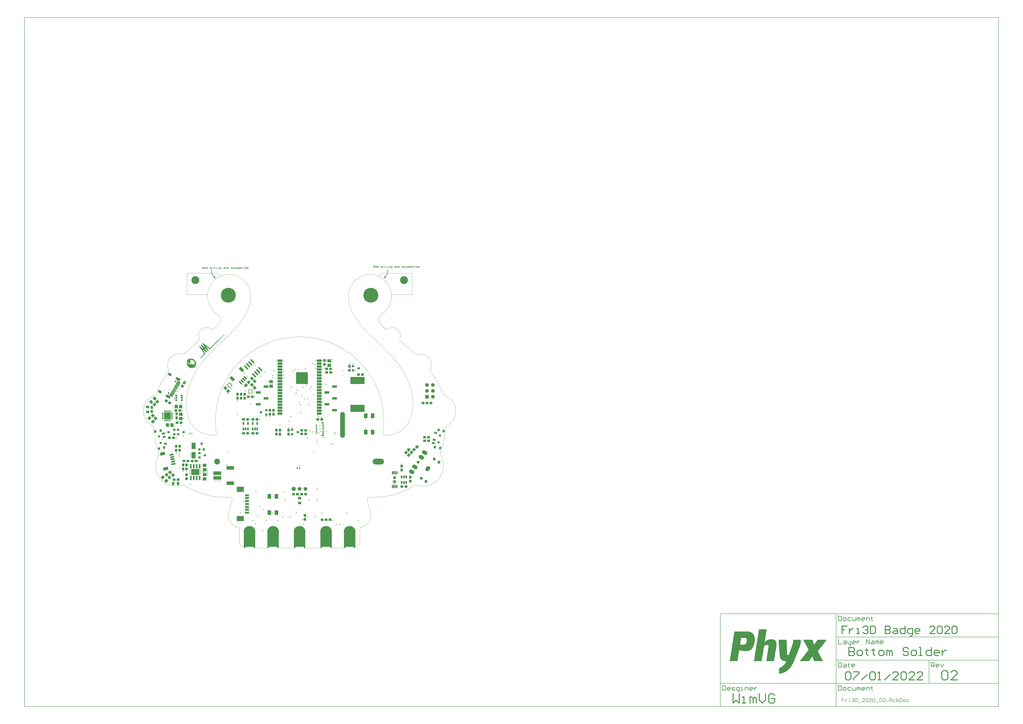
<source format=gbs>
G04*
G04 #@! TF.GenerationSoftware,Altium Limited,Altium Designer,22.0.2 (36)*
G04*
G04 Layer_Color=16711935*
%FSLAX25Y25*%
%MOIN*%
G70*
G04*
G04 #@! TF.SameCoordinates,D6E2960D-4B62-4AB4-87A3-9FF5B50C98D5*
G04*
G04*
G04 #@! TF.FilePolarity,Negative*
G04*
G01*
G75*
%ADD11C,0.00787*%
%ADD12C,0.01575*%
%ADD13C,0.00591*%
%ADD14C,0.00984*%
%ADD15C,0.00394*%
%ADD22C,0.13386*%
%ADD23O,0.19291X0.09843*%
%ADD24C,0.09843*%
G04:AMPARAMS|DCode=25|XSize=43.31mil|YSize=86.61mil|CornerRadius=0mil|HoleSize=0mil|Usage=FLASHONLY|Rotation=60.000|XOffset=0mil|YOffset=0mil|HoleType=Round|Shape=Round|*
%AMOVALD25*
21,1,0.04331,0.04331,0.00000,0.00000,150.0*
1,1,0.04331,0.01875,-0.01083*
1,1,0.04331,-0.01875,0.01083*
%
%ADD25OVALD25*%

G04:AMPARAMS|DCode=26|XSize=43.31mil|YSize=66.93mil|CornerRadius=0mil|HoleSize=0mil|Usage=FLASHONLY|Rotation=60.000|XOffset=0mil|YOffset=0mil|HoleType=Round|Shape=Round|*
%AMOVALD26*
21,1,0.02362,0.04331,0.00000,0.00000,150.0*
1,1,0.04331,0.01023,-0.00591*
1,1,0.04331,-0.01023,0.00591*
%
%ADD26OVALD26*%

%ADD27C,0.02953*%
%ADD28C,0.05118*%
G04:AMPARAMS|DCode=29|XSize=94.49mil|YSize=66.93mil|CornerRadius=0mil|HoleSize=0mil|Usage=FLASHONLY|Rotation=56.000|XOffset=0mil|YOffset=0mil|HoleType=Round|Shape=Round|*
%AMOVALD29*
21,1,0.02756,0.06693,0.00000,0.00000,56.0*
1,1,0.06693,-0.00771,-0.01142*
1,1,0.06693,0.00771,0.01142*
%
%ADD29OVALD29*%

G04:AMPARAMS|DCode=30|XSize=94.49mil|YSize=66.93mil|CornerRadius=0mil|HoleSize=0mil|Usage=FLASHONLY|Rotation=146.000|XOffset=0mil|YOffset=0mil|HoleType=Round|Shape=Round|*
%AMOVALD30*
21,1,0.02756,0.06693,0.00000,0.00000,146.0*
1,1,0.06693,0.01142,-0.00771*
1,1,0.06693,-0.01142,0.00771*
%
%ADD30OVALD30*%

%ADD31O,0.08268X0.43701*%
%ADD32C,0.03937*%
%ADD33C,0.20079*%
%ADD34C,0.06394*%
G04:AMPARAMS|DCode=35|XSize=63.94mil|YSize=63.94mil|CornerRadius=16.97mil|HoleSize=0mil|Usage=FLASHONLY|Rotation=180.000|XOffset=0mil|YOffset=0mil|HoleType=Round|Shape=RoundedRectangle|*
%AMROUNDEDRECTD35*
21,1,0.06394,0.03000,0,0,180.0*
21,1,0.03000,0.06394,0,0,180.0*
1,1,0.03394,-0.01500,0.01500*
1,1,0.03394,0.01500,0.01500*
1,1,0.03394,0.01500,-0.01500*
1,1,0.03394,-0.01500,-0.01500*
%
%ADD35ROUNDEDRECTD35*%
%ADD36C,0.25197*%
%ADD37C,0.06299*%
%ADD38R,0.06299X0.06299*%
%ADD118R,0.17717X0.13780*%
%ADD119R,0.06693X0.03583*%
%ADD120R,0.12205X0.08661*%
%ADD121R,0.06299X0.05512*%
%ADD122R,0.07913X0.04331*%
%ADD123R,0.05512X0.04331*%
%ADD124R,0.04724X0.04331*%
G04:AMPARAMS|DCode=125|XSize=43.31mil|YSize=47.24mil|CornerRadius=0mil|HoleSize=0mil|Usage=FLASHONLY|Rotation=315.000|XOffset=0mil|YOffset=0mil|HoleType=Round|Shape=Rectangle|*
%AMROTATEDRECTD125*
4,1,4,-0.03202,-0.00139,0.00139,0.03202,0.03202,0.00139,-0.00139,-0.03202,-0.03202,-0.00139,0.0*
%
%ADD125ROTATEDRECTD125*%

G04:AMPARAMS|DCode=126|XSize=19.69mil|YSize=21.66mil|CornerRadius=0mil|HoleSize=0mil|Usage=FLASHONLY|Rotation=225.000|XOffset=0mil|YOffset=0mil|HoleType=Round|Shape=Rectangle|*
%AMROTATEDRECTD126*
4,1,4,-0.00070,0.01462,0.01462,-0.00070,0.00070,-0.01462,-0.01462,0.00070,-0.00070,0.01462,0.0*
%
%ADD126ROTATEDRECTD126*%

G04:AMPARAMS|DCode=127|XSize=19.69mil|YSize=21.66mil|CornerRadius=0mil|HoleSize=0mil|Usage=FLASHONLY|Rotation=315.000|XOffset=0mil|YOffset=0mil|HoleType=Round|Shape=Rectangle|*
%AMROTATEDRECTD127*
4,1,4,-0.01462,-0.00070,0.00070,0.01462,0.01462,0.00070,-0.00070,-0.01462,-0.01462,-0.00070,0.0*
%
%ADD127ROTATEDRECTD127*%

%ADD128R,0.02756X0.04921*%
%ADD129R,0.24016X0.12205*%
%ADD130R,0.03543X0.02559*%
G04:AMPARAMS|DCode=131|XSize=15.75mil|YSize=61.02mil|CornerRadius=0mil|HoleSize=0mil|Usage=FLASHONLY|Rotation=60.000|XOffset=0mil|YOffset=0mil|HoleType=Round|Shape=Rectangle|*
%AMROTATEDRECTD131*
4,1,4,0.02249,-0.02208,-0.03036,0.00844,-0.02249,0.02208,0.03036,-0.00844,0.02249,-0.02208,0.0*
%
%ADD131ROTATEDRECTD131*%

%ADD132R,0.04331X0.04724*%
%ADD133R,0.02362X0.02756*%
G04:AMPARAMS|DCode=134|XSize=27.56mil|YSize=64.96mil|CornerRadius=0mil|HoleSize=0mil|Usage=FLASHONLY|Rotation=45.000|XOffset=0mil|YOffset=0mil|HoleType=Round|Shape=Rectangle|*
%AMROTATEDRECTD134*
4,1,4,0.01322,-0.03271,-0.03271,0.01322,-0.01322,0.03271,0.03271,-0.01322,0.01322,-0.03271,0.0*
%
%ADD134ROTATEDRECTD134*%

G04:AMPARAMS|DCode=135|XSize=51.18mil|YSize=82.68mil|CornerRadius=0mil|HoleSize=0mil|Usage=FLASHONLY|Rotation=225.000|XOffset=0mil|YOffset=0mil|HoleType=Round|Shape=Rectangle|*
%AMROTATEDRECTD135*
4,1,4,-0.01114,0.04733,0.04733,-0.01114,0.01114,-0.04733,-0.04733,0.01114,-0.01114,0.04733,0.0*
%
%ADD135ROTATEDRECTD135*%

%ADD136R,0.04331X0.03740*%
%ADD137R,0.04331X0.03740*%
%ADD138R,0.05512X0.06299*%
%ADD139R,0.13780X0.06299*%
%ADD140R,0.12598X0.05906*%
%ADD141O,0.02756X0.08268*%
%ADD142R,0.13386X0.09882*%
%ADD143R,0.04134X0.01968*%
%ADD144R,0.03543X0.01575*%
%ADD145R,0.02953X0.01575*%
G04:AMPARAMS|DCode=146|XSize=27.56mil|YSize=64.96mil|CornerRadius=0mil|HoleSize=0mil|Usage=FLASHONLY|Rotation=102.000|XOffset=0mil|YOffset=0mil|HoleType=Round|Shape=Rectangle|*
%AMROTATEDRECTD146*
4,1,4,0.03464,-0.00673,-0.02891,-0.02023,-0.03464,0.00673,0.02891,0.02023,0.03464,-0.00673,0.0*
%
%ADD146ROTATEDRECTD146*%

G04:AMPARAMS|DCode=147|XSize=51.18mil|YSize=82.68mil|CornerRadius=0mil|HoleSize=0mil|Usage=FLASHONLY|Rotation=102.000|XOffset=0mil|YOffset=0mil|HoleType=Round|Shape=Rectangle|*
%AMROTATEDRECTD147*
4,1,4,0.04576,-0.01644,-0.03512,-0.03363,-0.04576,0.01644,0.03512,0.03363,0.04576,-0.01644,0.0*
%
%ADD147ROTATEDRECTD147*%

%ADD148O,0.02165X0.05906*%
G04:AMPARAMS|DCode=149|XSize=27.56mil|YSize=90.55mil|CornerRadius=0mil|HoleSize=0mil|Usage=FLASHONLY|Rotation=225.000|XOffset=0mil|YOffset=0mil|HoleType=Round|Shape=Round|*
%AMOVALD149*
21,1,0.06299,0.02756,0.00000,0.00000,315.0*
1,1,0.02756,-0.02227,0.02227*
1,1,0.02756,0.02227,-0.02227*
%
%ADD149OVALD149*%

G04:AMPARAMS|DCode=150|XSize=55.12mil|YSize=43.31mil|CornerRadius=0mil|HoleSize=0mil|Usage=FLASHONLY|Rotation=45.000|XOffset=0mil|YOffset=0mil|HoleType=Round|Shape=Rectangle|*
%AMROTATEDRECTD150*
4,1,4,-0.00418,-0.03480,-0.03480,-0.00418,0.00418,0.03480,0.03480,0.00418,-0.00418,-0.03480,0.0*
%
%ADD150ROTATEDRECTD150*%

G04:AMPARAMS|DCode=151|XSize=55.12mil|YSize=43.31mil|CornerRadius=0mil|HoleSize=0mil|Usage=FLASHONLY|Rotation=315.000|XOffset=0mil|YOffset=0mil|HoleType=Round|Shape=Rectangle|*
%AMROTATEDRECTD151*
4,1,4,-0.03480,0.00418,-0.00418,0.03480,0.03480,-0.00418,0.00418,-0.03480,-0.03480,0.00418,0.0*
%
%ADD151ROTATEDRECTD151*%

G04:AMPARAMS|DCode=152|XSize=43.31mil|YSize=47.24mil|CornerRadius=0mil|HoleSize=0mil|Usage=FLASHONLY|Rotation=225.000|XOffset=0mil|YOffset=0mil|HoleType=Round|Shape=Rectangle|*
%AMROTATEDRECTD152*
4,1,4,-0.00139,0.03202,0.03202,-0.00139,0.00139,-0.03202,-0.03202,0.00139,-0.00139,0.03202,0.0*
%
%ADD152ROTATEDRECTD152*%

%ADD153R,0.03740X0.04331*%
%ADD154R,0.03740X0.04331*%
G04:AMPARAMS|DCode=155|XSize=31.5mil|YSize=47.24mil|CornerRadius=0mil|HoleSize=0mil|Usage=FLASHONLY|Rotation=78.000|XOffset=0mil|YOffset=0mil|HoleType=Round|Shape=Rectangle|*
%AMROTATEDRECTD155*
4,1,4,0.01983,-0.02032,-0.02638,-0.01049,-0.01983,0.02032,0.02638,0.01049,0.01983,-0.02032,0.0*
%
%ADD155ROTATEDRECTD155*%

G04:AMPARAMS|DCode=156|XSize=43.31mil|YSize=35.43mil|CornerRadius=0mil|HoleSize=0mil|Usage=FLASHONLY|Rotation=78.000|XOffset=0mil|YOffset=0mil|HoleType=Round|Shape=Rectangle|*
%AMROTATEDRECTD156*
4,1,4,0.01283,-0.02486,-0.02183,-0.01750,-0.01283,0.02486,0.02183,0.01750,0.01283,-0.02486,0.0*
%
%ADD156ROTATEDRECTD156*%

%ADD157R,0.05906X0.08268*%
%ADD158R,0.11417X0.11417*%
%ADD159O,0.03347X0.01378*%
%ADD160O,0.01378X0.03347*%
G04:AMPARAMS|DCode=161|XSize=43.31mil|YSize=47.24mil|CornerRadius=0mil|HoleSize=0mil|Usage=FLASHONLY|Rotation=60.000|XOffset=0mil|YOffset=0mil|HoleType=Round|Shape=Rectangle|*
%AMROTATEDRECTD161*
4,1,4,0.00963,-0.03056,-0.03128,-0.00694,-0.00963,0.03056,0.03128,0.00694,0.00963,-0.03056,0.0*
%
%ADD161ROTATEDRECTD161*%

G04:AMPARAMS|DCode=162|XSize=43.31mil|YSize=47.24mil|CornerRadius=0mil|HoleSize=0mil|Usage=FLASHONLY|Rotation=330.000|XOffset=0mil|YOffset=0mil|HoleType=Round|Shape=Rectangle|*
%AMROTATEDRECTD162*
4,1,4,-0.03056,-0.00963,-0.00694,0.03128,0.03056,0.00963,0.00694,-0.03128,-0.03056,-0.00963,0.0*
%
%ADD162ROTATEDRECTD162*%

%ADD163R,0.01378X0.01476*%
%ADD164R,0.01476X0.01378*%
G04:AMPARAMS|DCode=165|XSize=31.5mil|YSize=47.24mil|CornerRadius=0mil|HoleSize=0mil|Usage=FLASHONLY|Rotation=282.000|XOffset=0mil|YOffset=0mil|HoleType=Round|Shape=Rectangle|*
%AMROTATEDRECTD165*
4,1,4,-0.02638,0.01049,0.01983,0.02032,0.02638,-0.01049,-0.01983,-0.02032,-0.02638,0.01049,0.0*
%
%ADD165ROTATEDRECTD165*%

G04:AMPARAMS|DCode=166|XSize=43.31mil|YSize=35.43mil|CornerRadius=0mil|HoleSize=0mil|Usage=FLASHONLY|Rotation=282.000|XOffset=0mil|YOffset=0mil|HoleType=Round|Shape=Rectangle|*
%AMROTATEDRECTD166*
4,1,4,-0.02183,0.01750,0.01283,0.02486,0.02183,-0.01750,-0.01283,-0.02486,-0.02183,0.01750,0.0*
%
%ADD166ROTATEDRECTD166*%

%ADD167R,0.07087X0.10630*%
%ADD168R,0.04331X0.05512*%
%ADD169R,0.08268X0.03937*%
%ADD170R,0.20079X0.20079*%
%ADD171C,0.01575*%
G36*
X-128114Y362623D02*
X-128091Y362615D01*
X-128077Y362611D01*
X-128077Y362611D01*
D01*
X-128072Y362608D01*
X-128043Y362593D01*
X-128014Y362568D01*
X-128014Y362568D01*
D01*
D01*
X-127933Y362486D01*
X-127918Y362467D01*
X-127909Y362456D01*
X-127909Y362456D01*
X-127909Y362456D01*
X-127904Y362447D01*
X-127891Y362421D01*
X-127891Y362421D01*
X-127891Y362421D01*
X-127889Y362414D01*
X-127880Y362384D01*
Y362384D01*
X-127880Y362384D01*
X-127878Y362368D01*
X-127876Y362345D01*
Y362345D01*
Y362345D01*
X-127879Y362320D01*
X-127881Y362307D01*
X-127881Y362307D01*
Y362307D01*
X-127891Y362274D01*
X-127892Y362270D01*
X-127889Y362269D01*
X-127884Y362266D01*
X-127860Y362246D01*
X-127854Y362241D01*
X-127854Y362241D01*
D01*
D01*
X-127773Y362159D01*
X-127749Y362129D01*
X-127731Y362095D01*
X-127720Y362057D01*
X-127717Y362022D01*
X-127717Y362019D01*
D01*
Y362019D01*
X-127721Y361980D01*
X-127733Y361943D01*
X-127735Y361938D01*
X-127733Y361932D01*
D01*
X-127733Y361932D01*
X-127722Y361895D01*
X-127719Y361866D01*
X-127718Y361857D01*
Y361857D01*
Y361857D01*
X-127719Y361845D01*
X-127722Y361818D01*
X-127734Y361781D01*
X-127734Y361781D01*
D01*
X-127752Y361747D01*
X-127761Y361736D01*
X-127777Y361717D01*
X-127777Y361717D01*
X-152441Y337480D01*
X-152441Y337480D01*
X-152441Y337480D01*
X-152471Y337456D01*
X-152504Y337439D01*
X-152505Y337438D01*
D01*
X-152505Y337438D01*
X-152543Y337427D01*
X-152574Y337424D01*
X-152581Y337424D01*
X-152581D01*
X-152581D01*
X-152620Y337428D01*
X-152643Y337435D01*
X-152657Y337439D01*
X-152657Y337439D01*
D01*
X-152662Y337442D01*
X-152668Y337439D01*
D01*
X-152668Y337439D01*
X-152683Y337435D01*
X-152705Y337428D01*
X-152744Y337425D01*
X-152744D01*
X-152744D01*
X-152755Y337426D01*
X-152782Y337429D01*
X-152819Y337441D01*
X-152819Y337441D01*
D01*
X-152825Y337444D01*
X-152830Y337441D01*
X-152868Y337430D01*
X-152893Y337427D01*
X-152906Y337426D01*
X-152906D01*
X-152906D01*
X-152921Y337428D01*
X-152945Y337431D01*
X-152982Y337442D01*
D01*
X-152982Y337442D01*
X-153003Y337454D01*
X-153016Y337461D01*
X-153016Y337461D01*
X-153016Y337461D01*
X-153024Y337468D01*
X-153045Y337486D01*
X-153046Y337486D01*
X-153126Y337567D01*
X-153149Y337597D01*
X-153150Y337598D01*
D01*
X-153150Y337598D01*
X-153160Y337615D01*
X-153177Y337625D01*
X-153199Y337643D01*
X-153207Y337649D01*
X-153207Y337649D01*
X-153207Y337649D01*
X-153287Y337731D01*
Y337731D01*
X-153287D01*
X-153312Y337762D01*
X-153321Y337779D01*
X-153338Y337788D01*
X-153338Y337788D01*
X-153338Y337789D01*
X-153357Y337804D01*
X-153367Y337813D01*
X-153368Y337813D01*
X-153368Y337813D01*
X-153448Y337895D01*
D01*
X-153529Y337977D01*
D01*
X-153609Y338059D01*
X-153609Y338059D01*
X-153609Y338059D01*
X-153645Y338095D01*
X-153674Y338087D01*
X-153709Y338084D01*
X-153713Y338083D01*
D01*
X-153713D01*
X-153751Y338088D01*
X-153763Y338091D01*
X-153788Y338099D01*
X-153822Y338118D01*
X-153852Y338142D01*
X-153852Y338142D01*
D01*
D01*
X-153933Y338224D01*
X-153933Y338224D01*
X-153933Y338224D01*
X-154013Y338306D01*
D01*
X-154094Y338388D01*
D01*
X-154129Y338425D01*
X-154159Y338416D01*
X-154197Y338412D01*
D01*
X-154197D01*
X-154236Y338417D01*
X-154273Y338428D01*
X-154307Y338447D01*
X-154331Y338467D01*
X-154337Y338472D01*
Y338472D01*
X-154337D01*
X-154417Y338554D01*
X-154442Y338584D01*
X-154451Y338601D01*
X-154462Y338607D01*
X-154468Y338611D01*
X-154468Y338611D01*
X-154468Y338611D01*
X-154489Y338628D01*
X-154498Y338635D01*
X-154498Y338636D01*
D01*
D01*
X-154578Y338717D01*
X-154578Y338718D01*
X-154578Y338718D01*
X-154594Y338737D01*
X-154603Y338748D01*
X-154603Y338748D01*
X-154603Y338748D01*
X-154612Y338765D01*
X-154623Y338771D01*
X-154629Y338775D01*
X-154629Y338775D01*
X-154629Y338775D01*
X-154650Y338792D01*
X-154659Y338799D01*
X-154659Y338800D01*
D01*
D01*
X-154739Y338881D01*
X-154753Y338899D01*
X-154764Y338912D01*
X-154764Y338912D01*
X-154764Y338912D01*
X-154773Y338929D01*
X-154790Y338938D01*
X-154820Y338963D01*
X-154900Y339045D01*
D01*
X-154981Y339127D01*
X-154981Y339127D01*
X-154981Y339127D01*
X-155061Y339209D01*
D01*
X-155097Y339245D01*
X-155126Y339237D01*
X-155158Y339234D01*
X-155165Y339233D01*
X-155165D01*
X-155165D01*
X-155174Y339234D01*
X-155204Y339237D01*
X-155241Y339249D01*
X-155241Y339249D01*
D01*
X-155247Y339253D01*
X-155275Y339268D01*
X-155275Y339268D01*
X-155275Y339268D01*
X-155293Y339283D01*
X-155304Y339293D01*
X-155304Y339293D01*
X-155304Y339293D01*
X-155385Y339374D01*
Y339374D01*
X-155421Y339411D01*
X-155450Y339402D01*
X-155489Y339399D01*
D01*
X-155489D01*
X-155527Y339403D01*
X-155564Y339414D01*
X-155583Y339424D01*
X-155598Y339433D01*
X-155628Y339458D01*
X-155708Y339540D01*
X-155733Y339570D01*
X-155733Y339570D01*
X-155733Y339570D01*
X-155742Y339587D01*
X-155754Y339594D01*
X-155759Y339597D01*
X-155783Y339617D01*
X-155789Y339622D01*
Y339622D01*
X-155789D01*
X-155869Y339704D01*
X-155869Y339704D01*
X-155869Y339704D01*
X-155894Y339734D01*
X-155903Y339751D01*
X-155920Y339761D01*
X-155920Y339761D01*
X-155920Y339761D01*
X-155930Y339769D01*
X-155950Y339786D01*
X-155950Y339786D01*
D01*
D01*
X-156030Y339867D01*
X-156030Y339867D01*
X-156055Y339898D01*
X-156064Y339915D01*
X-156069Y339918D01*
X-156081Y339925D01*
X-156081Y339925D01*
X-156081Y339925D01*
X-156099Y339940D01*
X-156111Y339949D01*
X-156111Y339949D01*
D01*
D01*
X-156192Y340031D01*
X-156192Y340031D01*
X-156227Y340068D01*
X-156237Y340065D01*
X-156256Y340059D01*
X-156295Y340055D01*
X-156295D01*
X-156295D01*
X-156312Y340057D01*
X-156334Y340060D01*
X-156334Y340060D01*
X-156334D01*
X-156363Y340069D01*
X-156371Y340071D01*
D01*
X-156371Y340071D01*
X-156392Y340083D01*
X-156405Y340090D01*
X-156405Y340090D01*
X-156405Y340090D01*
X-156423Y340105D01*
X-156435Y340115D01*
X-156435Y340115D01*
X-156435Y340115D01*
X-156515Y340197D01*
X-156527Y340211D01*
X-156539Y340227D01*
X-156539Y340227D01*
X-156539Y340227D01*
X-156549Y340244D01*
X-156566Y340254D01*
X-156582Y340267D01*
X-156596Y340279D01*
X-156596Y340279D01*
X-156676Y340361D01*
Y340361D01*
X-156712Y340397D01*
X-156734Y340390D01*
X-156741Y340388D01*
X-156741D01*
X-156741Y340388D01*
X-156762Y340386D01*
X-156780Y340385D01*
X-156780D01*
X-156780D01*
X-156800Y340387D01*
X-156818Y340389D01*
X-156818Y340389D01*
X-156818D01*
X-156834Y340394D01*
X-156855Y340401D01*
X-156855Y340401D01*
X-156855D01*
X-156889Y340419D01*
X-156911Y340437D01*
X-156919Y340444D01*
X-156919Y340444D01*
D01*
D01*
X-157000Y340526D01*
X-157000Y340526D01*
X-157000Y340526D01*
X-157024Y340556D01*
X-157033Y340574D01*
X-157033Y340574D01*
X-157050Y340583D01*
X-157050Y340583D01*
X-157050D01*
X-157056Y340587D01*
X-157080Y340608D01*
X-157080Y340608D01*
D01*
D01*
X-157161Y340690D01*
X-157171Y340703D01*
X-157185Y340720D01*
X-157185Y340720D01*
X-157185Y340720D01*
X-157192Y340733D01*
X-157194Y340737D01*
X-157211Y340747D01*
X-157235Y340767D01*
X-157241Y340772D01*
Y340772D01*
X-157241D01*
X-157322Y340854D01*
X-157322Y340854D01*
X-157322Y340854D01*
X-157341Y340877D01*
X-157346Y340884D01*
Y340884D01*
X-157346Y340884D01*
X-157355Y340901D01*
X-157372Y340911D01*
X-157402Y340935D01*
X-157483Y341017D01*
X-157483Y341018D01*
X-157483Y341018D01*
X-157563Y341099D01*
D01*
X-157644Y341181D01*
X-157644Y341181D01*
X-157679Y341218D01*
X-157702Y341211D01*
X-157709Y341209D01*
X-157709D01*
X-157709Y341209D01*
X-157731Y341207D01*
X-157747Y341206D01*
X-157747D01*
X-157747D01*
X-157766Y341208D01*
X-157786Y341210D01*
X-157786Y341210D01*
X-157786D01*
X-157795Y341213D01*
X-157823Y341221D01*
X-157823Y341221D01*
X-157823D01*
X-157857Y341240D01*
X-157871Y341252D01*
X-157887Y341265D01*
X-157887Y341265D01*
X-157967Y341347D01*
X-157967Y341347D01*
X-158048Y341428D01*
X-158048Y341429D01*
X-158048Y341429D01*
X-158128Y341511D01*
X-158128Y341511D01*
X-158164Y341547D01*
X-158193Y341538D01*
X-158232Y341535D01*
D01*
X-158232D01*
X-158271Y341539D01*
X-158308Y341550D01*
X-158320Y341557D01*
X-158342Y341569D01*
X-158371Y341594D01*
X-158371Y341594D01*
D01*
D01*
X-158452Y341676D01*
X-158476Y341706D01*
X-158485Y341723D01*
X-158503Y341733D01*
X-158532Y341758D01*
X-158532Y341758D01*
D01*
D01*
X-158613Y341840D01*
X-158637Y341870D01*
X-158642Y341878D01*
X-158646Y341887D01*
X-158655Y341892D01*
X-158663Y341897D01*
X-158663Y341897D01*
X-158664Y341897D01*
X-158681Y341912D01*
X-158693Y341921D01*
X-158693Y341922D01*
X-158693Y341922D01*
X-158774Y342004D01*
D01*
X-158854Y342086D01*
Y342086D01*
X-158854D01*
X-158935Y342167D01*
D01*
X-158971Y342204D01*
X-158993Y342197D01*
X-159000Y342195D01*
X-159000D01*
X-159000Y342195D01*
X-159025Y342193D01*
X-159038Y342192D01*
X-159038D01*
X-159039D01*
X-159072Y342195D01*
X-159077Y342196D01*
X-159077D01*
X-159077Y342196D01*
X-159096Y342202D01*
X-159114Y342207D01*
X-159114Y342207D01*
X-159114D01*
X-159126Y342214D01*
X-159148Y342226D01*
X-159148Y342226D01*
X-159148Y342226D01*
X-159167Y342242D01*
X-159178Y342251D01*
X-159178Y342251D01*
X-159178D01*
Y342251D01*
X-159258Y342333D01*
X-159258Y342333D01*
X-159258Y342333D01*
X-159270Y342347D01*
X-159283Y342363D01*
X-159283Y342363D01*
X-159283Y342363D01*
X-159292Y342380D01*
X-159309Y342390D01*
X-159329Y342407D01*
X-159339Y342415D01*
X-159339Y342415D01*
D01*
D01*
X-159420Y342497D01*
X-159500Y342579D01*
X-159569Y342649D01*
X-159568Y342638D01*
Y342638D01*
Y342638D01*
X-159570Y342619D01*
X-159572Y342599D01*
X-159572Y342599D01*
Y342599D01*
X-159575Y342590D01*
X-159581Y342570D01*
X-159546Y342534D01*
D01*
X-159465Y342452D01*
Y342452D01*
X-159465D01*
X-159385Y342370D01*
X-159304Y342288D01*
X-159304Y342288D01*
X-159280Y342258D01*
X-159271Y342240D01*
X-159253Y342231D01*
X-159239Y342219D01*
X-159224Y342206D01*
X-159223Y342206D01*
X-159143Y342124D01*
X-159143Y342124D01*
X-159143Y342124D01*
X-159133Y342112D01*
X-159119Y342094D01*
X-159119Y342094D01*
X-159119Y342094D01*
X-159115Y342086D01*
X-159109Y342076D01*
X-159092Y342067D01*
X-159063Y342042D01*
X-158982Y341960D01*
X-158982Y341960D01*
X-158966Y341940D01*
X-158958Y341930D01*
X-158948Y341913D01*
X-158931Y341903D01*
X-158931Y341903D01*
X-158931Y341903D01*
X-158913Y341888D01*
X-158901Y341878D01*
X-158901Y341878D01*
X-158901Y341878D01*
X-158821Y341796D01*
X-158797Y341766D01*
X-158779Y341732D01*
X-158768Y341694D01*
X-158764Y341656D01*
X-158768Y341617D01*
X-158777Y341588D01*
X-158742Y341552D01*
X-158742Y341552D01*
X-158742Y341552D01*
X-158661Y341470D01*
X-158661Y341470D01*
X-158661Y341470D01*
X-158661Y341470D01*
X-158653Y341459D01*
X-158637Y341440D01*
X-158637Y341440D01*
X-158637Y341440D01*
X-158628Y341422D01*
X-158610Y341413D01*
X-158586Y341392D01*
X-158581Y341388D01*
X-158581Y341388D01*
D01*
D01*
X-158500Y341306D01*
Y341306D01*
X-158500D01*
X-158476Y341276D01*
X-158458Y341242D01*
X-158447Y341204D01*
X-158443Y341166D01*
D01*
Y341166D01*
X-158448Y341127D01*
X-158457Y341098D01*
X-158421Y341062D01*
D01*
X-158341Y340980D01*
X-158341Y340980D01*
X-158341Y340980D01*
X-158329Y340965D01*
X-158316Y340950D01*
X-158316Y340950D01*
X-158316Y340950D01*
X-158308Y340935D01*
X-158307Y340932D01*
X-158305Y340931D01*
X-158290Y340923D01*
X-158260Y340898D01*
X-158260Y340898D01*
X-158260Y340898D01*
X-158180Y340816D01*
X-158179Y340816D01*
X-158160Y340792D01*
X-158155Y340786D01*
X-158146Y340768D01*
X-158129Y340759D01*
X-158106Y340740D01*
X-158099Y340734D01*
X-158099Y340734D01*
D01*
D01*
X-158019Y340652D01*
X-158019Y340652D01*
X-158019Y340652D01*
X-158005Y340635D01*
X-157994Y340622D01*
X-157994Y340622D01*
X-157994Y340622D01*
X-157985Y340604D01*
X-157968Y340595D01*
X-157948Y340578D01*
X-157938Y340570D01*
X-157938Y340570D01*
X-157938Y340570D01*
X-157857Y340488D01*
X-157839Y340465D01*
X-157833Y340458D01*
X-157833Y340458D01*
X-157833Y340458D01*
X-157815Y340423D01*
X-157804Y340386D01*
X-157802Y340358D01*
X-157801Y340348D01*
Y340348D01*
Y340348D01*
X-157805Y340309D01*
X-157814Y340280D01*
X-157778Y340244D01*
D01*
X-157698Y340162D01*
X-157692Y340155D01*
X-157674Y340132D01*
X-157664Y340114D01*
X-157647Y340105D01*
X-157617Y340080D01*
X-157537Y339998D01*
X-157525Y339983D01*
X-157512Y339968D01*
X-157512Y339968D01*
X-157512Y339968D01*
X-157505Y339953D01*
X-157494Y339933D01*
X-157494Y339933D01*
Y339933D01*
X-157493Y339929D01*
X-157484Y339896D01*
X-157480Y339858D01*
Y339858D01*
Y339858D01*
X-157482Y339843D01*
X-157484Y339819D01*
X-157493Y339790D01*
X-157458Y339754D01*
X-157377Y339672D01*
X-157377Y339672D01*
X-157353Y339641D01*
X-157353Y339641D01*
X-157353Y339641D01*
X-157348Y339632D01*
X-157344Y339624D01*
X-157326Y339615D01*
X-157326Y339615D01*
X-157326Y339615D01*
X-157315Y339605D01*
X-157297Y339590D01*
X-157297Y339590D01*
X-157297Y339590D01*
X-157216Y339508D01*
Y339508D01*
X-157216D01*
X-157211Y339502D01*
X-157192Y339477D01*
X-157183Y339460D01*
X-157165Y339451D01*
X-157136Y339426D01*
X-157055Y339344D01*
Y339344D01*
X-157055D01*
X-157050Y339338D01*
X-157031Y339314D01*
X-157022Y339296D01*
X-157004Y339287D01*
X-156975Y339262D01*
X-156894Y339180D01*
X-156870Y339150D01*
X-156853Y339118D01*
X-156852Y339115D01*
D01*
X-156852Y339115D01*
X-156845Y339094D01*
X-156841Y339078D01*
X-156837Y339039D01*
D01*
Y339039D01*
X-156842Y339001D01*
X-156845Y338989D01*
X-156851Y338972D01*
X-156815Y338935D01*
D01*
X-156734Y338854D01*
X-156734Y338854D01*
X-156654Y338772D01*
X-156654Y338772D01*
X-156654Y338772D01*
X-156573Y338690D01*
X-156560Y338673D01*
X-156549Y338660D01*
X-156549Y338660D01*
X-156549Y338660D01*
X-156539Y338640D01*
X-156531Y338625D01*
X-156531Y338625D01*
X-156531Y338625D01*
X-156527Y338610D01*
X-156520Y338588D01*
X-156520Y338588D01*
Y338588D01*
X-156519Y338577D01*
X-156517Y338549D01*
Y338549D01*
Y338549D01*
X-156518Y338534D01*
X-156521Y338511D01*
X-156521Y338511D01*
Y338511D01*
X-156523Y338505D01*
X-156530Y338482D01*
X-156494Y338445D01*
X-156494Y338445D01*
X-156414Y338363D01*
X-156414Y338363D01*
X-156414Y338363D01*
X-156333Y338281D01*
D01*
X-156253Y338199D01*
X-156253Y338199D01*
X-156228Y338169D01*
X-156219Y338152D01*
X-156217Y338151D01*
X-156202Y338142D01*
X-156202Y338142D01*
X-156202Y338142D01*
X-156187Y338130D01*
X-156172Y338118D01*
X-156172Y338118D01*
X-156172Y338118D01*
X-156172Y338118D01*
X-156092Y338036D01*
X-156092Y338036D01*
X-156092Y338036D01*
X-156078Y338019D01*
X-156067Y338005D01*
X-156067Y338005D01*
X-156067Y338005D01*
X-156058Y337988D01*
X-156058Y337988D01*
X-156041Y337979D01*
X-156011Y337954D01*
X-156011Y337954D01*
D01*
D01*
X-155931Y337872D01*
X-155906Y337842D01*
X-155890Y337810D01*
X-155888Y337807D01*
D01*
X-155888Y337807D01*
X-155877Y337770D01*
X-155874Y337735D01*
X-155874Y337731D01*
D01*
Y337731D01*
X-155878Y337693D01*
X-155882Y337681D01*
X-155887Y337664D01*
X-155851Y337627D01*
X-155851Y337627D01*
X-155771Y337545D01*
X-155771Y337545D01*
X-155771Y337545D01*
X-155691Y337463D01*
D01*
X-155610Y337382D01*
X-155586Y337351D01*
X-155572Y337326D01*
X-155568Y337317D01*
X-155568Y337317D01*
X-155568Y337317D01*
X-155557Y337282D01*
X-155557Y337280D01*
D01*
X-155557Y337280D01*
X-155554Y337253D01*
X-155553Y337241D01*
Y337241D01*
Y337241D01*
X-155556Y337212D01*
X-155557Y337203D01*
Y337203D01*
X-155557Y337203D01*
X-155563Y337184D01*
X-155567Y337173D01*
X-155531Y337137D01*
X-155531Y337137D01*
X-155531Y337137D01*
X-155450Y337055D01*
D01*
X-155370Y336973D01*
X-155370Y336973D01*
X-155370Y336973D01*
X-155289Y336891D01*
D01*
X-155209Y336809D01*
D01*
X-155128Y336727D01*
Y336727D01*
X-155128D01*
X-155124Y336722D01*
X-155104Y336697D01*
X-155095Y336680D01*
X-155078Y336670D01*
X-155077Y336670D01*
X-155077Y336670D01*
X-155064Y336659D01*
X-155048Y336646D01*
X-155048Y336646D01*
X-155048Y336646D01*
X-154967Y336564D01*
X-154967Y336563D01*
X-154967Y336563D01*
X-154967Y336563D01*
X-154963Y336559D01*
X-154943Y336533D01*
X-154943Y336533D01*
X-154943Y336533D01*
X-154937Y336522D01*
X-154925Y336499D01*
X-154914Y336462D01*
D01*
X-154914Y336462D01*
X-154912Y336435D01*
X-154911Y336423D01*
Y336423D01*
Y336423D01*
X-154914Y336394D01*
X-154915Y336385D01*
Y336385D01*
X-154915Y336385D01*
X-154921Y336363D01*
X-154924Y336355D01*
X-154888Y336319D01*
D01*
X-154808Y336237D01*
X-154808Y336237D01*
X-154727Y336155D01*
X-154727Y336155D01*
X-154727Y336155D01*
X-154647Y336073D01*
X-154647Y336073D01*
X-154622Y336043D01*
X-154605Y336010D01*
X-154604Y336009D01*
D01*
X-154604Y336009D01*
X-154593Y335971D01*
X-154591Y335943D01*
X-154590Y335933D01*
Y335933D01*
Y335933D01*
X-154591Y335920D01*
X-154594Y335894D01*
X-154603Y335865D01*
X-154567Y335829D01*
D01*
X-154487Y335747D01*
X-154463Y335717D01*
X-154445Y335682D01*
X-154434Y335645D01*
X-154430Y335607D01*
X-154434Y335568D01*
X-154446Y335531D01*
X-154464Y335497D01*
X-154489Y335467D01*
X-155227Y334743D01*
X-155227Y334743D01*
X-155257Y334718D01*
X-155291Y334700D01*
X-155329Y334689D01*
X-155367Y334686D01*
X-155406Y334690D01*
X-155443Y334702D01*
X-155448Y334705D01*
X-155454Y334702D01*
X-155491Y334691D01*
X-155530Y334687D01*
X-155530D01*
X-155530D01*
X-155546Y334689D01*
X-155568Y334691D01*
X-155568Y334691D01*
X-155568D01*
X-155575Y334694D01*
X-155605Y334703D01*
X-155639Y334721D01*
X-155639Y334722D01*
X-155639Y334722D01*
X-155651Y334732D01*
X-155669Y334746D01*
X-155669Y334746D01*
X-155669Y334746D01*
X-155749Y334828D01*
X-155749Y334828D01*
X-155749Y334828D01*
X-155785Y334865D01*
X-155815Y334856D01*
X-155850Y334853D01*
X-155853Y334853D01*
D01*
X-155853D01*
X-155892Y334857D01*
X-155929Y334868D01*
X-155947Y334878D01*
X-155963Y334887D01*
X-155992Y334912D01*
Y334912D01*
X-155992D01*
X-156073Y334994D01*
X-156097Y335024D01*
X-156106Y335041D01*
X-156114Y335046D01*
X-156124Y335051D01*
X-156124Y335051D01*
X-156124Y335051D01*
X-156145Y335068D01*
X-156154Y335076D01*
X-156154Y335076D01*
X-156154Y335076D01*
X-156234Y335158D01*
X-156234Y335158D01*
X-156234Y335158D01*
X-156248Y335175D01*
X-156258Y335188D01*
X-156258Y335188D01*
X-156258Y335188D01*
X-156268Y335205D01*
X-156285Y335215D01*
X-156285Y335215D01*
X-156285Y335215D01*
X-156300Y335227D01*
X-156315Y335239D01*
X-156315Y335240D01*
D01*
D01*
X-156395Y335321D01*
X-156395Y335321D01*
X-156414Y335345D01*
X-156419Y335351D01*
X-156419Y335351D01*
X-156419Y335352D01*
X-156429Y335369D01*
X-156435Y335372D01*
X-156446Y335379D01*
X-156468Y335397D01*
X-156476Y335403D01*
X-156476Y335403D01*
D01*
D01*
X-156556Y335485D01*
D01*
X-156637Y335567D01*
X-156637Y335567D01*
X-156717Y335649D01*
X-156717Y335649D01*
X-156717Y335649D01*
X-156753Y335685D01*
X-156767Y335681D01*
X-156782Y335677D01*
X-156814Y335674D01*
X-156821Y335673D01*
X-156821D01*
X-156821D01*
X-156860Y335678D01*
X-156896Y335689D01*
X-156914Y335699D01*
X-156930Y335708D01*
X-156960Y335733D01*
X-156960Y335733D01*
D01*
D01*
X-157041Y335814D01*
D01*
X-157121Y335896D01*
X-157121Y335896D01*
X-157121Y335896D01*
X-157202Y335978D01*
X-157202Y335978D01*
X-157237Y336015D01*
X-157267Y336006D01*
X-157305Y336002D01*
D01*
X-157305D01*
X-157310Y336003D01*
X-157344Y336007D01*
X-157364Y336013D01*
X-157381Y336018D01*
X-157415Y336037D01*
X-157439Y336057D01*
X-157445Y336062D01*
Y336062D01*
X-157445D01*
X-157525Y336144D01*
X-157550Y336174D01*
X-157559Y336191D01*
X-157576Y336201D01*
X-157576Y336201D01*
X-157576Y336201D01*
X-157597Y336218D01*
X-157606Y336226D01*
X-157606Y336226D01*
X-157606Y336226D01*
X-157686Y336308D01*
Y336308D01*
X-157686D01*
X-157711Y336338D01*
X-157720Y336355D01*
X-157737Y336365D01*
X-157759Y336383D01*
X-157767Y336389D01*
X-157767Y336389D01*
D01*
D01*
X-157847Y336471D01*
X-157847Y336472D01*
X-157928Y336553D01*
X-158008Y336635D01*
D01*
X-158044Y336672D01*
X-158073Y336663D01*
X-158105Y336660D01*
X-158112Y336660D01*
X-158112D01*
X-158112D01*
X-158151Y336664D01*
X-158174Y336671D01*
X-158188Y336675D01*
X-158188Y336675D01*
D01*
X-158222Y336694D01*
X-158242Y336711D01*
X-158251Y336719D01*
X-158251Y336719D01*
X-158251Y336719D01*
X-158332Y336801D01*
D01*
X-158412Y336882D01*
X-158412Y336882D01*
X-158493Y336965D01*
X-158529Y337001D01*
X-158558Y336992D01*
X-158597Y336989D01*
X-158597D01*
X-158597D01*
X-158608Y336990D01*
X-158635Y336993D01*
X-158672Y337004D01*
X-158706Y337023D01*
X-158736Y337048D01*
X-158736Y337048D01*
D01*
D01*
X-158816Y337130D01*
X-158824Y337139D01*
X-158841Y337160D01*
X-158850Y337177D01*
X-158861Y337183D01*
X-158867Y337187D01*
X-158867Y337187D01*
X-158867Y337187D01*
X-158888Y337204D01*
X-158897Y337212D01*
X-158897Y337212D01*
D01*
D01*
X-158977Y337294D01*
X-158977Y337294D01*
X-158977Y337294D01*
X-158985Y337303D01*
X-159002Y337324D01*
X-159011Y337341D01*
X-159028Y337351D01*
X-159058Y337375D01*
X-159058Y337375D01*
D01*
D01*
X-159139Y337457D01*
X-159139Y337457D01*
X-159139Y337457D01*
X-159219Y337539D01*
X-159219Y337539D01*
X-159219Y337539D01*
X-159300Y337621D01*
D01*
X-159335Y337658D01*
X-159364Y337649D01*
X-159396Y337646D01*
X-159403Y337646D01*
X-159403D01*
X-159403D01*
X-159442Y337650D01*
X-159479Y337661D01*
X-159513Y337680D01*
X-159537Y337700D01*
X-159543Y337705D01*
Y337705D01*
X-159543D01*
X-159623Y337787D01*
D01*
X-159704Y337869D01*
X-159704Y337869D01*
X-159704Y337869D01*
X-159784Y337951D01*
D01*
X-159820Y337987D01*
X-159840Y337981D01*
X-159849Y337978D01*
X-159849D01*
X-159849Y337978D01*
X-159872Y337976D01*
X-159888Y337975D01*
X-159888D01*
X-159888D01*
X-159898Y337976D01*
X-159926Y337979D01*
X-159963Y337990D01*
X-159963Y337990D01*
X-159963D01*
X-159977Y337998D01*
X-159997Y338009D01*
X-159997Y338009D01*
X-159997Y338009D01*
X-160010Y338020D01*
X-160027Y338034D01*
X-160027Y338034D01*
X-160108Y338116D01*
X-160132Y338146D01*
X-160141Y338163D01*
X-160149Y338168D01*
X-160158Y338173D01*
X-160158Y338173D01*
X-160158Y338173D01*
X-160177Y338189D01*
X-160188Y338198D01*
X-160188Y338198D01*
X-160188Y338198D01*
X-160269Y338280D01*
Y338280D01*
X-160269D01*
X-160293Y338310D01*
X-160301Y338326D01*
X-160302Y338327D01*
X-160319Y338337D01*
X-160344Y338357D01*
X-160349Y338362D01*
X-160349Y338362D01*
X-160349Y338362D01*
X-160430Y338444D01*
X-160430Y338444D01*
X-160430Y338444D01*
X-160510Y338526D01*
D01*
X-160591Y338608D01*
X-160591Y338608D01*
X-160591Y338608D01*
X-160626Y338644D01*
X-160645Y338638D01*
X-160656Y338635D01*
X-160656D01*
X-160656Y338635D01*
X-160675Y338633D01*
X-160694Y338632D01*
X-160694D01*
X-160694D01*
X-160707Y338633D01*
X-160733Y338636D01*
X-160770Y338647D01*
X-160770Y338647D01*
X-160770Y338647D01*
X-160795Y338661D01*
X-160804Y338666D01*
X-160804Y338666D01*
X-160804Y338666D01*
X-160816Y338676D01*
X-160834Y338691D01*
X-160834Y338691D01*
X-160914Y338773D01*
X-160935Y338799D01*
X-160939Y338803D01*
Y338803D01*
X-160939Y338803D01*
X-160948Y338820D01*
X-160965Y338830D01*
X-160995Y338855D01*
X-160995Y338855D01*
D01*
D01*
X-161075Y338937D01*
X-161075Y338937D01*
X-161156Y339019D01*
X-161236Y339101D01*
D01*
X-161272Y339137D01*
X-161295Y339130D01*
X-161301Y339128D01*
X-161301D01*
X-161301Y339128D01*
X-161324Y339126D01*
X-161340Y339125D01*
X-161340D01*
X-161340D01*
X-161359Y339127D01*
X-161378Y339129D01*
X-161378Y339129D01*
X-161379D01*
X-161416Y339141D01*
X-161442Y339155D01*
X-161450Y339159D01*
X-161450Y339159D01*
X-161450Y339159D01*
X-161465Y339172D01*
X-161479Y339184D01*
X-161479Y339184D01*
D01*
D01*
X-161560Y339266D01*
X-161560Y339266D01*
X-161560Y339266D01*
X-161583Y339295D01*
X-161584Y339296D01*
D01*
X-161584Y339296D01*
X-161593Y339314D01*
X-161605Y339320D01*
X-161611Y339323D01*
X-161635Y339343D01*
X-161640Y339348D01*
X-161640Y339348D01*
D01*
D01*
X-161721Y339430D01*
Y339430D01*
X-161721D01*
X-161726Y339436D01*
X-161745Y339460D01*
X-161754Y339477D01*
X-161772Y339487D01*
X-161772Y339487D01*
X-161772Y339487D01*
X-161787Y339499D01*
X-161801Y339512D01*
X-161801Y339512D01*
D01*
D01*
X-161882Y339594D01*
X-161882Y339594D01*
X-161882Y339594D01*
X-161917Y339630D01*
X-161941Y339623D01*
X-161947Y339621D01*
X-161986Y339618D01*
X-162024Y339622D01*
X-162040Y339627D01*
X-162037Y339617D01*
X-162035Y339611D01*
Y339611D01*
X-162035Y339611D01*
X-162033Y339588D01*
X-162032Y339572D01*
Y339572D01*
Y339572D01*
X-162034Y339554D01*
X-162036Y339534D01*
X-162036Y339534D01*
Y339534D01*
X-162039Y339524D01*
X-162045Y339505D01*
X-162009Y339468D01*
X-161929Y339386D01*
X-161929Y339386D01*
X-161929Y339386D01*
X-161848Y339304D01*
D01*
X-161768Y339222D01*
X-161743Y339192D01*
X-161734Y339175D01*
X-161717Y339165D01*
X-161687Y339141D01*
X-161607Y339059D01*
Y339059D01*
X-161607D01*
X-161582Y339028D01*
X-161573Y339011D01*
X-161556Y339001D01*
X-161556Y339001D01*
X-161556Y339001D01*
X-161544Y338991D01*
X-161526Y338977D01*
X-161526Y338977D01*
D01*
D01*
X-161446Y338895D01*
X-161422Y338865D01*
X-161404Y338830D01*
X-161392Y338793D01*
X-161389Y338758D01*
X-161389Y338754D01*
D01*
Y338754D01*
X-161393Y338716D01*
X-161402Y338687D01*
X-161367Y338650D01*
D01*
X-161286Y338568D01*
X-161286Y338568D01*
X-161286Y338568D01*
X-161206Y338486D01*
X-161125Y338404D01*
X-161125Y338404D01*
X-161101Y338374D01*
X-161083Y338340D01*
X-161083Y338340D01*
Y338340D01*
X-161081Y338334D01*
X-161072Y338303D01*
X-161068Y338264D01*
Y338264D01*
Y338264D01*
X-161073Y338226D01*
X-161080Y338202D01*
X-161082Y338196D01*
X-161046Y338160D01*
D01*
X-160966Y338078D01*
D01*
X-160885Y337996D01*
Y337996D01*
X-160885D01*
X-160804Y337914D01*
X-160804Y337914D01*
X-160804Y337914D01*
X-160780Y337884D01*
X-160771Y337867D01*
X-160754Y337857D01*
X-160724Y337832D01*
Y337832D01*
X-160724D01*
X-160643Y337750D01*
X-160619Y337720D01*
X-160610Y337703D01*
X-160593Y337693D01*
X-160593Y337693D01*
X-160593Y337693D01*
X-160572Y337676D01*
X-160563Y337668D01*
X-160563Y337668D01*
X-160563Y337668D01*
X-160482Y337586D01*
X-160477Y337579D01*
X-160458Y337556D01*
X-160440Y337522D01*
D01*
X-160440Y337522D01*
X-160435Y337507D01*
X-160429Y337485D01*
X-160426Y337446D01*
Y337446D01*
Y337446D01*
X-160430Y337408D01*
X-160437Y337385D01*
X-160439Y337378D01*
X-160403Y337342D01*
D01*
X-160323Y337260D01*
X-160242Y337178D01*
Y337178D01*
X-160242D01*
X-160162Y337096D01*
X-160137Y337066D01*
X-160121Y337035D01*
X-160119Y337032D01*
D01*
X-160119Y337032D01*
X-160108Y336995D01*
X-160105Y336959D01*
X-160105Y336956D01*
D01*
Y336956D01*
X-160109Y336917D01*
X-160113Y336906D01*
X-160118Y336888D01*
X-160083Y336852D01*
D01*
X-160002Y336770D01*
D01*
X-159922Y336688D01*
X-159841Y336606D01*
X-159841Y336606D01*
X-159841Y336606D01*
X-159817Y336577D01*
X-159817Y336576D01*
D01*
X-159817Y336576D01*
X-159808Y336558D01*
X-159790Y336549D01*
X-159790Y336549D01*
X-159790Y336549D01*
X-159778Y336539D01*
X-159760Y336524D01*
X-159760Y336524D01*
X-159760Y336524D01*
X-159680Y336442D01*
X-159680Y336442D01*
X-159656Y336412D01*
X-159656Y336412D01*
X-159656Y336412D01*
X-159651Y336402D01*
X-159646Y336395D01*
X-159645Y336394D01*
X-159629Y336385D01*
X-159599Y336360D01*
Y336360D01*
X-159599D01*
X-159519Y336278D01*
X-159507Y336264D01*
X-159495Y336248D01*
X-159495Y336248D01*
X-159495Y336248D01*
X-159487Y336233D01*
X-159485Y336231D01*
X-159468Y336221D01*
X-159448Y336205D01*
X-159438Y336196D01*
X-159438Y336196D01*
X-159438Y336196D01*
X-159358Y336114D01*
X-159350Y336104D01*
X-159334Y336084D01*
X-159316Y336050D01*
X-159305Y336013D01*
Y336013D01*
X-159305Y336013D01*
X-159303Y335998D01*
X-159301Y335974D01*
Y335974D01*
Y335974D01*
X-159303Y335959D01*
X-159305Y335936D01*
X-159305Y335935D01*
Y335935D01*
X-159310Y335921D01*
X-159315Y335906D01*
X-159279Y335870D01*
X-159279Y335870D01*
X-159279Y335870D01*
X-159198Y335788D01*
X-159198Y335788D01*
X-159174Y335758D01*
D01*
X-159174Y335758D01*
X-159165Y335740D01*
X-159148Y335731D01*
X-159148Y335731D01*
X-159148Y335731D01*
X-159133Y335719D01*
X-159118Y335706D01*
X-159118Y335706D01*
X-159118Y335706D01*
X-159037Y335624D01*
X-159032Y335618D01*
X-159013Y335594D01*
X-158995Y335560D01*
D01*
X-158995Y335560D01*
X-158990Y335544D01*
X-158984Y335522D01*
X-158981Y335484D01*
D01*
Y335484D01*
X-158981Y335479D01*
X-158985Y335445D01*
X-158991Y335425D01*
X-158994Y335416D01*
X-158958Y335380D01*
X-158958Y335380D01*
X-158958Y335380D01*
X-158878Y335298D01*
D01*
X-158797Y335216D01*
D01*
X-158717Y335134D01*
Y335134D01*
X-158717D01*
X-158711Y335127D01*
X-158692Y335104D01*
X-158683Y335086D01*
X-158671Y335080D01*
X-158666Y335077D01*
X-158642Y335057D01*
X-158636Y335052D01*
Y335052D01*
X-158636D01*
X-158555Y334970D01*
X-158538Y334949D01*
X-158531Y334940D01*
X-158531Y334940D01*
X-158531Y334940D01*
X-158522Y334923D01*
X-158505Y334913D01*
X-158475Y334888D01*
X-158395Y334806D01*
X-158383Y334792D01*
X-158370Y334776D01*
X-158370Y334776D01*
X-158370Y334776D01*
X-158355Y334748D01*
X-158352Y334742D01*
D01*
X-158352Y334742D01*
X-158341Y334704D01*
X-158339Y334676D01*
X-158338Y334666D01*
Y334666D01*
Y334666D01*
X-158342Y334627D01*
X-158347Y334610D01*
X-158351Y334598D01*
X-158315Y334562D01*
X-158315Y334562D01*
X-158315Y334562D01*
X-158235Y334480D01*
X-158211Y334450D01*
X-158201Y334432D01*
X-158192Y334427D01*
X-158184Y334423D01*
X-158184Y334423D01*
X-158184Y334423D01*
X-158166Y334408D01*
X-158154Y334398D01*
X-158154Y334398D01*
X-158154Y334398D01*
X-158074Y334316D01*
X-158074Y334316D01*
X-158049Y334286D01*
X-158040Y334268D01*
X-158032Y334264D01*
X-158023Y334259D01*
X-158023Y334259D01*
X-158023Y334259D01*
X-158002Y334242D01*
X-157993Y334234D01*
X-157993Y334234D01*
D01*
D01*
X-157913Y334152D01*
X-157913Y334152D01*
X-157913Y334152D01*
X-157895Y334130D01*
X-157888Y334122D01*
Y334122D01*
X-157888Y334122D01*
X-157872Y334091D01*
X-157870Y334088D01*
D01*
X-157870Y334088D01*
X-157867Y334074D01*
X-157860Y334050D01*
X-157856Y334012D01*
Y334012D01*
Y334012D01*
X-157858Y333991D01*
X-157860Y333973D01*
X-157860Y333973D01*
Y333973D01*
X-157867Y333952D01*
X-157869Y333944D01*
X-157834Y333908D01*
X-157834Y333908D01*
X-157834Y333908D01*
X-157753Y333826D01*
X-157736Y333804D01*
X-157729Y333796D01*
X-157729Y333796D01*
X-157729Y333795D01*
X-157720Y333778D01*
X-157702Y333769D01*
X-157673Y333744D01*
X-157673Y333744D01*
D01*
D01*
X-157592Y333662D01*
X-157592Y333662D01*
X-157592Y333662D01*
X-157569Y333633D01*
X-157568Y333632D01*
D01*
X-157568Y333632D01*
X-157559Y333614D01*
X-157555Y333612D01*
X-157541Y333605D01*
X-157541Y333605D01*
X-157541Y333605D01*
X-157531Y333596D01*
X-157512Y333580D01*
X-157512Y333580D01*
X-157511Y333580D01*
X-157431Y333498D01*
X-157407Y333468D01*
X-157389Y333434D01*
X-157378Y333396D01*
X-157374Y333358D01*
D01*
Y333358D01*
X-157378Y333319D01*
X-157388Y333290D01*
X-157352Y333254D01*
D01*
X-157272Y333172D01*
Y333172D01*
X-157272D01*
X-157247Y333141D01*
X-157239Y333125D01*
X-157229Y333107D01*
X-157226Y333096D01*
X-157218Y333070D01*
X-157215Y333035D01*
X-157215Y333031D01*
D01*
Y333031D01*
X-157219Y332993D01*
X-157230Y332956D01*
X-157234Y332950D01*
X-157230Y332945D01*
X-157230Y332945D01*
X-157230Y332945D01*
X-157226Y332929D01*
X-157220Y332908D01*
X-157220Y332907D01*
D01*
X-157219Y332904D01*
X-157216Y332869D01*
Y332869D01*
Y332869D01*
X-157218Y332848D01*
X-157220Y332830D01*
X-157220Y332830D01*
X-157220Y332830D01*
X-157226Y332812D01*
X-157232Y332793D01*
X-157232Y332793D01*
X-157232Y332793D01*
X-157239Y332781D01*
X-157250Y332759D01*
X-157250Y332759D01*
X-157250Y332759D01*
X-157260Y332748D01*
X-157275Y332730D01*
X-157275Y332730D01*
X-157275Y332729D01*
X-157275Y332729D01*
X-158013Y332005D01*
X-158043Y331980D01*
X-158043Y331980D01*
X-158043Y331980D01*
X-158056Y331974D01*
X-158077Y331963D01*
X-158077Y331962D01*
X-158077Y331962D01*
X-158093Y331958D01*
X-158115Y331952D01*
X-158115D01*
X-158115Y331952D01*
X-158123Y331951D01*
X-158153Y331948D01*
X-158192Y331952D01*
X-158229Y331964D01*
X-158229Y331964D01*
X-158229D01*
X-158235Y331967D01*
X-158263Y331982D01*
X-158263Y331982D01*
X-158263D01*
X-158268Y331987D01*
X-158292Y332007D01*
X-158292Y332007D01*
X-158292Y332007D01*
X-158373Y332089D01*
X-158385Y332104D01*
X-158397Y332119D01*
X-158397Y332119D01*
X-158397Y332119D01*
X-158402Y332128D01*
X-158438Y332117D01*
X-158466Y332114D01*
X-158477Y332114D01*
X-158477D01*
X-158477D01*
X-158502Y332116D01*
X-158515Y332118D01*
X-158515Y332118D01*
X-158515D01*
X-158529Y332122D01*
X-158552Y332129D01*
X-158586Y332148D01*
X-158586Y332148D01*
X-158586D01*
X-158592Y332153D01*
X-158616Y332173D01*
X-158616Y332173D01*
D01*
D01*
X-158696Y332255D01*
X-158696Y332255D01*
X-158696Y332255D01*
X-158777Y332336D01*
X-158858Y332418D01*
X-158893Y332455D01*
X-158894Y332454D01*
X-158923Y332446D01*
X-158923D01*
X-158923Y332446D01*
X-158940Y332445D01*
X-158961Y332443D01*
X-158961D01*
X-158961D01*
X-158986Y332445D01*
X-159000Y332447D01*
X-159000Y332447D01*
X-159000D01*
X-159016Y332452D01*
X-159037Y332458D01*
X-159037Y332458D01*
X-159037D01*
X-159046Y332463D01*
X-159071Y332477D01*
X-159071Y332477D01*
X-159071Y332477D01*
X-159089Y332492D01*
X-159100Y332502D01*
X-159100Y332502D01*
D01*
D01*
X-159181Y332584D01*
X-159181Y332584D01*
X-159181Y332584D01*
X-159205Y332614D01*
X-159215Y332631D01*
X-159232Y332641D01*
X-159262Y332666D01*
X-159342Y332748D01*
X-159352Y332761D01*
X-159366Y332778D01*
X-159366Y332778D01*
X-159366Y332778D01*
X-159376Y332795D01*
X-159393Y332805D01*
X-159423Y332829D01*
Y332830D01*
X-159423D01*
X-159503Y332911D01*
D01*
X-159584Y332993D01*
X-159584Y332993D01*
X-159584Y332993D01*
X-159664Y333075D01*
Y333075D01*
X-159664D01*
X-159700Y333112D01*
X-159729Y333103D01*
X-159758Y333100D01*
X-159768Y333100D01*
X-159768D01*
X-159768D01*
X-159779Y333101D01*
X-159806Y333104D01*
X-159843Y333115D01*
X-159843Y333115D01*
D01*
X-159877Y333134D01*
X-159888Y333143D01*
X-159907Y333159D01*
X-159907Y333159D01*
X-159988Y333241D01*
X-160012Y333271D01*
X-160021Y333288D01*
X-160024Y333290D01*
X-160038Y333298D01*
X-160038Y333298D01*
X-160038Y333298D01*
X-160057Y333313D01*
X-160068Y333323D01*
X-160068Y333323D01*
X-160068D01*
Y333323D01*
X-160149Y333404D01*
X-160149Y333404D01*
X-160149Y333404D01*
X-160229Y333486D01*
X-160229Y333487D01*
X-160310Y333568D01*
X-160310Y333568D01*
X-160345Y333605D01*
X-160375Y333596D01*
X-160413Y333593D01*
X-160413D01*
X-160413D01*
X-160421Y333593D01*
X-160452Y333597D01*
X-160489Y333608D01*
X-160489Y333608D01*
D01*
X-160495Y333611D01*
X-160523Y333627D01*
X-160553Y333652D01*
Y333652D01*
X-160553D01*
X-160633Y333734D01*
X-160643Y333745D01*
X-160658Y333764D01*
X-160667Y333781D01*
X-160684Y333791D01*
X-160708Y333811D01*
X-160714Y333816D01*
X-160714Y333816D01*
X-160714Y333816D01*
X-160794Y333898D01*
X-160875Y333980D01*
D01*
X-160955Y334061D01*
Y334061D01*
X-160955D01*
X-160991Y334098D01*
X-161020Y334089D01*
X-161049Y334086D01*
X-161059Y334086D01*
X-161059D01*
X-161059D01*
X-161098Y334090D01*
X-161121Y334097D01*
X-161135Y334101D01*
X-161135Y334101D01*
D01*
X-161140Y334104D01*
X-161169Y334120D01*
X-161198Y334145D01*
X-161198Y334145D01*
D01*
D01*
X-161279Y334227D01*
X-161303Y334257D01*
X-161312Y334274D01*
X-161330Y334284D01*
X-161359Y334309D01*
X-161359Y334309D01*
D01*
D01*
X-161440Y334391D01*
X-161440Y334391D01*
X-161520Y334473D01*
X-161520Y334473D01*
X-161601Y334554D01*
X-161601Y334555D01*
X-161601Y334555D01*
X-161637Y334591D01*
X-161657Y334585D01*
X-161666Y334582D01*
X-161666D01*
X-161666Y334582D01*
X-161691Y334580D01*
X-161705Y334579D01*
X-161705D01*
X-161705D01*
X-161723Y334581D01*
X-161743Y334583D01*
X-161743Y334583D01*
X-161743D01*
X-161780Y334594D01*
X-161800Y334605D01*
X-161814Y334613D01*
X-161814Y334613D01*
X-161814Y334613D01*
X-161824Y334622D01*
X-161844Y334638D01*
X-161844Y334638D01*
X-161844Y334638D01*
X-161924Y334720D01*
X-161924Y334720D01*
X-161949Y334750D01*
X-161949Y334750D01*
X-161949Y334750D01*
X-161954Y334760D01*
X-161958Y334767D01*
X-161975Y334777D01*
X-161975Y334777D01*
X-161975Y334777D01*
X-161994Y334793D01*
X-162005Y334802D01*
X-162005Y334802D01*
X-162005Y334802D01*
X-162085Y334884D01*
X-162085Y334884D01*
X-162085Y334884D01*
X-162085Y334884D01*
X-162089Y334889D01*
X-162110Y334914D01*
X-162110Y334914D01*
X-162110Y334914D01*
X-162119Y334931D01*
X-162136Y334941D01*
X-162161Y334962D01*
X-162166Y334966D01*
X-162166Y334966D01*
D01*
D01*
X-162247Y335048D01*
D01*
X-162327Y335129D01*
X-162327Y335129D01*
X-162327Y335129D01*
X-162408Y335211D01*
X-162443Y335248D01*
X-162472Y335239D01*
X-162502Y335237D01*
X-162511Y335236D01*
X-162511D01*
X-162511D01*
X-162522Y335237D01*
X-162550Y335240D01*
X-162587Y335251D01*
X-162587Y335251D01*
D01*
X-162621Y335270D01*
X-162632Y335279D01*
X-162651Y335295D01*
X-162651Y335295D01*
X-162731Y335377D01*
X-162731Y335377D01*
X-162812Y335459D01*
Y335459D01*
X-162812D01*
X-162892Y335541D01*
Y335541D01*
X-162892D01*
X-162928Y335577D01*
X-162940Y335573D01*
X-162957Y335568D01*
X-162957D01*
X-162957Y335568D01*
X-162977Y335566D01*
X-162996Y335565D01*
X-162996D01*
X-162996D01*
X-163007Y335566D01*
X-163034Y335569D01*
X-163071Y335580D01*
X-163071Y335580D01*
X-163071D01*
X-163085Y335588D01*
X-163105Y335599D01*
X-163105Y335599D01*
X-163105Y335599D01*
X-163118Y335610D01*
X-163135Y335624D01*
X-163135Y335624D01*
X-163216Y335706D01*
X-163226Y335718D01*
X-163240Y335736D01*
X-163240Y335736D01*
X-163240Y335736D01*
X-163244Y335744D01*
X-163249Y335753D01*
X-163266Y335763D01*
X-163296Y335788D01*
X-163377Y335870D01*
X-163390Y335886D01*
X-163401Y335900D01*
X-163401Y335900D01*
X-163401Y335900D01*
X-163410Y335917D01*
X-163427Y335927D01*
X-163427Y335927D01*
X-163427Y335927D01*
X-163444Y335941D01*
X-163457Y335952D01*
X-163457Y335952D01*
X-163457Y335952D01*
X-163457Y335952D01*
X-163538Y336034D01*
X-163555Y336055D01*
X-163562Y336064D01*
Y336064D01*
X-163562Y336064D01*
X-163571Y336081D01*
X-163588Y336091D01*
X-163588Y336091D01*
X-163588Y336091D01*
X-163605Y336105D01*
X-163618Y336116D01*
X-163618Y336116D01*
X-163618Y336116D01*
X-163699Y336198D01*
D01*
X-163734Y336234D01*
X-163737Y336233D01*
X-163764Y336225D01*
X-163764Y336225D01*
X-163764D01*
X-163771Y336225D01*
X-163802Y336222D01*
X-163802D01*
X-163802D01*
X-163821Y336224D01*
X-163841Y336226D01*
X-163841Y336226D01*
X-163841D01*
X-163864Y336233D01*
X-163878Y336237D01*
X-163878Y336238D01*
X-163878Y336238D01*
X-163901Y336250D01*
X-163912Y336256D01*
X-163912Y336256D01*
X-163912Y336256D01*
X-163931Y336272D01*
X-163942Y336281D01*
X-163942Y336281D01*
X-163942Y336281D01*
X-164022Y336363D01*
X-164039Y336384D01*
X-164047Y336393D01*
X-164047Y336393D01*
X-164047Y336393D01*
X-164056Y336410D01*
X-164073Y336420D01*
X-164097Y336440D01*
X-164103Y336445D01*
Y336445D01*
X-164103D01*
X-164183Y336527D01*
X-164219Y336563D01*
X-164240Y336557D01*
X-164248Y336554D01*
X-164287Y336551D01*
X-164325Y336555D01*
X-164362Y336567D01*
X-164397Y336585D01*
X-164426Y336610D01*
X-164507Y336692D01*
X-164531Y336722D01*
X-164540Y336740D01*
X-164558Y336749D01*
X-164587Y336774D01*
X-164668Y336856D01*
X-164668Y336856D01*
X-164683Y336874D01*
X-164692Y336886D01*
X-164701Y336904D01*
X-164704Y336905D01*
X-164719Y336913D01*
X-164719Y336913D01*
X-164719Y336913D01*
X-164735Y336927D01*
X-164748Y336938D01*
X-164748Y336938D01*
X-164748Y336938D01*
X-164748Y336938D01*
X-164829Y337020D01*
X-164840Y337034D01*
X-164853Y337050D01*
X-164853Y337050D01*
X-164853Y337050D01*
X-164858Y337058D01*
X-164862Y337067D01*
X-164864Y337068D01*
X-164880Y337077D01*
X-164909Y337102D01*
Y337102D01*
X-164909D01*
X-164978Y337172D01*
X-164978Y337164D01*
X-164977Y337161D01*
D01*
Y337161D01*
X-164981Y337122D01*
X-164991Y337093D01*
X-164955Y337057D01*
X-164874Y336975D01*
Y336975D01*
X-164874D01*
X-164794Y336893D01*
D01*
X-164713Y336811D01*
Y336811D01*
X-164713D01*
X-164689Y336781D01*
X-164681Y336765D01*
X-164671Y336747D01*
X-164660Y336709D01*
X-164657Y336671D01*
D01*
Y336671D01*
X-164661Y336632D01*
X-164670Y336603D01*
X-164634Y336567D01*
D01*
X-164554Y336485D01*
D01*
X-164473Y336403D01*
X-164473Y336403D01*
X-164393Y336321D01*
X-164393Y336321D01*
X-164393Y336321D01*
X-164312Y336239D01*
X-164312Y336239D01*
X-164312Y336239D01*
X-164232Y336157D01*
Y336157D01*
X-164232D01*
X-164227Y336151D01*
X-164207Y336127D01*
X-164198Y336109D01*
X-164193Y336107D01*
X-164181Y336100D01*
X-164181Y336100D01*
X-164181Y336100D01*
X-164166Y336087D01*
X-164151Y336075D01*
X-164151Y336075D01*
X-164151Y336075D01*
X-164071Y335993D01*
X-164057Y335976D01*
X-164046Y335963D01*
X-164046Y335963D01*
X-164046Y335963D01*
X-164041Y335953D01*
X-164028Y335929D01*
X-164022Y335906D01*
X-164017Y335891D01*
X-164015Y335863D01*
X-164014Y335853D01*
Y335853D01*
Y335853D01*
X-164018Y335814D01*
X-164027Y335785D01*
X-163991Y335749D01*
X-163991Y335749D01*
X-163911Y335667D01*
X-163830Y335585D01*
D01*
X-163750Y335503D01*
X-163750Y335503D01*
X-163750Y335503D01*
X-163737Y335487D01*
X-163726Y335473D01*
X-163726Y335473D01*
X-163726Y335473D01*
X-163716Y335455D01*
X-163699Y335446D01*
X-163677Y335427D01*
X-163670Y335421D01*
X-163670Y335421D01*
X-163670Y335421D01*
X-163589Y335339D01*
X-163576Y335323D01*
X-163565Y335309D01*
X-163565Y335309D01*
X-163565Y335309D01*
X-163549Y335279D01*
X-163547Y335275D01*
Y335275D01*
X-163547Y335275D01*
X-163541Y335255D01*
X-163536Y335237D01*
Y335237D01*
X-163536Y335237D01*
X-163534Y335223D01*
X-163532Y335199D01*
Y335199D01*
Y335199D01*
X-163535Y335170D01*
X-163536Y335160D01*
Y335160D01*
X-163536Y335160D01*
X-163543Y335138D01*
X-163546Y335131D01*
X-163510Y335095D01*
X-163510Y335095D01*
X-163510Y335095D01*
X-163429Y335013D01*
X-163349Y334931D01*
Y334931D01*
X-163349D01*
X-163268Y334849D01*
X-163244Y334819D01*
X-163235Y334801D01*
X-163217Y334792D01*
X-163195Y334773D01*
X-163188Y334767D01*
X-163188Y334767D01*
D01*
D01*
X-163107Y334685D01*
X-163107Y334685D01*
X-163107Y334685D01*
X-163094Y334669D01*
X-163083Y334655D01*
X-163083Y334655D01*
X-163083Y334655D01*
X-163074Y334637D01*
X-163057Y334628D01*
X-163033Y334608D01*
X-163027Y334603D01*
Y334603D01*
X-163027D01*
X-162946Y334521D01*
X-162946Y334521D01*
X-162946Y334521D01*
X-162922Y334491D01*
X-162911Y334469D01*
X-162904Y334456D01*
X-162904Y334456D01*
Y334456D01*
X-162893Y334419D01*
X-162890Y334388D01*
X-162889Y334381D01*
Y334381D01*
Y334381D01*
X-162894Y334342D01*
X-162901Y334319D01*
X-162903Y334313D01*
X-162867Y334277D01*
X-162867Y334277D01*
X-162867Y334277D01*
X-162787Y334195D01*
X-162786Y334195D01*
X-162786Y334195D01*
X-162706Y334113D01*
D01*
X-162626Y334031D01*
X-162607Y334008D01*
X-162601Y334001D01*
X-162601Y334001D01*
X-162601Y334001D01*
X-162593Y333986D01*
X-162583Y333966D01*
X-162583Y333966D01*
Y333966D01*
X-162582Y333962D01*
X-162572Y333929D01*
X-162569Y333891D01*
Y333891D01*
Y333891D01*
X-162573Y333852D01*
X-162582Y333823D01*
X-162546Y333786D01*
D01*
X-162466Y333704D01*
Y333704D01*
X-162466D01*
X-162385Y333623D01*
X-162305Y333541D01*
X-162280Y333510D01*
X-162271Y333493D01*
X-162266Y333490D01*
X-162254Y333484D01*
X-162239Y333471D01*
X-162224Y333459D01*
X-162224Y333459D01*
X-162144Y333377D01*
X-162132Y333362D01*
X-162119Y333347D01*
X-162119Y333347D01*
X-162119Y333347D01*
X-162110Y333329D01*
X-162093Y333320D01*
X-162077Y333307D01*
X-162063Y333295D01*
X-162063Y333295D01*
X-161983Y333213D01*
X-161958Y333183D01*
X-161949Y333165D01*
X-161932Y333156D01*
X-161902Y333131D01*
X-161902Y333131D01*
D01*
D01*
X-161822Y333049D01*
X-161822Y333049D01*
X-161797Y333019D01*
X-161797Y333019D01*
X-161797Y333019D01*
X-161790Y333004D01*
X-161779Y332984D01*
X-161779Y332984D01*
Y332984D01*
X-161778Y332981D01*
X-161768Y332947D01*
X-161765Y332909D01*
Y332909D01*
Y332909D01*
X-161767Y332892D01*
X-161769Y332870D01*
X-161769Y332870D01*
Y332870D01*
X-161778Y332841D01*
X-161743Y332805D01*
X-161743Y332805D01*
X-161743Y332805D01*
X-161662Y332723D01*
X-161643Y332699D01*
X-161638Y332692D01*
X-161638Y332692D01*
X-161638Y332692D01*
X-161629Y332675D01*
X-161628Y332675D01*
X-161611Y332666D01*
X-161611Y332666D01*
X-161611Y332665D01*
X-161593Y332650D01*
X-161582Y332641D01*
X-161582Y332641D01*
X-161582Y332641D01*
X-161501Y332559D01*
X-161501Y332559D01*
X-161501Y332559D01*
X-161477Y332528D01*
X-161460Y332496D01*
X-161459Y332494D01*
D01*
X-161459Y332494D01*
X-161455Y332482D01*
X-161448Y332457D01*
X-161444Y332418D01*
Y332418D01*
Y332418D01*
X-161446Y332406D01*
X-161449Y332380D01*
X-161458Y332351D01*
X-161422Y332314D01*
X-161422Y332314D01*
X-161341Y332232D01*
X-161317Y332202D01*
X-161308Y332185D01*
X-161291Y332175D01*
X-161261Y332151D01*
X-161180Y332069D01*
X-161156Y332038D01*
X-161147Y332021D01*
X-161130Y332012D01*
X-161100Y331987D01*
X-161100Y331987D01*
D01*
D01*
X-161019Y331905D01*
X-161019Y331905D01*
X-160995Y331874D01*
Y331874D01*
X-160995Y331874D01*
X-160986Y331857D01*
X-160969Y331848D01*
X-160969Y331848D01*
X-160969Y331848D01*
X-160953Y331835D01*
X-160939Y331823D01*
X-160939Y331823D01*
D01*
D01*
X-160858Y331741D01*
X-160853Y331734D01*
X-160834Y331711D01*
X-160816Y331676D01*
D01*
X-160816Y331676D01*
X-160811Y331661D01*
X-160805Y331639D01*
X-160802Y331600D01*
Y331600D01*
Y331600D01*
X-160806Y331562D01*
X-160813Y331539D01*
X-160815Y331533D01*
X-160779Y331497D01*
X-160779Y331496D01*
X-160779Y331496D01*
X-160699Y331414D01*
D01*
X-160618Y331332D01*
X-160538Y331251D01*
Y331251D01*
X-160538D01*
X-160513Y331220D01*
X-160495Y331186D01*
X-160484Y331149D01*
X-160481Y331110D01*
D01*
Y331110D01*
X-160485Y331072D01*
X-160494Y331043D01*
X-160459Y331006D01*
X-160459Y331006D01*
X-160459Y331006D01*
X-160378Y330924D01*
X-160361Y330903D01*
X-160354Y330894D01*
Y330894D01*
X-160354Y330894D01*
X-160345Y330877D01*
X-160327Y330867D01*
X-160306Y330850D01*
X-160298Y330842D01*
X-160298Y330842D01*
X-160298Y330842D01*
X-160217Y330760D01*
X-160217Y330760D01*
X-160217Y330760D01*
X-160204Y330744D01*
X-160193Y330730D01*
X-160193Y330730D01*
X-160193Y330730D01*
X-160184Y330713D01*
X-160166Y330703D01*
X-160136Y330678D01*
X-160056Y330597D01*
X-160056Y330596D01*
X-160036Y330572D01*
X-160032Y330566D01*
X-160023Y330550D01*
X-160014Y330532D01*
X-160003Y330495D01*
X-159999Y330456D01*
D01*
Y330456D01*
X-160003Y330418D01*
X-160007Y330406D01*
X-160015Y330381D01*
X-160018Y330375D01*
X-160018Y330374D01*
X-160015Y330370D01*
Y330369D01*
X-160015Y330369D01*
X-160005Y330334D01*
X-160004Y330332D01*
D01*
X-160004Y330332D01*
X-160002Y330306D01*
X-160001Y330294D01*
Y330294D01*
Y330294D01*
X-160004Y330265D01*
X-160005Y330255D01*
Y330255D01*
X-160005Y330255D01*
X-160016Y330218D01*
X-160019Y330213D01*
X-160018Y330210D01*
X-160017Y330207D01*
D01*
X-160016Y330207D01*
X-160012Y330194D01*
X-160005Y330170D01*
X-160002Y330131D01*
Y330131D01*
Y330131D01*
X-160004Y330111D01*
X-160006Y330093D01*
X-160006Y330093D01*
Y330093D01*
X-160013Y330072D01*
X-160018Y330056D01*
X-160018Y330056D01*
X-160018Y330056D01*
X-160027Y330040D01*
X-160036Y330022D01*
X-160036Y330022D01*
X-160036Y330022D01*
X-160047Y330010D01*
X-160061Y329992D01*
X-160061Y329992D01*
X-160061Y329992D01*
X-168009Y322181D01*
X-168040Y322157D01*
X-168056Y322148D01*
X-168074Y322139D01*
X-168111Y322128D01*
X-168150Y322125D01*
D01*
X-168150D01*
X-168188Y322129D01*
X-168225Y322140D01*
X-168244Y322150D01*
X-168259Y322159D01*
X-168289Y322184D01*
X-168289Y322184D01*
D01*
D01*
X-168369Y322266D01*
X-168369Y322266D01*
X-168394Y322296D01*
X-168403Y322313D01*
X-168408Y322316D01*
X-168420Y322323D01*
X-168420Y322323D01*
X-168420Y322323D01*
X-168438Y322338D01*
X-168450Y322348D01*
X-168450Y322348D01*
X-168450Y322348D01*
X-168531Y322429D01*
X-168555Y322460D01*
X-168563Y322476D01*
X-168564Y322477D01*
X-168581Y322487D01*
X-168602Y322504D01*
X-168611Y322511D01*
X-168611Y322512D01*
X-168611Y322512D01*
X-168692Y322593D01*
X-168716Y322624D01*
X-168732Y322655D01*
X-168734Y322658D01*
D01*
X-168734Y322658D01*
X-168745Y322695D01*
X-168748Y322730D01*
X-168748Y322734D01*
D01*
Y322734D01*
X-168744Y322772D01*
X-168740Y322784D01*
X-168733Y322809D01*
X-168714Y322843D01*
X-168689Y322873D01*
X-168689Y322873D01*
D01*
D01*
X-165949Y325566D01*
X-165957Y325595D01*
X-165961Y325634D01*
X-165957Y325673D01*
X-165945Y325710D01*
X-165927Y325744D01*
X-165902Y325773D01*
X-165820Y325854D01*
X-165820Y325854D01*
X-165820Y325854D01*
X-165802Y325868D01*
X-165790Y325878D01*
X-165790Y325878D01*
X-165790Y325878D01*
X-165780Y325883D01*
X-165755Y325896D01*
X-165718Y325907D01*
X-165718D01*
X-165718Y325907D01*
X-165693Y325909D01*
X-165680Y325911D01*
X-165680D01*
X-165680D01*
X-165663Y325909D01*
X-165641Y325906D01*
X-165641Y325906D01*
X-165641D01*
X-165632Y325904D01*
X-165625Y325902D01*
X-165630Y325918D01*
X-165633Y325956D01*
Y325956D01*
Y325956D01*
X-165632Y325969D01*
X-165629Y325995D01*
X-165618Y326032D01*
X-165618Y326032D01*
D01*
X-165599Y326066D01*
X-165578Y326090D01*
X-165574Y326095D01*
X-165574Y326096D01*
X-165574Y326096D01*
X-165492Y326176D01*
X-165466Y326197D01*
X-165462Y326200D01*
X-165462D01*
X-165462Y326200D01*
X-165427Y326218D01*
X-165398Y326227D01*
X-165390Y326229D01*
X-165390D01*
X-165390Y326229D01*
X-165369Y326231D01*
X-165352Y326233D01*
X-165352D01*
X-165352D01*
X-165331Y326230D01*
X-165313Y326228D01*
X-165313Y326228D01*
X-165313D01*
X-165297Y326223D01*
X-165302Y326240D01*
X-165305Y326271D01*
X-165305Y326278D01*
Y326278D01*
Y326278D01*
X-165305Y326288D01*
X-165301Y326317D01*
X-165290Y326354D01*
X-165290Y326354D01*
D01*
X-165286Y326361D01*
X-165271Y326388D01*
X-165271Y326388D01*
X-165271Y326388D01*
X-165256Y326406D01*
X-165246Y326417D01*
X-165246Y326417D01*
X-165246Y326417D01*
X-165164Y326498D01*
X-165147Y326512D01*
X-165134Y326522D01*
X-165134Y326522D01*
X-165134Y326522D01*
X-165124Y326527D01*
X-165117Y326532D01*
X-165114Y326536D01*
X-165107Y326549D01*
X-165107Y326549D01*
X-165107Y326549D01*
X-165094Y326565D01*
X-165083Y326578D01*
X-165082Y326579D01*
X-165082Y326579D01*
X-165000Y326659D01*
X-164977Y326678D01*
X-164970Y326683D01*
X-164970D01*
X-164970Y326683D01*
X-164953Y326693D01*
X-164949Y326700D01*
X-164943Y326710D01*
X-164938Y326716D01*
X-164919Y326740D01*
X-164918Y326740D01*
X-164837Y326820D01*
X-164806Y326844D01*
X-164806Y326844D01*
X-164806Y326845D01*
X-164797Y326850D01*
X-164789Y326854D01*
X-164784Y326863D01*
X-164779Y326871D01*
X-164779Y326871D01*
X-164779Y326871D01*
X-164773Y326879D01*
X-164755Y326901D01*
X-164673Y326981D01*
X-164673Y326981D01*
X-164673Y326981D01*
X-164656Y326994D01*
X-164643Y327006D01*
X-164643Y327006D01*
X-164643Y327006D01*
X-164625Y327015D01*
X-164616Y327032D01*
X-164602Y327048D01*
X-164591Y327062D01*
X-164591Y327062D01*
X-164509Y327142D01*
X-164509Y327142D01*
X-164509Y327142D01*
X-164487Y327160D01*
X-164479Y327167D01*
X-164479D01*
X-164479Y327167D01*
X-164461Y327176D01*
X-164452Y327193D01*
X-164431Y327217D01*
X-164427Y327223D01*
X-164427Y327223D01*
X-164427Y327223D01*
X-164345Y327303D01*
X-164315Y327327D01*
X-164315Y327327D01*
D01*
X-164315Y327328D01*
X-164297Y327337D01*
X-164288Y327354D01*
X-164267Y327379D01*
X-164263Y327384D01*
X-164263D01*
Y327384D01*
X-164181Y327464D01*
X-164168Y327475D01*
X-164151Y327489D01*
X-164151Y327489D01*
X-164151Y327489D01*
X-164142Y327493D01*
X-164134Y327498D01*
X-164131Y327503D01*
X-164124Y327515D01*
X-164124Y327515D01*
X-164124Y327515D01*
X-164109Y327533D01*
X-164099Y327545D01*
X-164099Y327545D01*
X-164099Y327545D01*
X-164017Y327625D01*
X-163987Y327650D01*
X-163970Y327659D01*
X-163969Y327661D01*
X-163960Y327676D01*
X-163935Y327706D01*
X-163935D01*
Y327706D01*
X-163853Y327786D01*
X-163853Y327786D01*
X-163829Y327806D01*
X-163823Y327811D01*
X-163812Y327816D01*
X-163806Y327820D01*
X-163796Y327837D01*
X-163771Y327867D01*
X-163771Y327867D01*
D01*
D01*
X-163689Y327947D01*
X-163659Y327972D01*
X-163642Y327981D01*
X-163632Y327998D01*
X-163612Y328022D01*
X-163608Y328028D01*
X-163608D01*
Y328028D01*
X-163526Y328108D01*
X-163514Y328118D01*
X-163495Y328133D01*
X-163478Y328142D01*
X-163469Y328159D01*
X-163469Y328159D01*
X-163469Y328159D01*
X-163451Y328180D01*
X-163444Y328189D01*
X-163444Y328189D01*
D01*
D01*
X-163362Y328270D01*
X-163362Y328270D01*
X-163362Y328270D01*
X-163347Y328281D01*
X-163332Y328294D01*
X-163332Y328294D01*
X-163331Y328294D01*
X-163317Y328302D01*
X-163314Y328303D01*
X-163311Y328309D01*
X-163305Y328320D01*
X-163305Y328320D01*
X-163305Y328320D01*
X-163289Y328339D01*
X-163280Y328350D01*
X-163280Y328350D01*
X-163280Y328350D01*
X-163198Y328431D01*
X-163168Y328455D01*
X-163151Y328464D01*
X-163150Y328464D01*
X-163141Y328481D01*
X-163124Y328501D01*
X-163116Y328511D01*
X-163116Y328511D01*
D01*
D01*
X-163034Y328592D01*
X-163034Y328592D01*
X-163034Y328592D01*
X-163004Y328616D01*
X-162986Y328625D01*
X-162977Y328642D01*
X-162960Y328662D01*
X-162952Y328672D01*
X-162952Y328672D01*
X-162952Y328672D01*
X-162870Y328753D01*
X-162840Y328777D01*
X-162822Y328786D01*
X-162820Y328791D01*
X-162813Y328803D01*
X-162813Y328803D01*
X-162813Y328803D01*
X-162798Y328821D01*
X-162788Y328833D01*
X-162788Y328833D01*
X-162788Y328833D01*
X-162706Y328914D01*
X-162706Y328914D01*
X-162680Y328935D01*
X-162676Y328938D01*
X-162676D01*
X-162676Y328938D01*
X-162659Y328947D01*
X-162649Y328964D01*
X-162628Y328989D01*
X-162624Y328994D01*
X-162624Y328994D01*
D01*
D01*
X-162542Y329075D01*
X-162542Y329075D01*
X-162518Y329094D01*
X-162512Y329099D01*
X-162495Y329108D01*
X-162485Y329125D01*
X-162472Y329142D01*
X-162460Y329155D01*
X-162460Y329155D01*
X-162378Y329236D01*
X-162364Y329247D01*
X-162348Y329260D01*
X-162348Y329260D01*
X-162348Y329260D01*
X-162333Y329268D01*
X-162331Y329269D01*
X-162321Y329287D01*
X-162296Y329316D01*
X-162215Y329397D01*
X-162215D01*
Y329397D01*
X-162184Y329421D01*
X-162167Y329430D01*
X-162157Y329448D01*
X-162133Y329477D01*
X-162051Y329558D01*
X-162021Y329582D01*
X-162003Y329591D01*
X-162000Y329596D01*
X-161994Y329609D01*
X-161994Y329609D01*
X-161994Y329609D01*
X-161980Y329625D01*
X-161969Y329638D01*
X-161969Y329638D01*
D01*
D01*
X-161723Y329880D01*
X-161723Y329880D01*
X-161723Y329880D01*
X-161694Y329904D01*
X-161693Y329904D01*
D01*
X-161693Y329904D01*
X-161685Y329908D01*
X-161695Y329945D01*
X-161699Y329984D01*
X-161695Y330022D01*
X-161686Y330051D01*
X-161721Y330088D01*
D01*
X-161802Y330170D01*
X-161802Y330170D01*
X-161882Y330252D01*
X-161882Y330252D01*
X-161963Y330333D01*
X-161963Y330333D01*
X-161963Y330333D01*
X-162043Y330415D01*
Y330415D01*
X-162043D01*
X-162048Y330421D01*
X-162068Y330446D01*
X-162077Y330464D01*
X-162085Y330480D01*
X-162093Y330506D01*
X-162097Y330517D01*
X-162100Y330556D01*
Y330556D01*
Y330556D01*
X-162099Y330563D01*
X-162096Y330594D01*
X-162088Y330620D01*
X-162087Y330623D01*
X-162122Y330660D01*
X-162122Y330660D01*
X-162203Y330742D01*
D01*
X-162283Y330823D01*
X-162283Y330824D01*
X-162308Y330854D01*
X-162317Y330871D01*
X-162334Y330881D01*
X-162364Y330906D01*
X-162444Y330988D01*
X-162469Y331018D01*
X-162478Y331035D01*
X-162480Y331036D01*
X-162495Y331045D01*
X-162525Y331069D01*
Y331069D01*
X-162525D01*
X-162605Y331151D01*
X-162606Y331151D01*
X-162606Y331151D01*
X-162615Y331163D01*
X-162630Y331182D01*
X-162639Y331199D01*
X-162645Y331202D01*
X-162656Y331208D01*
X-162671Y331221D01*
X-162686Y331233D01*
X-162686Y331233D01*
X-162767Y331315D01*
X-162791Y331345D01*
X-162809Y331380D01*
X-162820Y331417D01*
X-162822Y331445D01*
X-162823Y331456D01*
Y331456D01*
Y331456D01*
X-162819Y331494D01*
X-162814Y331511D01*
X-162810Y331523D01*
X-162846Y331560D01*
X-162926Y331642D01*
X-163007Y331723D01*
X-163007Y331723D01*
X-163007Y331723D01*
X-163087Y331805D01*
X-163092Y331811D01*
X-163111Y331836D01*
X-163129Y331870D01*
X-163140Y331907D01*
X-163144Y331946D01*
D01*
Y331946D01*
X-163140Y331984D01*
X-163131Y332014D01*
X-163166Y332050D01*
D01*
X-163247Y332132D01*
X-163247Y332132D01*
X-163247Y332132D01*
X-163327Y332214D01*
X-163408Y332296D01*
X-163417Y332307D01*
X-163432Y332326D01*
X-163441Y332343D01*
X-163445Y332346D01*
X-163459Y332353D01*
X-163459Y332353D01*
X-163459Y332353D01*
X-163472Y332364D01*
X-163488Y332378D01*
X-163488Y332378D01*
X-163488D01*
Y332378D01*
X-163569Y332459D01*
X-163569Y332459D01*
X-163569Y332460D01*
X-163588Y332483D01*
X-163593Y332490D01*
Y332490D01*
X-163593Y332490D01*
X-163600Y332502D01*
X-163602Y332507D01*
X-163620Y332517D01*
X-163620Y332517D01*
X-163620Y332517D01*
X-163638Y332532D01*
X-163649Y332541D01*
X-163649Y332541D01*
D01*
D01*
X-163730Y332623D01*
Y332623D01*
X-163730D01*
X-163754Y332654D01*
X-163763Y332670D01*
X-163763Y332671D01*
X-163781Y332681D01*
X-163781Y332681D01*
D01*
X-163781Y332681D01*
X-163811Y332705D01*
X-163811Y332705D01*
X-163811D01*
Y332705D01*
X-163891Y332787D01*
X-163909Y332809D01*
X-163915Y332817D01*
Y332818D01*
X-163915Y332818D01*
X-163926Y332838D01*
X-163933Y332852D01*
X-163933Y332852D01*
X-163933Y332852D01*
X-163942Y332880D01*
X-163944Y332889D01*
Y332889D01*
X-163944Y332889D01*
X-163946Y332912D01*
X-163948Y332928D01*
Y332928D01*
Y332928D01*
X-163946Y332946D01*
X-163944Y332966D01*
X-163944Y332966D01*
Y332966D01*
X-163941Y332976D01*
X-163934Y332995D01*
X-163970Y333032D01*
D01*
X-164050Y333114D01*
Y333114D01*
X-164051D01*
X-164075Y333144D01*
X-164084Y333160D01*
X-164084Y333161D01*
X-164101Y333171D01*
X-164131Y333196D01*
X-164131Y333196D01*
D01*
D01*
X-164212Y333278D01*
X-164236Y333308D01*
X-164244Y333324D01*
X-164254Y333342D01*
X-164265Y333379D01*
X-164268Y333418D01*
D01*
Y333418D01*
X-164268Y333422D01*
X-164264Y333456D01*
X-164256Y333482D01*
X-164255Y333486D01*
X-164291Y333522D01*
X-164291Y333522D01*
X-164371Y333604D01*
X-164371Y333604D01*
X-164452Y333686D01*
X-164452Y333686D01*
X-164452Y333686D01*
X-164532Y333768D01*
Y333768D01*
X-164532D01*
X-164557Y333798D01*
X-164566Y333815D01*
X-164577Y333822D01*
X-164583Y333825D01*
X-164607Y333845D01*
X-164613Y333850D01*
Y333850D01*
X-164613D01*
X-164693Y333932D01*
X-164712Y333955D01*
X-164718Y333962D01*
Y333962D01*
X-164718Y333962D01*
X-164727Y333979D01*
X-164744Y333989D01*
X-164744Y333989D01*
X-164744D01*
X-164749Y333993D01*
X-164774Y334014D01*
X-164774Y334014D01*
D01*
D01*
X-164854Y334095D01*
X-164879Y334126D01*
X-164897Y334160D01*
X-164905Y334189D01*
X-164908Y334197D01*
X-164911Y334236D01*
D01*
Y334236D01*
X-164907Y334274D01*
X-164903Y334286D01*
X-164898Y334304D01*
X-164933Y334340D01*
X-164933Y334340D01*
X-164934Y334340D01*
X-165014Y334422D01*
Y334422D01*
X-165014D01*
X-165094Y334504D01*
X-165094Y334504D01*
X-165094Y334504D01*
X-165175Y334586D01*
X-165175Y334586D01*
X-165199Y334616D01*
X-165199Y334616D01*
X-165199Y334616D01*
X-165214Y334644D01*
X-165217Y334650D01*
D01*
X-165217Y334650D01*
X-165222Y334666D01*
X-165228Y334687D01*
X-165232Y334726D01*
Y334726D01*
Y334726D01*
X-165230Y334743D01*
X-165228Y334765D01*
X-165228Y334765D01*
Y334765D01*
X-165225Y334772D01*
X-165218Y334794D01*
X-165254Y334830D01*
X-165254Y334830D01*
X-165254Y334830D01*
X-165335Y334912D01*
X-165415Y334994D01*
X-165415Y334994D01*
X-165415Y334994D01*
X-165496Y335076D01*
X-165506Y335088D01*
X-165520Y335106D01*
X-165520Y335106D01*
X-165520Y335106D01*
X-165524Y335114D01*
X-165529Y335123D01*
X-165547Y335133D01*
X-165570Y335153D01*
X-165576Y335158D01*
X-165576Y335158D01*
X-165576Y335158D01*
X-165657Y335240D01*
X-165681Y335270D01*
X-165690Y335287D01*
X-165695Y335290D01*
X-165708Y335297D01*
X-165708Y335297D01*
X-165708Y335297D01*
X-165723Y335310D01*
X-165737Y335322D01*
X-165737Y335322D01*
D01*
D01*
X-165818Y335404D01*
X-165842Y335434D01*
X-165860Y335468D01*
X-165871Y335505D01*
X-165875Y335544D01*
X-165870Y335583D01*
X-165861Y335612D01*
X-165897Y335648D01*
X-165897Y335648D01*
X-165897Y335648D01*
X-165977Y335730D01*
X-166058Y335812D01*
X-166138Y335894D01*
X-166139Y335894D01*
X-166219Y335976D01*
X-166299Y336058D01*
X-166324Y336088D01*
X-166342Y336122D01*
X-166353Y336159D01*
X-166356Y336198D01*
X-166352Y336237D01*
X-166351Y336239D01*
X-166343Y336266D01*
X-166379Y336302D01*
D01*
X-166459Y336384D01*
D01*
X-166540Y336466D01*
X-166540Y336466D01*
X-166540Y336466D01*
X-166620Y336548D01*
X-166645Y336578D01*
X-166654Y336596D01*
X-166659Y336599D01*
X-166671Y336605D01*
X-166693Y336623D01*
X-166701Y336630D01*
X-166701Y336630D01*
D01*
D01*
X-166781Y336712D01*
X-166781Y336712D01*
X-166781Y336712D01*
X-166800Y336735D01*
X-166806Y336742D01*
Y336742D01*
X-166806Y336742D01*
X-166815Y336759D01*
X-166832Y336769D01*
X-166862Y336794D01*
X-166942Y336876D01*
Y336876D01*
X-166942D01*
X-166967Y336906D01*
X-166985Y336940D01*
X-166996Y336978D01*
X-166999Y337013D01*
X-166999Y337016D01*
D01*
Y337016D01*
X-166995Y337055D01*
X-166986Y337084D01*
X-167021Y337120D01*
X-167021Y337120D01*
X-167102Y337202D01*
X-167102Y337202D01*
X-167102Y337202D01*
X-167182Y337284D01*
D01*
X-167263Y337366D01*
X-167263Y337366D01*
X-167263Y337366D01*
X-167287Y337396D01*
X-167296Y337414D01*
X-167314Y337423D01*
X-167343Y337448D01*
X-167343Y337448D01*
D01*
D01*
X-167424Y337530D01*
X-167424Y337530D01*
X-167445Y337556D01*
X-167448Y337560D01*
Y337560D01*
X-167448Y337560D01*
X-167459Y337580D01*
X-167466Y337594D01*
X-167466Y337594D01*
X-167466Y337594D01*
X-167477Y337632D01*
X-167480Y337663D01*
X-167481Y337670D01*
Y337670D01*
Y337670D01*
X-167479Y337689D01*
X-167476Y337709D01*
X-167476Y337709D01*
Y337709D01*
X-167472Y337725D01*
X-167467Y337738D01*
X-167503Y337774D01*
Y337774D01*
X-167584Y337856D01*
X-167608Y337886D01*
X-167617Y337904D01*
X-167625Y337908D01*
X-167634Y337913D01*
X-167634Y337913D01*
X-167634Y337913D01*
X-167653Y337929D01*
X-167664Y337938D01*
X-167664Y337938D01*
D01*
D01*
X-167745Y338020D01*
X-167745Y338020D01*
X-167745Y338020D01*
X-167758Y338037D01*
X-167769Y338050D01*
X-167769Y338050D01*
X-167769Y338050D01*
X-167778Y338068D01*
X-167795Y338077D01*
X-167809Y338089D01*
X-167825Y338102D01*
X-167825Y338102D01*
X-167906Y338184D01*
X-167921Y338203D01*
X-167930Y338214D01*
X-167930Y338214D01*
X-167930Y338214D01*
X-167935Y338223D01*
X-167939Y338231D01*
X-167956Y338241D01*
X-167956Y338241D01*
X-167956Y338241D01*
X-167973Y338255D01*
X-167986Y338266D01*
X-167986Y338266D01*
X-167986Y338266D01*
X-168067Y338348D01*
X-168085Y338370D01*
X-168091Y338378D01*
X-168091Y338378D01*
X-168091Y338378D01*
X-168104Y338403D01*
X-168109Y338412D01*
X-168109Y338412D01*
X-168109Y338412D01*
X-168114Y338428D01*
X-168120Y338450D01*
X-168120Y338450D01*
D01*
X-168120Y338453D01*
X-168123Y338488D01*
Y338488D01*
Y338488D01*
X-168121Y338509D01*
X-168119Y338527D01*
X-168119Y338527D01*
X-168119Y338527D01*
X-168113Y338548D01*
X-168110Y338556D01*
X-168146Y338592D01*
D01*
X-168226Y338674D01*
X-168226Y338674D01*
X-168226Y338674D01*
X-168233Y338682D01*
X-168251Y338704D01*
X-168251Y338704D01*
X-168251Y338704D01*
X-168256Y338715D01*
X-168260Y338722D01*
X-168265Y338724D01*
X-168277Y338731D01*
X-168277Y338731D01*
X-168277Y338731D01*
X-168295Y338746D01*
X-168307Y338756D01*
X-168307Y338756D01*
D01*
D01*
X-168387Y338838D01*
X-168387Y338838D01*
X-168387Y338838D01*
X-168400Y338854D01*
X-168412Y338868D01*
X-168412Y338868D01*
X-168412Y338868D01*
X-168422Y338888D01*
X-168430Y338902D01*
X-168430Y338902D01*
X-168430Y338903D01*
X-168440Y338938D01*
X-168441Y338940D01*
D01*
X-168441Y338940D01*
X-168443Y338966D01*
X-168444Y338978D01*
Y338978D01*
Y338978D01*
X-168441Y339007D01*
X-168440Y339017D01*
Y339017D01*
X-168440Y339017D01*
X-168433Y339039D01*
X-168431Y339046D01*
X-168466Y339082D01*
Y339082D01*
X-168466D01*
X-168547Y339164D01*
D01*
X-168628Y339246D01*
D01*
X-168708Y339328D01*
X-168708Y339328D01*
X-168708Y339328D01*
X-168726Y339350D01*
X-168732Y339358D01*
Y339358D01*
X-168732Y339358D01*
X-168742Y339376D01*
X-168759Y339385D01*
X-168773Y339397D01*
X-168789Y339410D01*
X-168789Y339410D01*
X-168869Y339492D01*
X-168888Y339515D01*
X-168893Y339522D01*
X-168893Y339522D01*
X-168893Y339522D01*
X-168903Y339540D01*
X-168920Y339549D01*
X-168942Y339568D01*
X-168950Y339574D01*
X-168950Y339574D01*
D01*
D01*
X-169030Y339656D01*
X-169030Y339656D01*
X-169046Y339676D01*
X-169054Y339686D01*
X-169072Y339721D01*
D01*
X-169072Y339721D01*
X-169076Y339732D01*
X-169083Y339758D01*
X-169087Y339796D01*
Y339796D01*
Y339796D01*
X-169086Y339808D01*
X-169083Y339835D01*
X-169078Y339849D01*
X-169073Y339864D01*
X-169109Y339900D01*
X-169109Y339900D01*
X-169190Y339982D01*
D01*
X-169270Y340064D01*
X-169270Y340064D01*
X-169351Y340146D01*
Y340146D01*
X-169351D01*
X-169355Y340152D01*
X-169375Y340176D01*
X-169384Y340194D01*
X-169402Y340203D01*
X-169425Y340223D01*
X-169431Y340228D01*
Y340228D01*
X-169431D01*
X-169512Y340310D01*
X-169536Y340340D01*
X-169545Y340357D01*
X-169554Y340375D01*
X-169565Y340412D01*
X-169569Y340450D01*
D01*
Y340450D01*
X-169564Y340489D01*
X-169555Y340518D01*
X-169591Y340554D01*
X-169591Y340554D01*
X-169591Y340554D01*
X-169671Y340636D01*
X-169688Y340658D01*
X-169696Y340667D01*
X-169696Y340667D01*
X-169696Y340667D01*
X-169705Y340684D01*
X-169722Y340693D01*
X-169752Y340718D01*
X-169833Y340800D01*
Y340800D01*
X-169833D01*
X-169857Y340830D01*
X-169865Y340847D01*
X-169866Y340848D01*
X-169883Y340857D01*
X-169913Y340882D01*
X-169913Y340882D01*
D01*
D01*
X-169993Y340964D01*
Y340964D01*
X-169994D01*
X-170018Y340994D01*
X-170036Y341029D01*
X-170047Y341066D01*
X-170050Y341105D01*
D01*
Y341105D01*
X-170046Y341143D01*
X-170037Y341172D01*
X-170073Y341209D01*
X-170153Y341290D01*
X-170177Y341321D01*
X-170195Y341355D01*
X-170195Y341355D01*
X-170195Y341355D01*
X-170204Y341383D01*
X-170206Y341392D01*
Y341392D01*
X-170206Y341392D01*
X-170209Y341415D01*
X-170210Y341431D01*
Y341431D01*
Y341431D01*
X-170208Y341450D01*
X-170206Y341469D01*
X-170206Y341469D01*
Y341469D01*
X-170203Y341479D01*
X-170194Y341506D01*
X-170194Y341506D01*
Y341506D01*
X-170191Y341512D01*
X-170194Y341517D01*
X-170194Y341517D01*
X-170194Y341517D01*
X-170197Y341526D01*
X-170205Y341555D01*
Y341555D01*
X-170205Y341555D01*
X-170207Y341572D01*
X-170208Y341593D01*
Y341593D01*
Y341593D01*
X-170207Y341606D01*
X-170204Y341632D01*
X-170193Y341669D01*
X-170193Y341669D01*
X-170193Y341669D01*
X-170190Y341674D01*
X-170193Y341680D01*
X-170200Y341706D01*
X-170204Y341717D01*
X-170207Y341756D01*
D01*
Y341756D01*
X-170206Y341760D01*
X-170203Y341794D01*
X-170197Y341814D01*
X-170191Y341831D01*
X-170188Y341837D01*
X-170191Y341842D01*
X-170191Y341842D01*
X-170191Y341842D01*
X-170198Y341864D01*
X-170202Y341880D01*
Y341880D01*
X-170202Y341880D01*
X-170204Y341901D01*
X-170206Y341918D01*
Y341918D01*
Y341918D01*
X-170204Y341932D01*
X-170202Y341957D01*
X-170202Y341957D01*
Y341957D01*
X-170200Y341960D01*
X-170190Y341994D01*
X-170190Y341994D01*
X-170190Y341994D01*
X-170182Y342009D01*
X-170171Y342028D01*
X-170171Y342028D01*
X-170171Y342028D01*
X-170157Y342045D01*
X-170147Y342057D01*
X-170147Y342058D01*
X-170147Y342058D01*
X-170064Y342138D01*
X-170034Y342162D01*
X-170017Y342172D01*
X-170014Y342177D01*
X-170007Y342189D01*
X-170007Y342189D01*
X-170007Y342189D01*
X-169995Y342204D01*
X-169983Y342219D01*
X-169983Y342219D01*
X-169983Y342219D01*
X-169901Y342299D01*
X-169886Y342311D01*
X-169870Y342323D01*
X-169870Y342323D01*
X-169870Y342323D01*
X-169852Y342333D01*
X-169836Y342341D01*
X-169836Y342341D01*
X-169836Y342341D01*
X-169821Y342346D01*
X-169799Y342352D01*
X-169799Y342352D01*
D01*
X-169795Y342353D01*
X-169760Y342356D01*
X-169760D01*
X-169760D01*
X-169746Y342354D01*
X-169722Y342352D01*
X-169722Y342352D01*
X-169722D01*
X-169720Y342351D01*
X-169685Y342340D01*
X-169679Y342337D01*
X-169674Y342340D01*
X-169636Y342351D01*
X-169636D01*
X-169636Y342351D01*
X-169612Y342353D01*
X-169598Y342354D01*
X-169598D01*
X-169598D01*
X-169581Y342353D01*
X-169559Y342350D01*
X-169559Y342350D01*
X-169559D01*
X-169530Y342341D01*
X-169494Y342377D01*
X-169481Y342387D01*
X-169464Y342401D01*
X-169464Y342401D01*
X-169464Y342401D01*
X-169450Y342408D01*
X-169429Y342419D01*
X-169429Y342419D01*
X-169429Y342419D01*
X-169410Y342425D01*
X-169392Y342430D01*
X-169392D01*
X-169392Y342430D01*
X-169371Y342432D01*
X-169353Y342434D01*
X-169353D01*
X-169353D01*
X-169330Y342431D01*
X-169315Y342429D01*
X-169315Y342429D01*
X-169315D01*
X-169290Y342422D01*
X-169278Y342418D01*
X-169278Y342418D01*
X-169278Y342418D01*
X-169253Y342404D01*
X-169244Y342399D01*
X-169244Y342399D01*
X-169244Y342399D01*
X-169225Y342383D01*
X-169214Y342374D01*
X-169214Y342374D01*
D01*
D01*
X-169178Y342338D01*
X-169149Y342347D01*
X-169121Y342349D01*
X-169110Y342350D01*
X-169110D01*
X-169110D01*
X-169098Y342349D01*
X-169072Y342346D01*
X-169035Y342335D01*
X-169035Y342335D01*
D01*
X-169032Y342333D01*
X-169001Y342316D01*
X-168991Y342308D01*
X-168971Y342291D01*
X-168891Y342209D01*
X-168891Y342209D01*
X-168855Y342173D01*
X-168841Y342177D01*
X-168826Y342181D01*
X-168825D01*
X-168825Y342181D01*
X-168804Y342183D01*
X-168787Y342185D01*
X-168787D01*
X-168787D01*
X-168767Y342183D01*
X-168748Y342181D01*
X-168748Y342181D01*
X-168748D01*
X-168735Y342177D01*
X-168711Y342169D01*
X-168711Y342169D01*
X-168711D01*
X-168703Y342165D01*
X-168677Y342151D01*
X-168677Y342151D01*
X-168677Y342151D01*
X-168665Y342140D01*
X-168648Y342126D01*
X-168648Y342126D01*
X-168648Y342126D01*
X-168648Y342126D01*
X-168567Y342044D01*
X-168567Y342044D01*
X-168567Y342044D01*
X-168486Y341962D01*
D01*
X-168406Y341880D01*
X-168406Y341880D01*
X-168370Y341844D01*
X-168356Y341848D01*
X-168341Y341852D01*
X-168313Y341855D01*
X-168302Y341856D01*
X-168302D01*
X-168302D01*
X-168264Y341852D01*
X-168229Y341841D01*
X-168227Y341840D01*
D01*
X-168227Y341840D01*
X-168205Y341828D01*
X-168193Y341821D01*
X-168193Y341821D01*
X-168193Y341821D01*
X-168178Y341809D01*
X-168163Y341797D01*
X-168163Y341796D01*
D01*
D01*
X-168082Y341715D01*
Y341715D01*
X-168082D01*
X-168058Y341685D01*
X-168052Y341674D01*
X-168049Y341667D01*
X-168032Y341658D01*
X-168002Y341633D01*
X-168002Y341633D01*
D01*
D01*
X-167921Y341551D01*
X-167916Y341544D01*
X-167897Y341521D01*
X-167888Y341503D01*
X-167871Y341494D01*
X-167849Y341476D01*
X-167841Y341469D01*
X-167841Y341469D01*
X-167841Y341469D01*
X-167760Y341387D01*
X-167680Y341305D01*
X-167680Y341305D01*
X-167680Y341305D01*
X-167599Y341223D01*
Y341223D01*
X-167599D01*
X-167564Y341187D01*
X-167534Y341195D01*
X-167499Y341198D01*
X-167496Y341199D01*
D01*
X-167496D01*
X-167457Y341195D01*
X-167446Y341191D01*
X-167420Y341183D01*
X-167386Y341164D01*
X-167356Y341140D01*
X-167356Y341140D01*
D01*
D01*
X-167276Y341058D01*
X-167276Y341058D01*
X-167256Y341033D01*
X-167252Y341027D01*
X-167243Y341011D01*
X-167242Y341010D01*
X-167225Y341001D01*
X-167201Y340981D01*
X-167195Y340976D01*
Y340976D01*
X-167195D01*
X-167115Y340894D01*
X-167115Y340894D01*
X-167079Y340858D01*
X-167059Y340863D01*
X-167050Y340866D01*
X-167050D01*
X-167050Y340866D01*
X-167027Y340868D01*
X-167011Y340870D01*
X-167011D01*
X-167011D01*
X-166990Y340867D01*
X-166973Y340865D01*
X-166973Y340865D01*
X-166973D01*
X-166957Y340861D01*
X-166936Y340854D01*
X-166936Y340854D01*
X-166936D01*
X-166922Y340846D01*
X-166902Y340835D01*
X-166902Y340835D01*
X-166902Y340835D01*
X-166888Y340824D01*
X-166872Y340810D01*
X-166872Y340810D01*
X-166791Y340728D01*
X-166782Y340717D01*
X-166767Y340698D01*
X-166758Y340681D01*
X-166747Y340675D01*
X-166741Y340671D01*
X-166741Y340671D01*
X-166741Y340671D01*
X-166721Y340656D01*
X-166711Y340647D01*
X-166711Y340647D01*
D01*
D01*
X-166630Y340565D01*
Y340565D01*
X-166630D01*
X-166626Y340559D01*
X-166606Y340535D01*
X-166597Y340517D01*
X-166592Y340514D01*
X-166579Y340508D01*
X-166550Y340483D01*
X-166469Y340401D01*
X-166445Y340371D01*
X-166436Y340353D01*
X-166419Y340344D01*
X-166389Y340319D01*
X-166389Y340319D01*
D01*
D01*
X-166308Y340237D01*
D01*
X-166272Y340201D01*
X-166253Y340207D01*
X-166243Y340209D01*
X-166243D01*
X-166243Y340209D01*
X-166218Y340212D01*
X-166205Y340213D01*
X-166205D01*
X-166205D01*
X-166166Y340209D01*
X-166143Y340201D01*
X-166129Y340197D01*
X-166129Y340197D01*
X-166129D01*
X-166118Y340191D01*
X-166095Y340178D01*
X-166095Y340178D01*
X-166095Y340178D01*
X-166080Y340166D01*
X-166065Y340154D01*
X-166065Y340154D01*
D01*
D01*
X-165985Y340072D01*
X-165985Y340072D01*
X-165904Y339990D01*
X-165904Y339990D01*
X-165904Y339990D01*
X-165824Y339908D01*
D01*
X-165788Y339871D01*
X-165768Y339877D01*
X-165759Y339880D01*
X-165759D01*
X-165759Y339880D01*
X-165736Y339882D01*
X-165720Y339883D01*
X-165720D01*
X-165720D01*
X-165701Y339881D01*
X-165682Y339879D01*
X-165682Y339879D01*
X-165682D01*
X-165672Y339877D01*
X-165645Y339868D01*
X-165645Y339868D01*
X-165645D01*
X-165638Y339864D01*
X-165611Y339849D01*
X-165610Y339849D01*
X-165610Y339849D01*
X-165598Y339839D01*
X-165581Y339824D01*
X-165581Y339824D01*
D01*
D01*
X-165500Y339742D01*
X-165500Y339742D01*
X-165500Y339742D01*
X-165484Y339723D01*
X-165476Y339712D01*
X-165476Y339712D01*
X-165476Y339712D01*
X-165467Y339695D01*
X-165449Y339685D01*
X-165420Y339661D01*
X-165420Y339661D01*
D01*
D01*
X-165339Y339579D01*
X-165339Y339579D01*
X-165339Y339579D01*
X-165326Y339562D01*
X-165315Y339548D01*
X-165315Y339548D01*
X-165315Y339548D01*
X-165309Y339537D01*
X-165306Y339531D01*
X-165288Y339522D01*
X-165268Y339505D01*
X-165259Y339497D01*
X-165259Y339497D01*
X-165259Y339497D01*
X-165178Y339415D01*
X-165168Y339402D01*
X-165154Y339385D01*
X-165154Y339385D01*
X-165154Y339385D01*
X-165150Y339377D01*
X-165145Y339367D01*
X-165127Y339358D01*
X-165098Y339333D01*
X-165017Y339251D01*
D01*
X-164981Y339214D01*
X-164952Y339223D01*
X-164923Y339226D01*
X-164913Y339227D01*
X-164913D01*
X-164913D01*
X-164902Y339225D01*
X-164875Y339223D01*
X-164838Y339211D01*
X-164838Y339211D01*
D01*
X-164804Y339192D01*
X-164793Y339183D01*
X-164774Y339167D01*
X-164774Y339167D01*
X-164693Y339086D01*
Y339086D01*
X-164693D01*
X-164689Y339080D01*
X-164669Y339055D01*
X-164660Y339038D01*
X-164643Y339029D01*
X-164619Y339008D01*
X-164613Y339004D01*
Y339004D01*
X-164613D01*
X-164532Y338922D01*
X-164532Y338922D01*
X-164532Y338922D01*
X-164452Y338840D01*
Y338840D01*
X-164452D01*
X-164372Y338758D01*
D01*
X-164336Y338721D01*
X-164306Y338730D01*
X-164306D01*
X-164306Y338730D01*
X-164285Y338732D01*
X-164268Y338734D01*
X-164268D01*
X-164268D01*
X-164247Y338731D01*
X-164229Y338729D01*
X-164229Y338729D01*
X-164229D01*
X-164213Y338724D01*
X-164192Y338718D01*
X-164192Y338718D01*
X-164192D01*
X-164186Y338714D01*
X-164158Y338699D01*
X-164158Y338699D01*
X-164158Y338699D01*
X-164148Y338691D01*
X-164128Y338674D01*
X-164128Y338674D01*
D01*
D01*
X-164048Y338593D01*
X-164024Y338562D01*
X-164024Y338562D01*
X-164024Y338562D01*
X-164014Y338545D01*
X-163997Y338535D01*
X-163977Y338519D01*
X-163968Y338511D01*
X-163968Y338511D01*
X-163968Y338511D01*
X-163887Y338429D01*
X-163887Y338429D01*
X-163868Y338405D01*
X-163863Y338399D01*
X-163863Y338398D01*
X-163863Y338398D01*
X-163853Y338381D01*
X-163836Y338371D01*
X-163814Y338353D01*
X-163806Y338347D01*
X-163806Y338347D01*
X-163806Y338347D01*
X-163726Y338265D01*
D01*
X-163645Y338183D01*
X-163645Y338183D01*
X-163645Y338183D01*
X-163565Y338101D01*
D01*
X-163529Y338065D01*
X-163502Y338072D01*
X-163500Y338073D01*
D01*
X-163500Y338073D01*
X-163473Y338075D01*
X-163461Y338077D01*
X-163461D01*
X-163461D01*
X-163432Y338073D01*
X-163423Y338072D01*
X-163423D01*
X-163423Y338072D01*
X-163386Y338061D01*
X-163361Y338048D01*
X-163352Y338042D01*
X-163352Y338042D01*
X-163352Y338042D01*
X-163341Y338033D01*
X-163322Y338017D01*
X-163241Y337935D01*
D01*
X-163161Y337854D01*
X-163161Y337854D01*
X-163161Y337854D01*
X-163080Y337772D01*
X-163080Y337772D01*
X-163045Y337735D01*
X-163015Y337744D01*
X-162980Y337747D01*
X-162977Y337748D01*
D01*
X-162977D01*
X-162938Y337743D01*
X-162901Y337732D01*
X-162867Y337713D01*
X-162837Y337688D01*
X-162837Y337688D01*
D01*
D01*
X-162757Y337606D01*
X-162757Y337606D01*
X-162757Y337606D01*
X-162747Y337595D01*
X-162732Y337576D01*
X-162723Y337559D01*
X-162706Y337549D01*
X-162676Y337524D01*
X-162607Y337454D01*
X-162608Y337465D01*
Y337465D01*
Y337465D01*
X-162607Y337480D01*
X-162604Y337504D01*
X-162595Y337533D01*
X-162631Y337569D01*
Y337569D01*
X-162711Y337651D01*
X-162711Y337651D01*
X-162711Y337651D01*
X-162735Y337680D01*
X-162735Y337681D01*
D01*
X-162735Y337681D01*
X-162745Y337699D01*
X-162750Y337702D01*
X-162762Y337708D01*
X-162762Y337708D01*
X-162762Y337708D01*
X-162777Y337721D01*
X-162792Y337733D01*
X-162792Y337733D01*
D01*
D01*
X-162872Y337815D01*
X-162872Y337815D01*
X-162897Y337845D01*
X-162915Y337880D01*
X-162926Y337917D01*
X-162929Y337952D01*
X-162929Y337955D01*
D01*
Y337955D01*
X-162925Y337994D01*
X-162916Y338023D01*
X-162951Y338059D01*
X-162951Y338059D01*
X-162951Y338059D01*
X-163032Y338141D01*
D01*
X-163112Y338223D01*
D01*
X-163193Y338305D01*
Y338305D01*
X-163193D01*
X-163217Y338335D01*
X-163226Y338353D01*
X-163242Y338361D01*
X-163244Y338362D01*
D01*
X-163244Y338362D01*
X-163263Y338379D01*
X-163273Y338387D01*
X-163273Y338387D01*
X-163273Y338387D01*
X-163354Y338469D01*
X-163378Y338499D01*
X-163378Y338499D01*
X-163378Y338499D01*
X-163385Y338513D01*
X-163387Y338517D01*
X-163405Y338526D01*
X-163434Y338551D01*
X-163435Y338551D01*
D01*
D01*
X-163515Y338633D01*
X-163528Y338649D01*
X-163539Y338663D01*
X-163539Y338663D01*
X-163539Y338663D01*
X-163555Y338693D01*
X-163557Y338698D01*
Y338698D01*
X-163557Y338698D01*
X-163563Y338718D01*
X-163568Y338735D01*
Y338735D01*
X-163568Y338735D01*
X-163569Y338749D01*
X-163572Y338773D01*
Y338773D01*
Y338773D01*
X-163569Y338802D01*
X-163568Y338812D01*
Y338812D01*
X-163567Y338812D01*
X-163561Y338834D01*
X-163558Y338841D01*
X-163594Y338877D01*
Y338878D01*
X-163675Y338959D01*
X-163675Y338959D01*
X-163675Y338959D01*
X-163755Y339041D01*
D01*
X-163836Y339123D01*
X-163836Y339123D01*
X-163836Y339123D01*
X-163840Y339129D01*
X-163860Y339153D01*
X-163860Y339154D01*
X-163860Y339154D01*
X-163863Y339159D01*
X-163878Y339188D01*
X-163878Y339188D01*
X-163878Y339188D01*
X-163882Y339201D01*
X-163889Y339225D01*
Y339225D01*
X-163889Y339225D01*
X-163890Y339240D01*
X-163892Y339264D01*
X-163888Y339302D01*
X-163888Y339302D01*
Y339302D01*
X-163884Y339315D01*
X-163879Y339331D01*
X-163915Y339368D01*
Y339368D01*
X-163915D01*
X-163995Y339450D01*
X-164076Y339531D01*
D01*
X-164156Y339613D01*
X-164156Y339613D01*
X-164156Y339613D01*
X-164174Y339635D01*
X-164181Y339644D01*
Y339644D01*
X-164181Y339644D01*
X-164190Y339661D01*
X-164207Y339670D01*
X-164207Y339670D01*
X-164207Y339670D01*
X-164237Y339695D01*
X-164317Y339777D01*
X-164317Y339777D01*
X-164317Y339777D01*
X-164331Y339795D01*
X-164342Y339808D01*
X-164342Y339808D01*
X-164342Y339808D01*
X-164347Y339817D01*
X-164351Y339825D01*
X-164359Y339829D01*
X-164368Y339834D01*
X-164368Y339834D01*
X-164368Y339834D01*
X-164389Y339852D01*
X-164398Y339859D01*
X-164398Y339859D01*
D01*
D01*
X-164478Y339941D01*
X-164478Y339941D01*
X-164494Y339960D01*
X-164503Y339971D01*
X-164503Y339971D01*
X-164503Y339971D01*
X-164521Y340006D01*
X-164532Y340043D01*
X-164534Y340071D01*
X-164535Y340082D01*
Y340082D01*
Y340082D01*
X-164532Y340106D01*
X-164531Y340120D01*
X-164531Y340120D01*
Y340120D01*
X-164522Y340149D01*
X-164558Y340186D01*
X-164638Y340267D01*
X-164638Y340267D01*
X-164638Y340267D01*
X-164719Y340350D01*
D01*
X-164799Y340431D01*
Y340431D01*
X-164799D01*
X-164880Y340513D01*
X-164880Y340513D01*
X-164880Y340513D01*
X-164904Y340544D01*
X-164921Y340576D01*
X-164922Y340578D01*
D01*
X-164922Y340578D01*
X-164933Y340615D01*
X-164936Y340647D01*
X-164936Y340654D01*
Y340654D01*
Y340654D01*
X-164932Y340692D01*
X-164923Y340721D01*
X-164959Y340758D01*
X-164959Y340758D01*
X-165039Y340840D01*
D01*
X-165120Y340922D01*
X-165120Y340922D01*
X-165144Y340952D01*
X-165153Y340969D01*
X-165171Y340979D01*
X-165200Y341004D01*
X-165200Y341004D01*
D01*
D01*
X-165281Y341086D01*
X-165293Y341100D01*
X-165305Y341116D01*
X-165305Y341116D01*
X-165305Y341116D01*
X-165310Y341125D01*
X-165314Y341133D01*
X-165322Y341138D01*
X-165331Y341143D01*
X-165331Y341143D01*
X-165332Y341143D01*
X-165351Y341159D01*
X-165361Y341167D01*
X-165361Y341167D01*
X-165361Y341167D01*
X-165442Y341249D01*
X-165455Y341266D01*
X-165466Y341280D01*
X-165466Y341280D01*
X-165466Y341280D01*
X-165476Y341299D01*
X-165484Y341314D01*
X-165484Y341314D01*
X-165484Y341314D01*
X-165494Y341349D01*
X-165495Y341351D01*
D01*
X-165495Y341351D01*
X-165497Y341378D01*
X-165498Y341390D01*
Y341390D01*
Y341390D01*
X-165495Y341419D01*
X-165494Y341428D01*
Y341428D01*
X-165494Y341428D01*
X-165488Y341447D01*
X-165485Y341458D01*
X-165521Y341494D01*
D01*
X-165601Y341576D01*
X-165601Y341576D01*
X-165601Y341576D01*
X-165682Y341658D01*
X-165762Y341740D01*
X-165762Y341740D01*
X-165843Y341822D01*
X-165843Y341822D01*
X-165924Y341903D01*
X-165924Y341903D01*
X-165942Y341927D01*
X-165948Y341934D01*
X-165948Y341934D01*
X-165948Y341934D01*
X-165966Y341968D01*
X-165975Y342000D01*
X-165977Y342005D01*
Y342005D01*
X-165977Y342005D01*
X-165979Y342030D01*
X-165980Y342044D01*
Y342044D01*
Y342044D01*
X-165979Y342059D01*
X-165976Y342082D01*
X-165967Y342112D01*
X-166003Y342148D01*
X-166003Y342148D01*
X-166003Y342148D01*
X-166083Y342230D01*
D01*
X-166164Y342312D01*
X-166164Y342312D01*
X-166244Y342394D01*
X-166244Y342394D01*
X-166244Y342394D01*
X-166262Y342416D01*
X-166269Y342424D01*
X-166269Y342424D01*
X-166269Y342424D01*
X-166278Y342441D01*
X-166295Y342451D01*
X-166325Y342476D01*
X-166325Y342476D01*
D01*
D01*
X-166405Y342558D01*
X-166430Y342588D01*
X-166439Y342605D01*
X-166456Y342615D01*
X-166480Y342635D01*
X-166486Y342639D01*
Y342639D01*
X-166486D01*
X-166566Y342722D01*
X-166591Y342752D01*
X-166609Y342786D01*
X-166620Y342823D01*
X-166623Y342859D01*
X-166623Y342862D01*
D01*
Y342862D01*
X-166619Y342900D01*
X-166610Y342930D01*
X-166645Y342966D01*
X-166645Y342966D01*
X-166645Y342966D01*
X-166726Y343048D01*
D01*
X-166806Y343130D01*
D01*
X-166887Y343212D01*
X-166887Y343212D01*
X-166887Y343212D01*
X-166901Y343229D01*
X-166911Y343242D01*
X-166911Y343242D01*
X-166911Y343242D01*
X-166919Y343257D01*
X-166920Y343259D01*
X-166938Y343269D01*
X-166967Y343294D01*
X-166967Y343294D01*
D01*
D01*
X-167048Y343375D01*
X-167048Y343376D01*
X-167048Y343376D01*
X-167067Y343399D01*
X-167072Y343406D01*
Y343406D01*
X-167072Y343406D01*
X-167083Y343426D01*
X-167090Y343440D01*
X-167090Y343440D01*
X-167090Y343440D01*
X-167096Y343460D01*
X-167101Y343477D01*
Y343477D01*
X-167101Y343477D01*
X-167103Y343499D01*
X-167105Y343516D01*
Y343516D01*
Y343516D01*
X-167103Y343537D01*
X-167101Y343554D01*
X-167101Y343554D01*
Y343554D01*
X-167094Y343575D01*
X-167091Y343584D01*
X-167127Y343620D01*
D01*
X-167208Y343702D01*
X-167208Y343702D01*
X-167232Y343732D01*
X-167241Y343749D01*
X-167258Y343759D01*
X-167280Y343777D01*
X-167288Y343784D01*
X-167288Y343784D01*
X-167288Y343784D01*
X-167369Y343866D01*
X-167393Y343896D01*
X-167404Y343917D01*
X-167411Y343930D01*
X-167411Y343930D01*
Y343930D01*
X-167422Y343968D01*
X-167425Y343999D01*
X-167425Y344006D01*
Y344006D01*
Y344006D01*
X-167421Y344045D01*
X-167414Y344068D01*
X-167410Y344082D01*
X-167410Y344082D01*
D01*
X-167407Y344087D01*
X-167410Y344093D01*
X-167410Y344093D01*
X-167410Y344093D01*
X-167415Y344113D01*
X-167420Y344130D01*
Y344130D01*
X-167420Y344130D01*
X-167422Y344151D01*
X-167424Y344169D01*
Y344169D01*
Y344169D01*
X-167422Y344189D01*
X-167420Y344207D01*
X-167420Y344207D01*
Y344207D01*
X-167413Y344228D01*
X-167408Y344244D01*
X-167408Y344244D01*
X-167408Y344244D01*
X-167405Y344250D01*
X-167408Y344255D01*
X-167408Y344255D01*
Y344255D01*
X-167412Y344270D01*
X-167419Y344292D01*
Y344292D01*
X-167419Y344292D01*
X-167421Y344317D01*
X-167423Y344331D01*
Y344331D01*
Y344331D01*
X-167421Y344346D01*
X-167418Y344370D01*
X-167407Y344407D01*
D01*
X-167407Y344407D01*
X-167404Y344412D01*
X-167407Y344418D01*
X-167413Y344438D01*
X-167418Y344455D01*
X-167421Y344493D01*
D01*
Y344493D01*
X-167417Y344532D01*
X-167411Y344550D01*
X-167405Y344569D01*
X-167402Y344574D01*
X-167405Y344580D01*
X-167416Y344617D01*
X-167420Y344656D01*
D01*
Y344656D01*
X-167416Y344694D01*
X-167404Y344731D01*
X-167397Y344743D01*
X-167385Y344765D01*
X-167372Y344782D01*
X-167361Y344795D01*
X-167360Y344795D01*
X-167279Y344876D01*
X-167279Y344876D01*
X-167279Y344876D01*
X-167257Y344893D01*
X-167248Y344900D01*
X-167248D01*
X-167248Y344900D01*
X-167231Y344909D01*
X-167221Y344927D01*
X-167221Y344927D01*
X-167221Y344927D01*
X-167206Y344945D01*
X-167197Y344956D01*
X-167197Y344956D01*
D01*
D01*
X-167115Y345037D01*
X-167102Y345047D01*
X-167085Y345061D01*
X-167085Y345061D01*
X-167085Y345061D01*
X-167076Y345066D01*
X-167050Y345079D01*
X-167050Y345079D01*
X-167050Y345079D01*
X-167041Y345082D01*
X-167013Y345090D01*
X-167013D01*
X-167013Y345090D01*
X-166995Y345092D01*
X-166974Y345094D01*
X-166974D01*
X-166974D01*
X-166949Y345091D01*
X-166936Y345089D01*
X-166936Y345089D01*
X-166936D01*
X-166903Y345079D01*
X-166899Y345078D01*
X-166899D01*
X-166899Y345078D01*
X-166893Y345075D01*
X-166888Y345078D01*
X-166888Y345078D01*
X-166888Y345078D01*
X-166870Y345083D01*
X-166851Y345089D01*
X-166850D01*
X-166850Y345089D01*
X-166836Y345090D01*
X-166812Y345092D01*
X-166812D01*
X-166812D01*
X-166783Y345089D01*
X-166773Y345088D01*
X-166773D01*
X-166773Y345088D01*
X-166754Y345082D01*
X-166736Y345076D01*
X-166736Y345076D01*
X-166736D01*
X-166731Y345073D01*
X-166725Y345076D01*
X-166725Y345076D01*
X-166725Y345076D01*
X-166717Y345079D01*
X-166688Y345087D01*
X-166688D01*
X-166688Y345087D01*
X-166670Y345089D01*
X-166649Y345091D01*
X-166649D01*
X-166649D01*
X-166627Y345088D01*
X-166611Y345087D01*
X-166611Y345087D01*
X-166611D01*
X-166590Y345080D01*
X-166574Y345075D01*
X-166574Y345075D01*
X-166574Y345075D01*
X-166568Y345072D01*
X-166563Y345075D01*
X-166563Y345075D01*
X-166563Y345075D01*
X-166554Y345077D01*
X-166526Y345086D01*
X-166526D01*
X-166526Y345086D01*
X-166508Y345087D01*
X-166487Y345089D01*
X-166487D01*
X-166487D01*
X-166462Y345087D01*
X-166448Y345085D01*
X-166448Y345085D01*
X-166448D01*
X-166432Y345080D01*
X-166411Y345074D01*
X-166411Y345074D01*
X-166411D01*
X-166406Y345071D01*
X-166400Y345074D01*
X-166400Y345074D01*
X-166400D01*
X-166363Y345085D01*
X-166331Y345087D01*
X-166324Y345088D01*
X-166324D01*
X-166324D01*
X-166286Y345084D01*
X-166263Y345076D01*
X-166249Y345072D01*
X-166249Y345072D01*
D01*
X-166215Y345054D01*
X-166195Y345037D01*
X-166185Y345029D01*
X-166185Y345029D01*
D01*
D01*
X-166105Y344947D01*
X-166024Y344865D01*
X-166024Y344865D01*
X-166024Y344865D01*
X-165944Y344783D01*
D01*
X-165908Y344747D01*
X-165879Y344755D01*
X-165850Y344758D01*
X-165840Y344759D01*
X-165840D01*
X-165840D01*
X-165801Y344755D01*
X-165767Y344744D01*
X-165764Y344743D01*
D01*
X-165764Y344743D01*
X-165743Y344731D01*
X-165730Y344724D01*
X-165730Y344724D01*
X-165730Y344724D01*
X-165715Y344712D01*
X-165701Y344700D01*
X-165701Y344700D01*
X-165701Y344700D01*
X-165620Y344618D01*
X-165620Y344618D01*
X-165596Y344587D01*
X-165587Y344570D01*
X-165569Y344561D01*
X-165569Y344561D01*
X-165569Y344561D01*
X-165554Y344548D01*
X-165540Y344536D01*
X-165540Y344536D01*
D01*
D01*
X-165459Y344454D01*
X-165459Y344454D01*
X-165378Y344372D01*
D01*
X-165298Y344290D01*
Y344290D01*
X-165298D01*
X-165262Y344254D01*
X-165252Y344257D01*
X-165233Y344262D01*
X-165194Y344266D01*
X-165194D01*
X-165194D01*
X-165178Y344264D01*
X-165156Y344262D01*
X-165156Y344262D01*
X-165156D01*
X-165126Y344252D01*
X-165119Y344250D01*
D01*
X-165119Y344250D01*
X-165097Y344238D01*
X-165085Y344231D01*
X-165085Y344231D01*
X-165085Y344231D01*
X-165067Y344216D01*
X-165055Y344207D01*
X-165055Y344207D01*
X-165055Y344207D01*
X-164975Y344125D01*
X-164974Y344125D01*
X-164950Y344094D01*
X-164942Y344078D01*
X-164941Y344077D01*
X-164930Y344071D01*
X-164924Y344068D01*
X-164924Y344068D01*
X-164924Y344068D01*
X-164903Y344050D01*
X-164894Y344043D01*
X-164894Y344043D01*
X-164894Y344043D01*
X-164813Y343961D01*
X-164801Y343945D01*
X-164789Y343931D01*
X-164789Y343931D01*
X-164789Y343931D01*
X-164780Y343913D01*
X-164777Y343911D01*
X-164763Y343904D01*
X-164763Y343904D01*
X-164763Y343904D01*
X-164751Y343894D01*
X-164733Y343879D01*
X-164733Y343879D01*
X-164733Y343879D01*
X-164652Y343797D01*
D01*
X-164617Y343761D01*
X-164587Y343769D01*
X-164552Y343772D01*
X-164549Y343773D01*
D01*
X-164549D01*
X-164510Y343769D01*
X-164499Y343765D01*
X-164473Y343757D01*
X-164439Y343738D01*
X-164409Y343713D01*
X-164409Y343713D01*
D01*
D01*
X-164329Y343632D01*
X-164329Y343632D01*
X-164329Y343632D01*
X-164315Y343614D01*
X-164305Y343601D01*
X-164305Y343601D01*
X-164305Y343601D01*
X-164295Y343584D01*
X-164278Y343575D01*
X-164249Y343550D01*
X-164168Y343468D01*
X-164168Y343468D01*
X-164168Y343468D01*
X-164087Y343386D01*
D01*
X-164007Y343304D01*
X-164007Y343304D01*
X-164007Y343304D01*
X-163971Y343267D01*
X-163970Y343268D01*
X-163942Y343276D01*
X-163942D01*
X-163942Y343276D01*
X-163924Y343278D01*
X-163903Y343280D01*
X-163903D01*
X-163903D01*
X-163878Y343277D01*
X-163865Y343275D01*
X-163865Y343275D01*
X-163865D01*
X-163832Y343265D01*
X-163828Y343264D01*
X-163828D01*
X-163828Y343264D01*
X-163794Y343245D01*
X-163771Y343227D01*
X-163764Y343220D01*
X-163764Y343220D01*
D01*
D01*
X-163683Y343139D01*
X-163683Y343139D01*
X-163683Y343139D01*
X-163674Y343127D01*
X-163659Y343108D01*
X-163650Y343091D01*
X-163648Y343090D01*
X-163633Y343081D01*
X-163603Y343057D01*
Y343057D01*
X-163603D01*
X-163522Y342975D01*
X-163498Y342944D01*
X-163489Y342927D01*
X-163472Y342918D01*
X-163471Y342918D01*
X-163471Y342917D01*
X-163455Y342904D01*
X-163442Y342893D01*
X-163442Y342893D01*
X-163442Y342893D01*
X-163361Y342811D01*
X-163361Y342811D01*
X-163326Y342775D01*
X-163320Y342776D01*
X-163296Y342783D01*
X-163296D01*
X-163296Y342783D01*
X-163281Y342785D01*
X-163258Y342787D01*
X-163219Y342782D01*
X-163219Y342782D01*
X-163219D01*
X-163206Y342778D01*
X-163182Y342771D01*
X-163182Y342771D01*
X-163182D01*
X-163170Y342764D01*
X-163148Y342752D01*
X-163148Y342752D01*
X-163148Y342752D01*
X-163130Y342737D01*
X-163118Y342727D01*
X-163118Y342727D01*
X-163118Y342727D01*
X-163038Y342645D01*
X-163016Y342618D01*
X-163014Y342615D01*
Y342615D01*
X-163013Y342615D01*
X-163004Y342598D01*
X-162999Y342595D01*
X-162987Y342588D01*
X-162987Y342588D01*
X-162987Y342588D01*
X-162969Y342573D01*
X-162957Y342564D01*
X-162957Y342564D01*
X-162957Y342564D01*
X-162877Y342482D01*
X-162796Y342400D01*
X-162796Y342400D01*
X-162796Y342400D01*
X-162716Y342318D01*
D01*
X-162680Y342281D01*
X-162651Y342290D01*
X-162612Y342294D01*
X-162612D01*
X-162612D01*
X-162604Y342293D01*
X-162574Y342289D01*
X-162553Y342283D01*
X-162536Y342278D01*
X-162502Y342259D01*
X-162478Y342239D01*
X-162473Y342234D01*
Y342234D01*
X-162473D01*
X-162392Y342152D01*
X-162382Y342140D01*
X-162368Y342122D01*
X-162368Y342122D01*
X-162368Y342122D01*
X-162364Y342115D01*
X-162359Y342105D01*
X-162341Y342095D01*
X-162321Y342079D01*
X-162312Y342070D01*
X-162312Y342070D01*
X-162312Y342070D01*
X-162231Y341988D01*
X-162231Y341988D01*
X-162207Y341958D01*
X-162198Y341941D01*
X-162186Y341935D01*
X-162180Y341932D01*
X-162180Y341932D01*
X-162180Y341932D01*
X-162161Y341916D01*
X-162151Y341907D01*
X-162151Y341907D01*
X-162151Y341907D01*
X-162070Y341825D01*
X-161990Y341743D01*
X-161989Y341743D01*
X-161989Y341743D01*
X-161909Y341661D01*
D01*
X-161873Y341624D01*
X-161844Y341633D01*
X-161805Y341637D01*
X-161767Y341632D01*
X-161730Y341621D01*
X-161696Y341602D01*
X-161666Y341577D01*
X-161585Y341495D01*
D01*
X-161505Y341413D01*
D01*
X-161425Y341332D01*
X-161425Y341332D01*
X-161425Y341332D01*
X-161389Y341295D01*
X-161359Y341304D01*
X-161321Y341307D01*
D01*
X-161321D01*
X-161282Y341303D01*
X-161245Y341292D01*
X-161211Y341273D01*
X-161186Y341252D01*
X-161181Y341248D01*
Y341248D01*
X-161181D01*
X-161101Y341166D01*
X-161091Y341154D01*
X-161077Y341136D01*
X-161077Y341136D01*
X-161077Y341136D01*
X-161073Y341128D01*
X-161067Y341119D01*
X-161063Y341116D01*
X-161050Y341109D01*
X-161050Y341109D01*
X-161050Y341109D01*
X-161032Y341094D01*
X-161021Y341084D01*
X-161021Y341084D01*
X-161021Y341084D01*
X-160940Y341002D01*
X-160916Y340972D01*
X-160907Y340955D01*
X-160905Y340954D01*
X-160889Y340945D01*
X-160889Y340945D01*
X-160889Y340945D01*
X-160875Y340934D01*
X-160860Y340921D01*
X-160860Y340920D01*
X-160859Y340920D01*
X-160779Y340839D01*
Y340839D01*
X-160779D01*
X-160755Y340808D01*
X-160745Y340791D01*
X-160728Y340781D01*
X-160701Y340759D01*
X-160698Y340757D01*
X-160698Y340757D01*
D01*
D01*
X-160618Y340675D01*
D01*
X-160537Y340593D01*
X-160537Y340593D01*
X-160537Y340593D01*
X-160457Y340511D01*
D01*
X-160421Y340475D01*
X-160392Y340483D01*
X-160353Y340487D01*
X-160315Y340482D01*
X-160278Y340471D01*
X-160244Y340452D01*
X-160214Y340427D01*
X-160133Y340346D01*
Y340346D01*
X-160133D01*
X-160098Y340309D01*
X-160068Y340318D01*
X-160037Y340321D01*
X-160030Y340321D01*
X-160030D01*
X-160030D01*
X-159991Y340317D01*
X-159975Y340312D01*
X-159980Y340328D01*
Y340328D01*
X-159980Y340328D01*
X-159982Y340346D01*
X-159983Y340367D01*
Y340367D01*
Y340367D01*
X-159982Y340379D01*
X-159979Y340405D01*
X-159970Y340435D01*
X-160006Y340471D01*
X-160086Y340553D01*
D01*
X-160167Y340635D01*
X-160247Y340717D01*
X-160272Y340747D01*
X-160272Y340747D01*
X-160272Y340747D01*
X-160281Y340764D01*
X-160288Y340768D01*
X-160298Y340774D01*
X-160298Y340774D01*
X-160298Y340774D01*
X-160315Y340787D01*
X-160328Y340798D01*
X-160328Y340798D01*
X-160328Y340799D01*
X-160408Y340880D01*
X-160408Y340880D01*
X-160408Y340880D01*
X-160418Y340892D01*
X-160433Y340911D01*
X-160451Y340945D01*
X-160462Y340982D01*
X-160465Y341021D01*
Y341021D01*
Y341021D01*
X-160464Y341033D01*
X-160461Y341059D01*
X-160452Y341089D01*
X-160487Y341125D01*
Y341125D01*
X-160487D01*
X-160568Y341207D01*
X-160581Y341223D01*
X-160592Y341237D01*
X-160592Y341237D01*
X-160592Y341237D01*
X-160600Y341251D01*
X-160601Y341254D01*
X-160619Y341264D01*
X-160644Y341285D01*
X-160649Y341289D01*
X-160649Y341289D01*
D01*
D01*
X-160729Y341371D01*
Y341371D01*
X-160729D01*
X-160734Y341377D01*
X-160753Y341401D01*
X-160763Y341418D01*
X-160763Y341419D01*
X-160780Y341428D01*
X-160780Y341428D01*
X-160780D01*
X-160786Y341433D01*
X-160810Y341453D01*
X-160810Y341453D01*
D01*
D01*
X-160890Y341534D01*
X-160890Y341535D01*
X-160890Y341535D01*
X-160898Y341544D01*
X-160914Y341565D01*
X-160924Y341582D01*
X-160941Y341592D01*
X-160941Y341592D01*
X-160941Y341592D01*
X-160971Y341617D01*
X-161051Y341699D01*
X-161051Y341699D01*
X-161051Y341699D01*
X-161070Y341722D01*
X-161075Y341729D01*
Y341729D01*
X-161075Y341729D01*
X-161086Y341749D01*
X-161093Y341763D01*
X-161093Y341763D01*
X-161093Y341763D01*
X-161102Y341791D01*
X-161104Y341800D01*
Y341800D01*
X-161104Y341800D01*
X-161107Y341825D01*
X-161108Y341839D01*
Y341839D01*
Y341839D01*
X-161106Y341858D01*
X-161104Y341877D01*
X-161104Y341877D01*
Y341877D01*
X-161095Y341907D01*
X-161130Y341943D01*
Y341943D01*
X-161130D01*
X-161211Y342025D01*
Y342025D01*
X-161211D01*
X-161291Y342107D01*
X-161372Y342189D01*
X-161396Y342219D01*
X-161405Y342236D01*
X-161423Y342246D01*
X-161446Y342266D01*
X-161452Y342271D01*
Y342271D01*
X-161452D01*
X-161533Y342353D01*
X-161533Y342353D01*
X-161557Y342383D01*
X-161575Y342417D01*
D01*
X-161575Y342417D01*
X-161579Y342429D01*
X-161586Y342454D01*
X-161590Y342493D01*
Y342493D01*
Y342493D01*
X-161588Y342505D01*
X-161585Y342531D01*
X-161576Y342561D01*
X-161612Y342597D01*
D01*
X-161693Y342679D01*
X-161693Y342679D01*
X-161693Y342679D01*
X-161702Y342691D01*
X-161717Y342709D01*
X-161718Y342711D01*
X-161726Y342726D01*
X-161729Y342728D01*
X-161743Y342736D01*
X-161743Y342736D01*
X-161743Y342736D01*
X-161755Y342746D01*
X-161773Y342761D01*
X-161773Y342761D01*
X-161773Y342761D01*
X-161854Y342843D01*
X-161878Y342873D01*
X-161887Y342891D01*
X-161904Y342900D01*
X-161934Y342925D01*
X-162015Y343007D01*
X-162015Y343007D01*
X-162015Y343007D01*
X-162026Y343021D01*
X-162039Y343037D01*
X-162039Y343037D01*
X-162039Y343037D01*
X-162048Y343054D01*
X-162057Y343059D01*
X-162065Y343064D01*
X-162065Y343064D01*
X-162065Y343064D01*
X-162080Y343076D01*
X-162095Y343089D01*
X-162095Y343089D01*
D01*
D01*
X-162176Y343170D01*
Y343170D01*
X-162176D01*
X-162180Y343176D01*
X-162200Y343201D01*
X-162218Y343235D01*
X-162229Y343272D01*
X-162232Y343311D01*
D01*
Y343311D01*
X-162228Y343349D01*
X-162221Y343373D01*
X-162219Y343379D01*
X-162255Y343415D01*
X-162255Y343415D01*
X-162255Y343415D01*
X-162335Y343497D01*
X-162335Y343497D01*
X-162355Y343521D01*
X-162360Y343527D01*
X-162369Y343545D01*
X-162386Y343554D01*
X-162416Y343579D01*
X-162416Y343579D01*
D01*
D01*
X-162496Y343661D01*
X-162509Y343677D01*
X-162521Y343691D01*
X-162521Y343691D01*
X-162521Y343691D01*
X-162536Y343721D01*
X-162539Y343725D01*
Y343725D01*
X-162539Y343725D01*
X-162545Y343745D01*
X-162549Y343762D01*
Y343762D01*
X-162549Y343762D01*
X-162551Y343777D01*
X-162553Y343801D01*
Y343801D01*
Y343801D01*
X-162550Y343830D01*
X-162549Y343840D01*
Y343840D01*
X-162549Y343840D01*
X-162542Y343862D01*
X-162540Y343869D01*
X-162575Y343905D01*
X-162575Y343905D01*
X-162575Y343905D01*
X-162656Y343987D01*
X-162661Y343993D01*
X-162680Y344017D01*
X-162689Y344035D01*
X-162707Y344044D01*
X-162731Y344064D01*
X-162736Y344069D01*
X-162736Y344069D01*
D01*
D01*
X-162817Y344151D01*
Y344151D01*
X-162817D01*
X-162841Y344181D01*
X-162850Y344198D01*
X-162850Y344199D01*
X-162856Y344201D01*
X-162868Y344208D01*
X-162897Y344233D01*
X-162978Y344315D01*
X-162978Y344315D01*
X-162978Y344315D01*
X-163002Y344345D01*
X-163011Y344362D01*
X-163015Y344364D01*
X-163029Y344372D01*
X-163029Y344372D01*
X-163029Y344372D01*
X-163041Y344382D01*
X-163058Y344397D01*
X-163058Y344397D01*
X-163058Y344397D01*
X-163139Y344479D01*
Y344479D01*
X-163139D01*
X-163163Y344509D01*
X-163181Y344543D01*
X-163192Y344581D01*
X-163196Y344619D01*
D01*
Y344619D01*
X-163192Y344658D01*
X-163182Y344687D01*
X-163218Y344723D01*
X-163218Y344723D01*
X-163299Y344805D01*
X-163299Y344805D01*
X-163299Y344805D01*
X-163309Y344818D01*
X-163323Y344835D01*
X-163323Y344835D01*
X-163323Y344835D01*
X-163328Y344844D01*
X-163332Y344853D01*
X-163349Y344862D01*
X-163379Y344887D01*
X-163379Y344887D01*
D01*
D01*
X-163460Y344969D01*
X-163460Y344969D01*
X-163479Y344993D01*
X-163484Y344999D01*
X-163500Y345030D01*
X-163502Y345034D01*
D01*
X-163502Y345034D01*
X-163508Y345055D01*
X-163513Y345071D01*
X-163516Y345109D01*
D01*
Y345109D01*
X-163512Y345148D01*
X-163509Y345160D01*
X-163503Y345177D01*
X-163539Y345213D01*
X-163539Y345213D01*
X-163539Y345213D01*
X-163619Y345295D01*
D01*
X-163700Y345377D01*
D01*
X-163780Y345459D01*
X-163805Y345489D01*
X-163814Y345507D01*
X-163825Y345513D01*
X-163831Y345516D01*
X-163831Y345516D01*
X-163831Y345516D01*
X-163852Y345533D01*
X-163861Y345541D01*
X-163861Y345541D01*
D01*
D01*
X-163941Y345623D01*
X-163941Y345623D01*
X-163966Y345653D01*
X-163975Y345671D01*
X-163992Y345680D01*
X-164016Y345700D01*
X-164022Y345705D01*
Y345705D01*
X-164022D01*
X-164102Y345787D01*
X-164107Y345793D01*
X-164127Y345817D01*
X-164145Y345851D01*
X-164156Y345889D01*
X-164159Y345927D01*
D01*
Y345927D01*
X-164155Y345966D01*
X-164146Y345995D01*
X-164181Y346031D01*
X-164181Y346031D01*
X-164181Y346031D01*
X-164262Y346113D01*
X-164343Y346195D01*
D01*
X-164423Y346277D01*
X-164423Y346277D01*
X-164423Y346277D01*
X-164447Y346307D01*
X-164465Y346340D01*
X-164465Y346342D01*
D01*
X-164465Y346342D01*
X-164476Y346379D01*
X-164479Y346410D01*
X-164480Y346417D01*
Y346417D01*
Y346417D01*
X-164476Y346456D01*
X-164467Y346485D01*
X-164502Y346521D01*
X-164502Y346521D01*
X-164502Y346521D01*
X-164583Y346603D01*
X-164583Y346603D01*
X-164607Y346634D01*
X-164607Y346634D01*
X-164607Y346634D01*
X-164612Y346642D01*
X-164625Y346668D01*
X-164625Y346668D01*
X-164625Y346668D01*
X-164627Y346675D01*
X-164636Y346705D01*
Y346705D01*
X-164636Y346705D01*
X-164637Y346720D01*
X-164639Y346744D01*
Y346744D01*
Y346744D01*
X-164638Y346758D01*
X-164635Y346782D01*
X-164635Y346782D01*
Y346782D01*
X-164634Y346787D01*
X-164626Y346812D01*
X-164662Y346848D01*
X-164686Y346878D01*
X-164704Y346912D01*
X-164704Y346912D01*
Y346912D01*
X-164706Y346919D01*
X-164715Y346950D01*
X-164718Y346988D01*
Y346988D01*
Y346988D01*
X-164714Y347027D01*
X-164707Y347050D01*
X-164703Y347064D01*
X-164703Y347064D01*
D01*
X-164684Y347098D01*
X-164664Y347122D01*
X-164659Y347128D01*
X-164659Y347128D01*
X-164659Y347128D01*
X-164623Y347163D01*
X-164627Y347178D01*
X-164632Y347193D01*
X-164634Y347221D01*
X-164635Y347231D01*
Y347231D01*
Y347231D01*
X-164631Y347270D01*
X-164626Y347287D01*
X-164620Y347307D01*
X-164616Y347312D01*
X-164618Y347315D01*
X-164619Y347318D01*
Y347318D01*
X-164619Y347318D01*
X-164630Y347355D01*
X-164633Y347383D01*
X-164634Y347394D01*
Y347394D01*
Y347394D01*
X-164631Y347418D01*
X-164630Y347432D01*
X-164630Y347432D01*
Y347432D01*
X-164625Y347446D01*
X-164618Y347469D01*
X-164600Y347503D01*
X-164600Y347503D01*
Y347503D01*
X-164594Y347510D01*
X-164575Y347533D01*
X-164575Y347533D01*
D01*
D01*
X-164493Y347614D01*
X-164493Y347614D01*
X-164493Y347614D01*
X-164464Y347637D01*
X-164462Y347638D01*
D01*
X-164462Y347638D01*
X-164445Y347647D01*
X-164436Y347664D01*
X-164411Y347694D01*
X-164329Y347775D01*
X-164299Y347799D01*
X-164267Y347815D01*
X-164264Y347817D01*
D01*
X-164264Y347817D01*
X-164227Y347828D01*
X-164192Y347831D01*
X-164188Y347831D01*
D01*
X-164188D01*
X-164150Y347827D01*
X-164138Y347824D01*
X-164113Y347816D01*
X-164107Y347813D01*
X-164102Y347815D01*
X-164076Y347823D01*
X-164065Y347826D01*
X-164026Y347830D01*
X-164026D01*
X-164026D01*
X-164018Y347829D01*
X-163987Y347826D01*
X-163962Y347818D01*
X-163950Y347814D01*
X-163945Y347811D01*
X-163939Y347814D01*
X-163939Y347814D01*
X-163939Y347814D01*
X-163929Y347817D01*
X-163902Y347825D01*
X-163902Y347825D01*
X-163902D01*
X-163895Y347826D01*
X-163864Y347828D01*
X-163864D01*
X-163863D01*
X-163845Y347826D01*
X-163825Y347824D01*
X-163825Y347824D01*
X-163825D01*
X-163810Y347820D01*
X-163788Y347813D01*
X-163788Y347813D01*
X-163788Y347813D01*
X-163782Y347810D01*
X-163777Y347813D01*
X-163777Y347813D01*
X-163777Y347813D01*
X-163742Y347823D01*
X-163740Y347824D01*
D01*
X-163740Y347824D01*
X-163713Y347826D01*
X-163701Y347827D01*
X-163701D01*
X-163701D01*
X-163672Y347824D01*
X-163663Y347823D01*
X-163663D01*
X-163662Y347823D01*
X-163625Y347811D01*
X-163620Y347808D01*
X-163619Y347809D01*
X-163614Y347811D01*
X-163614D01*
X-163614Y347811D01*
X-163579Y347822D01*
X-163577Y347822D01*
D01*
X-163577Y347822D01*
X-163551Y347825D01*
X-163539Y347826D01*
X-163539D01*
X-163539D01*
X-163510Y347822D01*
X-163500Y347821D01*
X-163500D01*
X-163500Y347821D01*
X-163463Y347810D01*
X-163439Y347797D01*
X-163429Y347791D01*
X-163429Y347791D01*
X-163429Y347791D01*
X-163413Y347778D01*
X-163399Y347766D01*
X-163399Y347766D01*
X-163399Y347766D01*
X-163319Y347685D01*
X-163307Y347670D01*
X-163294Y347654D01*
X-163294Y347654D01*
X-163294Y347654D01*
X-163285Y347637D01*
X-163268Y347627D01*
X-163238Y347603D01*
X-163238Y347603D01*
D01*
D01*
X-163158Y347521D01*
X-163134Y347491D01*
X-163133Y347491D01*
D01*
X-163133Y347491D01*
X-163124Y347473D01*
X-163119Y347470D01*
X-163107Y347464D01*
X-163107Y347464D01*
X-163107Y347464D01*
X-163088Y347448D01*
X-163077Y347439D01*
X-163077Y347439D01*
X-163077Y347439D01*
X-162997Y347357D01*
Y347357D01*
X-162916Y347275D01*
X-162916Y347275D01*
X-162916Y347275D01*
X-162836Y347193D01*
X-162836Y347193D01*
X-162800Y347157D01*
X-162771Y347165D01*
X-162735Y347168D01*
X-162732Y347169D01*
D01*
X-162732D01*
X-162693Y347165D01*
X-162682Y347161D01*
X-162656Y347153D01*
X-162622Y347134D01*
X-162593Y347110D01*
X-162593Y347110D01*
D01*
D01*
X-162512Y347028D01*
Y347028D01*
X-162512D01*
X-162432Y346946D01*
X-162351Y346864D01*
Y346864D01*
X-162315Y346827D01*
X-162288Y346835D01*
X-162286Y346836D01*
D01*
X-162286Y346836D01*
X-162260Y346838D01*
X-162248Y346839D01*
X-162248D01*
X-162247D01*
X-162218Y346836D01*
X-162209Y346835D01*
X-162209D01*
X-162209Y346835D01*
X-162187Y346829D01*
X-162172Y346824D01*
X-162172Y346824D01*
X-162172Y346824D01*
X-162161Y346818D01*
X-162138Y346805D01*
X-162138Y346805D01*
D01*
X-162137Y346805D01*
X-162108Y346780D01*
X-162108Y346780D01*
D01*
D01*
X-162028Y346698D01*
X-162028Y346698D01*
X-162028Y346698D01*
X-162018Y346686D01*
X-162003Y346668D01*
X-162003Y346668D01*
X-162003Y346668D01*
X-161999Y346661D01*
X-161994Y346651D01*
X-161990Y346649D01*
X-161977Y346641D01*
X-161977Y346641D01*
X-161977Y346641D01*
X-161956Y346624D01*
X-161947Y346617D01*
X-161947Y346616D01*
D01*
D01*
X-161867Y346535D01*
X-161866Y346535D01*
X-161842Y346504D01*
X-161833Y346487D01*
X-161821Y346481D01*
X-161816Y346478D01*
X-161792Y346458D01*
X-161786Y346453D01*
X-161786Y346453D01*
D01*
D01*
X-161706Y346371D01*
X-161625Y346289D01*
D01*
X-161545Y346207D01*
X-161544Y346207D01*
X-161544Y346207D01*
X-161464Y346125D01*
X-161464Y346125D01*
X-161464Y346125D01*
X-161383Y346043D01*
D01*
X-161348Y346007D01*
X-161318Y346015D01*
X-161280Y346019D01*
X-161241Y346015D01*
X-161204Y346003D01*
X-161170Y345984D01*
X-161140Y345960D01*
X-161060Y345878D01*
D01*
X-160979Y345796D01*
X-160979Y345796D01*
X-160979Y345796D01*
X-160899Y345714D01*
D01*
X-160863Y345677D01*
X-160862Y345678D01*
X-160834Y345686D01*
X-160834D01*
X-160834Y345686D01*
X-160816Y345688D01*
X-160795Y345690D01*
X-160795D01*
X-160795D01*
X-160770Y345687D01*
X-160757Y345685D01*
X-160757Y345685D01*
X-160757D01*
X-160732Y345678D01*
X-160720Y345674D01*
X-160720Y345674D01*
X-160720Y345674D01*
X-160695Y345660D01*
X-160686Y345655D01*
X-160686Y345655D01*
X-160686Y345655D01*
X-160667Y345639D01*
X-160656Y345630D01*
X-160656Y345630D01*
X-160656Y345630D01*
X-160575Y345548D01*
X-160551Y345518D01*
X-160551Y345518D01*
X-160551Y345518D01*
X-160546Y345510D01*
X-160542Y345501D01*
X-160536Y345498D01*
X-160524Y345491D01*
X-160503Y345473D01*
X-160495Y345466D01*
X-160495Y345466D01*
D01*
D01*
X-160414Y345385D01*
X-160408Y345377D01*
X-160390Y345354D01*
X-160381Y345337D01*
X-160363Y345327D01*
X-160334Y345303D01*
X-160334Y345303D01*
D01*
D01*
X-160253Y345221D01*
D01*
X-160173Y345139D01*
D01*
X-160092Y345057D01*
X-160056Y345021D01*
X-160027Y345029D01*
X-159989Y345033D01*
X-159950Y345028D01*
X-159913Y345017D01*
X-159879Y344998D01*
X-159849Y344973D01*
X-159769Y344892D01*
Y344892D01*
X-159769D01*
X-159744Y344861D01*
X-159735Y344844D01*
X-159718Y344834D01*
X-159688Y344810D01*
X-159608Y344728D01*
X-159608Y344728D01*
X-159572Y344691D01*
X-159543Y344700D01*
X-159504Y344704D01*
D01*
X-159504D01*
X-159466Y344699D01*
X-159429Y344688D01*
X-159395Y344669D01*
X-159381Y344658D01*
X-159365Y344644D01*
X-159365Y344644D01*
X-159284Y344562D01*
X-159284Y344562D01*
X-159284Y344562D01*
X-159275Y344551D01*
X-159260Y344532D01*
X-159259Y344531D01*
X-159251Y344515D01*
X-159233Y344505D01*
X-159233Y344505D01*
X-159233Y344505D01*
X-159217Y344492D01*
X-159204Y344480D01*
X-159204Y344480D01*
D01*
D01*
X-159123Y344398D01*
X-159099Y344368D01*
X-159099Y344368D01*
X-159099Y344368D01*
X-159090Y344351D01*
X-159086Y344349D01*
X-159072Y344341D01*
X-159072Y344341D01*
X-159072Y344341D01*
X-159062Y344333D01*
X-159043Y344317D01*
X-159043Y344317D01*
X-159043Y344317D01*
X-158962Y344234D01*
X-158938Y344204D01*
X-158929Y344187D01*
X-158914Y344179D01*
X-158911Y344178D01*
D01*
X-158911Y344178D01*
X-158891Y344161D01*
X-158882Y344153D01*
X-158882Y344153D01*
X-158882Y344153D01*
X-158881Y344153D01*
X-158801Y344071D01*
X-158801Y344071D01*
X-158801Y344071D01*
X-158765Y344034D01*
X-158736Y344043D01*
X-158701Y344046D01*
X-158697Y344046D01*
D01*
X-158697D01*
X-158659Y344042D01*
X-158647Y344039D01*
X-158622Y344031D01*
X-158588Y344012D01*
X-158558Y343987D01*
X-158558Y343987D01*
D01*
D01*
X-158477Y343905D01*
X-158453Y343875D01*
X-158444Y343858D01*
X-158433Y343852D01*
X-158427Y343848D01*
X-158397Y343824D01*
X-158397Y343824D01*
X-158317Y343742D01*
X-158317Y343741D01*
X-158236Y343660D01*
D01*
X-158156Y343578D01*
Y343578D01*
X-158155D01*
X-158120Y343541D01*
X-158101Y343547D01*
X-158090Y343550D01*
X-158052Y343553D01*
X-158052D01*
X-158052D01*
X-158044Y343553D01*
X-158013Y343549D01*
X-157976Y343538D01*
X-157961Y343529D01*
X-157942Y343519D01*
X-157917Y343498D01*
X-157913Y343494D01*
X-157913Y343494D01*
D01*
D01*
X-157832Y343412D01*
X-157808Y343382D01*
Y343382D01*
X-157808Y343382D01*
X-157798Y343365D01*
X-157781Y343355D01*
X-157765Y343342D01*
X-157751Y343331D01*
X-157751Y343330D01*
X-157671Y343249D01*
X-157671Y343249D01*
X-157671Y343249D01*
X-157671Y343249D01*
X-157667Y343244D01*
X-157647Y343218D01*
X-157647Y343218D01*
X-157647Y343218D01*
X-157638Y343201D01*
X-157620Y343191D01*
X-157590Y343166D01*
X-157590Y343166D01*
D01*
D01*
X-157510Y343085D01*
D01*
X-157429Y343003D01*
D01*
X-157349Y342921D01*
X-157349Y342921D01*
X-157349Y342921D01*
X-157313Y342884D01*
X-157284Y342893D01*
X-157245Y342897D01*
X-157245D01*
X-157245D01*
X-157207Y342892D01*
X-157172Y342881D01*
X-157170Y342881D01*
D01*
X-157170Y342881D01*
X-157156Y342873D01*
X-157136Y342862D01*
X-157106Y342837D01*
X-157106Y342837D01*
D01*
D01*
X-157025Y342756D01*
X-157025Y342756D01*
X-157025Y342756D01*
X-157015Y342742D01*
X-157001Y342725D01*
X-157001Y342725D01*
X-157001Y342725D01*
X-156996Y342717D01*
X-156992Y342708D01*
X-156974Y342698D01*
X-156953Y342681D01*
X-156945Y342673D01*
X-156945Y342673D01*
D01*
D01*
X-156864Y342592D01*
X-156864Y342592D01*
X-156864Y342592D01*
X-156829Y342555D01*
X-156813Y342560D01*
X-156799Y342564D01*
X-156799D01*
X-156799Y342564D01*
X-156778Y342566D01*
X-156761Y342567D01*
X-156761D01*
X-156761D01*
X-156740Y342565D01*
X-156722Y342563D01*
X-156722Y342563D01*
X-156722D01*
X-156706Y342558D01*
X-156685Y342552D01*
X-156685Y342552D01*
X-156685D01*
X-156679Y342548D01*
X-156651Y342533D01*
X-156651Y342533D01*
X-156651Y342533D01*
X-156639Y342523D01*
X-156621Y342508D01*
X-156621Y342508D01*
X-156621Y342508D01*
X-156541Y342426D01*
X-156541Y342426D01*
X-156517Y342396D01*
X-156517Y342396D01*
X-156517Y342396D01*
X-156509Y342381D01*
X-156507Y342379D01*
X-156490Y342369D01*
X-156490Y342369D01*
X-156490Y342369D01*
X-156469Y342352D01*
X-156460Y342344D01*
X-156460Y342344D01*
X-156460Y342344D01*
X-156380Y342262D01*
X-156367Y342246D01*
X-156355Y342232D01*
X-156355Y342232D01*
X-156355Y342232D01*
X-156346Y342215D01*
X-156329Y342205D01*
X-156299Y342180D01*
X-156219Y342098D01*
X-156208Y342086D01*
X-156194Y342068D01*
X-156194Y342068D01*
X-156194Y342068D01*
X-156187Y342055D01*
X-156185Y342051D01*
X-156168Y342041D01*
X-156138Y342017D01*
X-156138Y342017D01*
D01*
D01*
X-156058Y341935D01*
X-156058Y341935D01*
X-156058Y341935D01*
X-155977Y341853D01*
X-155977Y341853D01*
X-155977Y341853D01*
X-155897Y341771D01*
X-155897Y341771D01*
X-155861Y341735D01*
X-155832Y341743D01*
X-155793Y341747D01*
D01*
X-155793D01*
X-155754Y341742D01*
X-155717Y341731D01*
X-155683Y341712D01*
X-155658Y341691D01*
X-155654Y341687D01*
Y341687D01*
X-155654D01*
X-155573Y341605D01*
X-155564Y341594D01*
X-155549Y341575D01*
X-155540Y341558D01*
X-155536Y341556D01*
X-155522Y341548D01*
X-155522Y341548D01*
X-155522Y341548D01*
X-155502Y341531D01*
X-155493Y341524D01*
X-155492Y341524D01*
D01*
D01*
X-155412Y341442D01*
Y341442D01*
X-155412D01*
X-155376Y341405D01*
X-155367Y341408D01*
X-155347Y341414D01*
X-155347D01*
X-155347Y341414D01*
X-155333Y341415D01*
X-155308Y341417D01*
X-155308D01*
X-155308D01*
X-155279Y341414D01*
X-155270Y341413D01*
X-155270D01*
X-155270Y341413D01*
X-155251Y341407D01*
X-155233Y341402D01*
X-155233Y341402D01*
X-155233D01*
X-155224Y341397D01*
X-155199Y341383D01*
X-155199Y341383D01*
X-155199Y341383D01*
X-155182Y341369D01*
X-155169Y341358D01*
X-155169Y341358D01*
X-155169Y341358D01*
X-155088Y341276D01*
X-155084Y341270D01*
X-155064Y341246D01*
X-155055Y341229D01*
X-155038Y341219D01*
X-155018Y341202D01*
X-155008Y341194D01*
X-155008Y341194D01*
X-155008Y341194D01*
X-154928Y341112D01*
X-154903Y341082D01*
X-154894Y341065D01*
X-154877Y341055D01*
X-154877Y341055D01*
X-154877D01*
X-154871Y341051D01*
X-154847Y341031D01*
X-154847Y341030D01*
D01*
D01*
X-154766Y340949D01*
X-154766Y340949D01*
X-154743Y340919D01*
X-154742Y340918D01*
D01*
X-154742Y340918D01*
X-154733Y340901D01*
X-154716Y340892D01*
X-154716Y340891D01*
X-154716Y340891D01*
X-154703Y340881D01*
X-154686Y340867D01*
X-154686Y340867D01*
X-154686Y340867D01*
X-154686Y340866D01*
X-154605Y340785D01*
X-154605Y340785D01*
X-154605Y340785D01*
X-154570Y340748D01*
X-154541Y340757D01*
X-154502Y340760D01*
X-154502D01*
X-154502D01*
X-154491Y340759D01*
X-154463Y340756D01*
X-154426Y340745D01*
X-154426Y340745D01*
X-154426D01*
X-154413Y340737D01*
X-154392Y340726D01*
X-154392Y340726D01*
X-154392Y340726D01*
X-154371Y340709D01*
X-154362Y340701D01*
X-154362Y340701D01*
X-154362Y340701D01*
X-154282Y340619D01*
X-154282Y340619D01*
X-154282Y340619D01*
X-154272Y340608D01*
X-154258Y340589D01*
X-154248Y340572D01*
X-154231Y340562D01*
X-154207Y340542D01*
X-154201Y340537D01*
X-154201Y340537D01*
X-154201Y340537D01*
X-154121Y340456D01*
D01*
X-154040Y340373D01*
D01*
X-153960Y340292D01*
X-153960Y340292D01*
X-153960Y340292D01*
X-153924Y340255D01*
X-153895Y340264D01*
X-153856Y340267D01*
X-153818Y340263D01*
X-153781Y340252D01*
X-153747Y340233D01*
X-153717Y340208D01*
X-153636Y340126D01*
X-153621Y340107D01*
X-153612Y340096D01*
X-153612Y340096D01*
X-153612Y340096D01*
X-153603Y340079D01*
X-153586Y340069D01*
X-153586Y340069D01*
X-153586Y340069D01*
X-153569Y340055D01*
X-153556Y340044D01*
X-153556Y340044D01*
X-153556Y340044D01*
X-153475Y339962D01*
X-153456Y339939D01*
X-153451Y339932D01*
Y339932D01*
X-153451Y339932D01*
X-153442Y339915D01*
X-153425Y339905D01*
X-153395Y339880D01*
X-153314Y339799D01*
D01*
X-153279Y339762D01*
X-153275Y339763D01*
X-153249Y339771D01*
X-153211Y339774D01*
X-153211D01*
X-153211D01*
X-153198Y339773D01*
X-153172Y339770D01*
X-153135Y339759D01*
D01*
X-153135Y339759D01*
X-153101Y339740D01*
X-153084Y339726D01*
X-153071Y339715D01*
X-152991Y339633D01*
X-152991Y339633D01*
X-152991Y339633D01*
X-152973Y339612D01*
X-152966Y339603D01*
Y339603D01*
X-152966Y339603D01*
X-152957Y339586D01*
X-152940Y339576D01*
X-152910Y339551D01*
X-152830Y339469D01*
Y339469D01*
X-152830D01*
X-152749Y339387D01*
D01*
X-152669Y339305D01*
X-152633Y339269D01*
X-152604Y339278D01*
X-152565Y339281D01*
D01*
X-152565D01*
X-152526Y339277D01*
X-152489Y339266D01*
X-152455Y339247D01*
X-152432Y339227D01*
X-152426Y339222D01*
Y339222D01*
X-152426D01*
X-152345Y339140D01*
X-152335Y339127D01*
X-152325Y339115D01*
X-152218Y339220D01*
X-152196Y339238D01*
X-152188Y339245D01*
X-152188D01*
X-152188Y339245D01*
X-152170Y339254D01*
X-152161Y339271D01*
X-152140Y339296D01*
X-152136Y339301D01*
X-152136D01*
Y339301D01*
X-151890Y339542D01*
X-151860Y339567D01*
X-151843Y339576D01*
X-151833Y339593D01*
X-151824Y339604D01*
X-151808Y339623D01*
X-151808Y339623D01*
X-151563Y339864D01*
X-151562Y339864D01*
X-151532Y339889D01*
X-151515Y339898D01*
X-151505Y339915D01*
X-151505Y339915D01*
X-151505Y339915D01*
X-151489Y339934D01*
X-151481Y339945D01*
X-151480Y339945D01*
D01*
D01*
X-151235Y340187D01*
X-151235Y340187D01*
X-151235Y340187D01*
X-151220Y340198D01*
X-151205Y340211D01*
X-151205Y340211D01*
X-151205Y340211D01*
X-151187Y340220D01*
X-151184Y340225D01*
X-151178Y340237D01*
X-151178Y340237D01*
X-151178Y340237D01*
X-151163Y340255D01*
X-151153Y340267D01*
X-151153Y340267D01*
X-151153Y340267D01*
X-150907Y340509D01*
X-150907Y340509D01*
X-150883Y340528D01*
X-150877Y340533D01*
X-150861Y340542D01*
X-150859Y340542D01*
X-150850Y340559D01*
X-150825Y340589D01*
X-150743Y340670D01*
X-150743D01*
Y340670D01*
X-150713Y340694D01*
X-150697Y340703D01*
X-150696Y340703D01*
X-150686Y340721D01*
X-150678Y340731D01*
X-150661Y340750D01*
X-150579Y340831D01*
X-150579Y340831D01*
X-150579Y340831D01*
X-150562Y340845D01*
X-150549Y340855D01*
X-150549Y340855D01*
X-150549Y340855D01*
X-150539Y340860D01*
X-150532Y340864D01*
X-150522Y340882D01*
X-150505Y340902D01*
X-150497Y340911D01*
X-150497Y340911D01*
D01*
D01*
X-150415Y340992D01*
X-150415D01*
Y340992D01*
X-150409Y340997D01*
X-150385Y341016D01*
X-150368Y341025D01*
X-150361Y341037D01*
X-150358Y341043D01*
X-150338Y341067D01*
X-150333Y341072D01*
X-150333D01*
Y341072D01*
X-150251Y341153D01*
X-150221Y341177D01*
X-150204Y341186D01*
X-150194Y341204D01*
X-150174Y341228D01*
X-150170Y341233D01*
X-150170Y341233D01*
X-150170Y341233D01*
X-150088Y341314D01*
X-150088Y341314D01*
X-150057Y341338D01*
X-150040Y341347D01*
X-150031Y341365D01*
X-150011Y341389D01*
X-150006Y341394D01*
X-150006D01*
Y341394D01*
X-149924Y341475D01*
X-149924D01*
Y341475D01*
X-149893Y341499D01*
X-149877Y341508D01*
X-149876Y341508D01*
X-149867Y341526D01*
X-149847Y341550D01*
X-149842Y341556D01*
X-149842D01*
Y341556D01*
X-149760Y341636D01*
X-149760D01*
Y341636D01*
X-149730Y341660D01*
X-149713Y341669D01*
X-149712Y341670D01*
X-149703Y341687D01*
X-149690Y341702D01*
X-149678Y341717D01*
X-149596Y341797D01*
X-149596Y341797D01*
X-149573Y341816D01*
X-149566Y341821D01*
X-149566Y341821D01*
X-149566Y341821D01*
X-149548Y341830D01*
X-149539Y341848D01*
X-149539Y341848D01*
X-149539Y341848D01*
X-149526Y341863D01*
X-149514Y341878D01*
X-149514Y341878D01*
D01*
D01*
X-149432Y341958D01*
X-149402Y341982D01*
X-149386Y341991D01*
X-149384Y341991D01*
X-149375Y342009D01*
X-149361Y342025D01*
X-149350Y342039D01*
X-149350Y342039D01*
X-149268Y342119D01*
X-149262Y342124D01*
X-149238Y342143D01*
X-149221Y342153D01*
X-149219Y342156D01*
X-149211Y342170D01*
X-149211Y342170D01*
X-149211Y342170D01*
X-149194Y342191D01*
X-149186Y342200D01*
X-149186Y342200D01*
D01*
D01*
X-149104Y342280D01*
X-149104Y342280D01*
X-149104Y342280D01*
X-149085Y342296D01*
X-149074Y342304D01*
X-149074Y342304D01*
X-149074Y342304D01*
X-149057Y342314D01*
X-149047Y342331D01*
X-149031Y342351D01*
X-149022Y342361D01*
X-149022Y342361D01*
D01*
D01*
X-148941Y342441D01*
X-148910Y342465D01*
X-148893Y342475D01*
X-148890Y342480D01*
X-148883Y342492D01*
X-148883Y342492D01*
X-148883Y342492D01*
X-148871Y342507D01*
X-148859Y342522D01*
X-148858Y342522D01*
X-148858Y342522D01*
X-148777Y342602D01*
X-148746Y342627D01*
X-148729Y342636D01*
X-148720Y342653D01*
X-148720Y342653D01*
X-148720Y342653D01*
X-148713Y342661D01*
X-148695Y342683D01*
X-148613Y342763D01*
X-148598Y342775D01*
X-148583Y342788D01*
X-148583Y342788D01*
X-148582Y342788D01*
X-148568Y342795D01*
X-148565Y342797D01*
X-148556Y342814D01*
X-148556Y342814D01*
X-148556Y342814D01*
X-148544Y342828D01*
X-148531Y342844D01*
X-148531Y342844D01*
Y342844D01*
X-148531D01*
X-148449Y342924D01*
X-148449Y342924D01*
X-148449Y342924D01*
X-148429Y342940D01*
X-148419Y342949D01*
X-148419Y342949D01*
X-148419Y342949D01*
X-148401Y342958D01*
X-148397Y342966D01*
X-148392Y342975D01*
X-148392Y342975D01*
X-148392Y342975D01*
X-148381Y342988D01*
X-148367Y343005D01*
X-148367Y343005D01*
X-148285Y343085D01*
X-148272Y343096D01*
X-148255Y343110D01*
X-148255Y343110D01*
X-148255Y343110D01*
X-148246Y343114D01*
X-148237Y343119D01*
X-148228Y343136D01*
X-148203Y343166D01*
X-148203Y343166D01*
D01*
D01*
X-148121Y343246D01*
X-148121Y343246D01*
X-148121Y343246D01*
X-148091Y343271D01*
X-148073Y343280D01*
X-148064Y343297D01*
X-148053Y343311D01*
X-148039Y343327D01*
X-148039Y343327D01*
X-147957Y343407D01*
X-147957Y343408D01*
X-147957Y343408D01*
X-147927Y343432D01*
X-147910Y343441D01*
X-147900Y343458D01*
X-147886Y343475D01*
X-147875Y343488D01*
X-147875Y343488D01*
X-147793Y343568D01*
X-147763Y343593D01*
X-147763Y343593D01*
X-147746Y343602D01*
X-147741Y343610D01*
X-147736Y343619D01*
X-147736Y343619D01*
X-147736Y343619D01*
X-147720Y343638D01*
X-147711Y343649D01*
X-147711Y343649D01*
X-147711Y343649D01*
X-147629Y343730D01*
X-147618Y343739D01*
X-147599Y343754D01*
X-147582Y343763D01*
X-147572Y343780D01*
X-147547Y343810D01*
X-147547Y343810D01*
D01*
D01*
X-147466Y343891D01*
X-147435Y343915D01*
X-147418Y343924D01*
X-147412Y343935D01*
X-147408Y343941D01*
X-147408Y343941D01*
X-147408Y343941D01*
X-147392Y343960D01*
X-147384Y343971D01*
X-147384Y343971D01*
X-147384Y343971D01*
X-147302Y344052D01*
X-147285Y344065D01*
X-147272Y344076D01*
X-147272Y344076D01*
X-147272Y344076D01*
X-147254Y344085D01*
X-147251Y344091D01*
X-147245Y344102D01*
X-147226Y344124D01*
X-147220Y344132D01*
X-147220Y344132D01*
D01*
D01*
X-147138Y344213D01*
X-147138Y344213D01*
X-147111Y344234D01*
X-147108Y344237D01*
X-147108D01*
X-147108Y344237D01*
X-147090Y344246D01*
X-147081Y344263D01*
X-147081Y344263D01*
X-147081Y344263D01*
X-147068Y344279D01*
X-147056Y344293D01*
X-147056Y344293D01*
D01*
D01*
X-146974Y344374D01*
X-146944Y344398D01*
X-146926Y344407D01*
X-146917Y344425D01*
X-146896Y344449D01*
X-146892Y344454D01*
X-146892D01*
Y344454D01*
X-146810Y344535D01*
X-146780Y344559D01*
X-146762Y344568D01*
X-146753Y344585D01*
X-146753Y344585D01*
X-146753Y344585D01*
X-146740Y344601D01*
X-146728Y344615D01*
X-146728Y344615D01*
D01*
D01*
X-146646Y344696D01*
X-146646Y344696D01*
X-146646Y344696D01*
X-146629Y344710D01*
X-146616Y344720D01*
X-146616Y344720D01*
X-146616Y344720D01*
X-146598Y344729D01*
X-146589Y344747D01*
X-146571Y344768D01*
X-146564Y344776D01*
X-146564Y344776D01*
D01*
D01*
X-146482Y344857D01*
X-146482Y344857D01*
X-146453Y344881D01*
X-146452Y344881D01*
D01*
X-146452Y344881D01*
X-146435Y344890D01*
X-146430Y344900D01*
X-146425Y344907D01*
X-146425Y344907D01*
X-146425Y344908D01*
X-146418Y344916D01*
X-146400Y344937D01*
X-146318Y345018D01*
X-146318Y345018D01*
X-146318Y345018D01*
X-146297Y345035D01*
X-146288Y345042D01*
X-146288D01*
X-146288Y345042D01*
X-146271Y345051D01*
X-146261Y345069D01*
X-146245Y345089D01*
X-146237Y345098D01*
X-146237Y345098D01*
D01*
D01*
X-146155Y345179D01*
X-146154Y345179D01*
X-146154Y345179D01*
X-146137Y345193D01*
X-146124Y345203D01*
X-146124Y345203D01*
X-146124Y345203D01*
X-146107Y345212D01*
X-146098Y345230D01*
X-146073Y345259D01*
X-146073Y345259D01*
D01*
D01*
X-145991Y345340D01*
X-145960Y345364D01*
X-145944Y345373D01*
X-145943Y345373D01*
X-145934Y345391D01*
X-145914Y345415D01*
X-145909Y345420D01*
X-145909Y345420D01*
D01*
D01*
X-145827Y345501D01*
X-145827Y345501D01*
X-145827Y345501D01*
X-145815Y345510D01*
X-145797Y345525D01*
X-145795Y345526D01*
X-145779Y345534D01*
X-145770Y345552D01*
X-145770Y345552D01*
X-145770Y345552D01*
X-145765Y345557D01*
X-145745Y345582D01*
X-145663Y345662D01*
X-145663Y345662D01*
X-145663Y345662D01*
X-145650Y345672D01*
X-145633Y345686D01*
X-145633Y345686D01*
X-145633Y345686D01*
X-145624Y345691D01*
X-145615Y345695D01*
X-145606Y345713D01*
X-145606Y345713D01*
X-145606Y345713D01*
X-145590Y345731D01*
X-145581Y345743D01*
X-145581Y345743D01*
Y345743D01*
X-145581D01*
X-145499Y345823D01*
X-145499Y345823D01*
X-145499Y345823D01*
X-145480Y345839D01*
X-145469Y345847D01*
X-145469Y345847D01*
X-145469Y345847D01*
X-145451Y345857D01*
X-145442Y345874D01*
X-145417Y345904D01*
X-145335Y345984D01*
X-145335D01*
Y345984D01*
X-145305Y346008D01*
X-145288Y346018D01*
X-145287Y346019D01*
X-145278Y346035D01*
X-145253Y346065D01*
X-145253D01*
Y346065D01*
X-145171Y346145D01*
X-145171Y346145D01*
X-145171Y346145D01*
X-145154Y346159D01*
X-145141Y346169D01*
X-145141Y346169D01*
X-145141Y346169D01*
X-145124Y346179D01*
X-145114Y346196D01*
X-145094Y346220D01*
X-145089Y346226D01*
X-145089Y346226D01*
D01*
D01*
X-145007Y346306D01*
X-144977Y346330D01*
X-144960Y346340D01*
X-144950Y346357D01*
X-144925Y346387D01*
X-144844Y346467D01*
X-144813Y346492D01*
X-144796Y346501D01*
X-144787Y346518D01*
X-144787Y346518D01*
X-144787Y346518D01*
X-144774Y346533D01*
X-144762Y346548D01*
X-144762Y346548D01*
X-144762Y346548D01*
X-144680Y346628D01*
X-144680D01*
Y346628D01*
X-144650Y346653D01*
X-144633Y346661D01*
X-144632Y346662D01*
X-144628Y346670D01*
X-144623Y346679D01*
X-144623Y346679D01*
X-144623Y346679D01*
X-144607Y346698D01*
X-144598Y346709D01*
X-144598Y346709D01*
D01*
D01*
X-144516Y346789D01*
X-144516Y346789D01*
X-144516Y346789D01*
X-144496Y346805D01*
X-144486Y346814D01*
X-144486Y346814D01*
X-144486Y346814D01*
X-144468Y346823D01*
X-144465Y346828D01*
X-144459Y346840D01*
X-144459Y346840D01*
X-144459Y346840D01*
X-144444Y346858D01*
X-144434Y346870D01*
X-144434Y346870D01*
D01*
D01*
X-144352Y346950D01*
X-144352D01*
Y346950D01*
X-144322Y346975D01*
X-144305Y346983D01*
X-144304Y346984D01*
X-144295Y347001D01*
X-144278Y347021D01*
X-144270Y347031D01*
X-144270Y347031D01*
D01*
D01*
X-144188Y347111D01*
X-144158Y347136D01*
X-144140Y347145D01*
X-144131Y347162D01*
X-144131Y347162D01*
X-144131Y347162D01*
X-144116Y347180D01*
X-144106Y347192D01*
X-144106Y347192D01*
D01*
D01*
X-144024Y347272D01*
X-143994Y347297D01*
X-143976Y347306D01*
X-143970Y347317D01*
X-143967Y347323D01*
X-143967Y347323D01*
X-143967Y347323D01*
X-143955Y347338D01*
X-143942Y347353D01*
X-143942Y347353D01*
D01*
X-143860Y347433D01*
X-143841Y347449D01*
X-143830Y347458D01*
X-143830Y347458D01*
X-143830Y347458D01*
X-143813Y347467D01*
X-143808Y347475D01*
X-143803Y347484D01*
X-143803Y347484D01*
X-143803Y347484D01*
X-143787Y347503D01*
X-143778Y347514D01*
X-143778Y347514D01*
X-143778Y347514D01*
X-143696Y347594D01*
X-143679Y347608D01*
X-143666Y347619D01*
X-143649Y347628D01*
X-143639Y347645D01*
X-143614Y347675D01*
X-143533Y347756D01*
X-143502Y347780D01*
X-143485Y347789D01*
X-143475Y347806D01*
X-143456Y347830D01*
X-143451Y347836D01*
X-143451D01*
Y347836D01*
X-143369Y347917D01*
X-143369D01*
Y347917D01*
X-143338Y347941D01*
X-143321Y347950D01*
X-143315Y347962D01*
X-143312Y347967D01*
X-143292Y347991D01*
X-143287Y347997D01*
X-143287D01*
Y347997D01*
X-143205Y348078D01*
X-143175Y348102D01*
X-143157Y348111D01*
X-143153Y348119D01*
X-143148Y348128D01*
X-143148Y348128D01*
X-143148Y348129D01*
X-143132Y348148D01*
X-143123Y348158D01*
X-143123Y348158D01*
X-143123Y348158D01*
X-143041Y348239D01*
X-143029Y348248D01*
X-143011Y348263D01*
X-142993Y348272D01*
X-142984Y348289D01*
X-142967Y348309D01*
X-142959Y348319D01*
X-142959Y348319D01*
X-142959Y348319D01*
X-142877Y348400D01*
X-142867Y348408D01*
X-142847Y348424D01*
X-142829Y348433D01*
X-142820Y348451D01*
X-142803Y348470D01*
X-142795Y348480D01*
X-142795Y348480D01*
D01*
D01*
X-142713Y348561D01*
X-142713Y348561D01*
X-142695Y348576D01*
X-142683Y348585D01*
X-142666Y348594D01*
X-142656Y348611D01*
X-142631Y348641D01*
X-142631Y348641D01*
D01*
D01*
X-142549Y348722D01*
X-142549Y348722D01*
X-142530Y348737D01*
X-142519Y348746D01*
X-142519Y348746D01*
X-142519Y348746D01*
X-142502Y348755D01*
X-142497Y348763D01*
X-142492Y348773D01*
X-142492Y348773D01*
X-142492Y348773D01*
X-142476Y348792D01*
X-142467Y348802D01*
X-142467Y348802D01*
D01*
D01*
X-142385Y348883D01*
X-142385Y348883D01*
X-142385Y348883D01*
X-142364Y348900D01*
X-142355Y348907D01*
X-142355D01*
X-142355Y348907D01*
X-142338Y348916D01*
X-142328Y348934D01*
X-142303Y348963D01*
X-142221Y349044D01*
X-142221D01*
Y349044D01*
X-142216Y349049D01*
X-142191Y349068D01*
X-142174Y349077D01*
X-142173Y349079D01*
X-142164Y349095D01*
X-142140Y349124D01*
X-142140D01*
Y349124D01*
X-142058Y349205D01*
X-142058D01*
Y349205D01*
X-142027Y349229D01*
X-142010Y349238D01*
X-142000Y349256D01*
X-141976Y349285D01*
X-141976Y349286D01*
D01*
D01*
X-141894Y349366D01*
X-141864Y349390D01*
X-141846Y349399D01*
X-141837Y349417D01*
X-141818Y349439D01*
X-141812Y349447D01*
X-141812Y349447D01*
D01*
D01*
X-141730Y349527D01*
X-141730Y349527D01*
X-141703Y349548D01*
X-141700Y349551D01*
X-141700D01*
X-141700Y349551D01*
X-141682Y349560D01*
X-141673Y349578D01*
X-141655Y349600D01*
X-141648Y349607D01*
X-141648Y349608D01*
D01*
D01*
X-141566Y349688D01*
X-141546Y349704D01*
X-141536Y349712D01*
X-141518Y349722D01*
X-141509Y349739D01*
X-141484Y349769D01*
X-141484Y349769D01*
X-141402Y349849D01*
X-141402Y349849D01*
X-141402Y349849D01*
X-141390Y349859D01*
X-141372Y349873D01*
X-141370Y349874D01*
X-141355Y349883D01*
X-141345Y349900D01*
X-141325Y349924D01*
X-141320Y349930D01*
X-141320Y349930D01*
X-141320Y349930D01*
X-141238Y350010D01*
X-141208Y350034D01*
X-141191Y350044D01*
X-141190Y350044D01*
X-141181Y350061D01*
X-141167Y350077D01*
X-141156Y350091D01*
X-141074Y350171D01*
X-141074Y350171D01*
X-141074Y350171D01*
X-141068Y350176D01*
X-141044Y350196D01*
X-141027Y350205D01*
X-141024Y350210D01*
X-141017Y350222D01*
X-141017Y350222D01*
X-141017Y350222D01*
X-141002Y350240D01*
X-140992Y350252D01*
X-140992Y350252D01*
X-140992Y350252D01*
X-140910Y350332D01*
X-140910Y350332D01*
X-140886Y350352D01*
X-140880Y350357D01*
X-140864Y350365D01*
X-140863Y350366D01*
X-140858Y350374D01*
X-140853Y350383D01*
X-140853Y350383D01*
X-140853Y350383D01*
X-140837Y350402D01*
X-140829Y350413D01*
X-140829Y350413D01*
D01*
D01*
X-140747Y350493D01*
X-140747D01*
Y350493D01*
X-140739Y350499D01*
X-140717Y350518D01*
X-140699Y350527D01*
X-140696Y350532D01*
X-140690Y350544D01*
X-140690Y350544D01*
X-140690Y350544D01*
X-140677Y350559D01*
X-140665Y350574D01*
X-140665Y350574D01*
X-140665Y350574D01*
X-140583Y350654D01*
X-140583Y350654D01*
X-140552Y350679D01*
X-140535Y350688D01*
X-140526Y350705D01*
X-140507Y350727D01*
X-140501Y350735D01*
X-140501Y350735D01*
D01*
D01*
X-140419Y350815D01*
X-140419Y350815D01*
X-140389Y350840D01*
X-140389Y350840D01*
X-140389Y350840D01*
X-140371Y350849D01*
X-140362Y350866D01*
X-140342Y350890D01*
X-140337Y350896D01*
X-140337D01*
Y350896D01*
X-140255Y350976D01*
X-140255D01*
Y350976D01*
X-140225Y351001D01*
X-140208Y351009D01*
X-140190Y351019D01*
X-140153Y351030D01*
X-140115Y351033D01*
X-140115D01*
X-140115D01*
X-140106Y351032D01*
X-140076Y351029D01*
X-140060Y351024D01*
X-140065Y351040D01*
Y351040D01*
X-140065Y351040D01*
X-140067Y351061D01*
X-140068Y351079D01*
Y351079D01*
Y351079D01*
X-140064Y351117D01*
X-140055Y351146D01*
X-140053Y351154D01*
X-140053Y351154D01*
X-140053Y351154D01*
X-140044Y351170D01*
X-140034Y351188D01*
X-140034Y351188D01*
X-140034Y351188D01*
X-140025Y351198D01*
X-140009Y351218D01*
X-140009Y351218D01*
D01*
D01*
X-139927Y351298D01*
X-139927Y351298D01*
X-139927Y351298D01*
X-139914Y351309D01*
X-139897Y351323D01*
X-139897Y351323D01*
X-139897Y351323D01*
X-139888Y351327D01*
X-139863Y351341D01*
X-139863Y351341D01*
X-139863Y351341D01*
X-139854Y351343D01*
X-139825Y351352D01*
X-139825D01*
X-139825Y351352D01*
X-139808Y351353D01*
X-139787Y351355D01*
X-139787D01*
X-139787D01*
X-139774Y351354D01*
X-139748Y351351D01*
X-139732Y351346D01*
X-139737Y351362D01*
X-139741Y351401D01*
X-139736Y351439D01*
X-139725Y351476D01*
X-139706Y351510D01*
X-139681Y351540D01*
X-139600Y351621D01*
X-139569Y351645D01*
X-139569Y351645D01*
X-139569Y351645D01*
X-139555Y351653D01*
X-139535Y351663D01*
X-139535Y351663D01*
X-139535D01*
X-139520Y351667D01*
X-139498Y351674D01*
X-139498D01*
X-139498Y351674D01*
X-139473Y351676D01*
X-139459Y351677D01*
X-139459D01*
X-139459D01*
X-139443Y351676D01*
X-139421Y351673D01*
X-139421Y351673D01*
X-139421D01*
X-139405Y351668D01*
X-139405Y351670D01*
X-139409Y351684D01*
Y351684D01*
X-139409Y351684D01*
X-139411Y351702D01*
X-139413Y351723D01*
Y351723D01*
Y351723D01*
X-139410Y351748D01*
X-139409Y351761D01*
X-139409Y351761D01*
Y351761D01*
X-139404Y351775D01*
X-139397Y351798D01*
X-139378Y351832D01*
X-139378Y351832D01*
X-139378Y351832D01*
X-139363Y351852D01*
X-139354Y351862D01*
X-139354Y351862D01*
D01*
D01*
X-139272Y351943D01*
X-139242Y351967D01*
X-139207Y351985D01*
X-139170Y351996D01*
X-139131Y351999D01*
D01*
X-139131D01*
X-139093Y351995D01*
X-139077Y351990D01*
X-139082Y352006D01*
X-139082Y352006D01*
Y352006D01*
X-139082Y352014D01*
X-139085Y352045D01*
Y352045D01*
Y352045D01*
X-139083Y352064D01*
X-139081Y352083D01*
X-139081Y352083D01*
Y352083D01*
X-139071Y352114D01*
X-139069Y352120D01*
Y352120D01*
X-139069Y352120D01*
X-139055Y352146D01*
X-139051Y352154D01*
X-139051Y352154D01*
X-139051Y352154D01*
X-139039Y352168D01*
X-139026Y352184D01*
X-138944Y352265D01*
X-138944Y352265D01*
X-138944Y352265D01*
X-138922Y352282D01*
X-138914Y352289D01*
X-138914D01*
X-138914Y352289D01*
X-138893Y352300D01*
X-138879Y352307D01*
X-138879Y352307D01*
X-138879Y352307D01*
X-138860Y352313D01*
X-138842Y352318D01*
X-138842D01*
X-138842Y352318D01*
X-138821Y352320D01*
X-138804Y352322D01*
X-138804D01*
X-138804D01*
X-138785Y352320D01*
X-138765Y352317D01*
X-138765Y352317D01*
X-138765D01*
X-138756Y352314D01*
X-138749Y352312D01*
X-138754Y352328D01*
X-138757Y352367D01*
D01*
Y352367D01*
X-138753Y352406D01*
X-138742Y352443D01*
X-138723Y352477D01*
X-138702Y352502D01*
X-138698Y352506D01*
X-138698Y352506D01*
D01*
D01*
X-138616Y352587D01*
X-138616Y352587D01*
X-138598Y352602D01*
X-138586Y352611D01*
X-138565Y352622D01*
X-138552Y352629D01*
X-138552Y352629D01*
X-138552D01*
X-138514Y352640D01*
X-138483Y352643D01*
X-138476Y352644D01*
X-138476D01*
X-138476D01*
X-138437Y352639D01*
X-138426Y352636D01*
X-138421Y352634D01*
X-138426Y352650D01*
X-138429Y352689D01*
Y352689D01*
Y352689D01*
X-138425Y352728D01*
X-138418Y352751D01*
X-138414Y352765D01*
X-138414Y352765D01*
D01*
X-138395Y352799D01*
X-138379Y352819D01*
X-138370Y352828D01*
X-138370Y352828D01*
D01*
D01*
X-138288Y352909D01*
X-138269Y352924D01*
X-138258Y352933D01*
X-138258Y352933D01*
X-138258Y352933D01*
X-138235Y352945D01*
X-138224Y352951D01*
X-138224Y352951D01*
X-138224Y352951D01*
X-138209Y352956D01*
X-138187Y352962D01*
X-138187Y352962D01*
X-138187D01*
X-138176Y352963D01*
X-138148Y352966D01*
X-138148D01*
X-138148D01*
X-138115Y352962D01*
X-138110Y352961D01*
X-138110D01*
X-138110Y352961D01*
X-138094Y352957D01*
X-138094Y352957D01*
X-138098Y352973D01*
X-138102Y353011D01*
D01*
Y353011D01*
X-138098Y353050D01*
X-138094Y353061D01*
X-138086Y353087D01*
X-138067Y353121D01*
X-138043Y353151D01*
X-138043Y353151D01*
D01*
D01*
X-137961Y353231D01*
X-137961Y353231D01*
X-137931Y353255D01*
X-137896Y353273D01*
X-137859Y353284D01*
X-137820Y353288D01*
X-137782Y353284D01*
X-137766Y353279D01*
X-137770Y353295D01*
X-137774Y353333D01*
Y353333D01*
Y353333D01*
X-137772Y353350D01*
X-137770Y353372D01*
X-137770Y353372D01*
Y353372D01*
X-137768Y353379D01*
X-137758Y353409D01*
X-137746Y353432D01*
X-137740Y353443D01*
X-137722Y353465D01*
X-137715Y353473D01*
X-137715Y353473D01*
D01*
D01*
X-137633Y353553D01*
X-137633D01*
Y353553D01*
X-137603Y353577D01*
X-137568Y353595D01*
X-137531Y353606D01*
X-137496Y353609D01*
X-137493Y353610D01*
D01*
X-137493D01*
X-137454Y353606D01*
X-137438Y353601D01*
X-137443Y353617D01*
X-137446Y353655D01*
Y353655D01*
Y353655D01*
X-137442Y353694D01*
X-137435Y353717D01*
X-137431Y353731D01*
X-137431Y353731D01*
D01*
X-137412Y353765D01*
X-137392Y353789D01*
X-137387Y353795D01*
X-137387Y353795D01*
D01*
D01*
X-137305Y353875D01*
X-137275Y353900D01*
X-137257Y353909D01*
X-137241Y353918D01*
X-137214Y353925D01*
X-137203Y353928D01*
X-137165Y353932D01*
X-137165D01*
X-137165D01*
X-137157Y353931D01*
X-137126Y353928D01*
X-137110Y353923D01*
X-137115Y353939D01*
X-137118Y353974D01*
X-137118Y353977D01*
D01*
Y353977D01*
X-137114Y354016D01*
X-137103Y354053D01*
X-137093Y354071D01*
X-137084Y354087D01*
X-137059Y354117D01*
X-137059D01*
Y354117D01*
X-136977Y354197D01*
X-136977D01*
Y354197D01*
X-136971Y354202D01*
X-136947Y354222D01*
X-136913Y354240D01*
X-136876Y354251D01*
X-136837Y354254D01*
D01*
X-136837D01*
X-136832Y354254D01*
X-136799Y354250D01*
X-136778Y354243D01*
X-136769Y354241D01*
X-128293Y362570D01*
X-128286Y362576D01*
X-128263Y362594D01*
X-128229Y362612D01*
D01*
X-128229Y362612D01*
X-128214Y362617D01*
X-128192Y362623D01*
X-128153Y362627D01*
X-128153D01*
X-128153D01*
X-128114Y362623D01*
D02*
G37*
G36*
X-185634Y321660D02*
X-185634Y321660D01*
X-185634Y321660D01*
X-185618Y321658D01*
X-185600Y321656D01*
X-185586Y321658D01*
X-185566Y321659D01*
X-185565D01*
X-185565D01*
X-185565D01*
X-185497Y321659D01*
X-185463Y321655D01*
X-185439Y321657D01*
X-185429Y321658D01*
X-185429D01*
X-185429D01*
X-185360Y321658D01*
X-185360D01*
X-185360D01*
X-185348Y321656D01*
X-185326Y321654D01*
X-185292Y321657D01*
X-184127Y321647D01*
D01*
X-184127D01*
X-184123Y321646D01*
X-184089Y321643D01*
X-184064Y321635D01*
X-184052Y321631D01*
X-184033Y321621D01*
X-184018Y321613D01*
X-183988Y321588D01*
Y321588D01*
X-183988D01*
X-183964Y321558D01*
X-183946Y321523D01*
X-183938Y321497D01*
X-183935Y321486D01*
X-183932Y321447D01*
Y321447D01*
Y321447D01*
X-183932Y321379D01*
X-183933Y321371D01*
X-183936Y321340D01*
X-183948Y321303D01*
X-183948Y321303D01*
D01*
X-183966Y321269D01*
X-183975Y321258D01*
X-183991Y321240D01*
X-184014Y321221D01*
X-184021Y321215D01*
X-184053Y321199D01*
X-184056Y321197D01*
D01*
X-184056Y321197D01*
X-184071Y321193D01*
X-184093Y321186D01*
X-184132Y321183D01*
X-184132D01*
D01*
D01*
X-184188Y321183D01*
X-184197Y321173D01*
X-184197Y321173D01*
X-184197Y321173D01*
X-184205Y321166D01*
X-184227Y321149D01*
X-184228Y321148D01*
X-184228Y321148D01*
X-184238Y321143D01*
X-184262Y321131D01*
X-184262Y321130D01*
X-184262Y321130D01*
X-184274Y321127D01*
X-184299Y321120D01*
X-184299Y321120D01*
X-184299Y321120D01*
X-184317Y321118D01*
X-184338Y321116D01*
X-184338Y321116D01*
X-184338Y321116D01*
X-184395Y321117D01*
X-184395Y321116D01*
X-184403Y321106D01*
X-184403Y321106D01*
X-184403Y321106D01*
X-184415Y321097D01*
X-184433Y321082D01*
X-184437Y321080D01*
X-184443Y321077D01*
X-184444Y321075D01*
X-184448Y321068D01*
X-184448Y321068D01*
X-184448Y321068D01*
X-184463Y321049D01*
X-184472Y321038D01*
X-184472Y321038D01*
X-184472Y321038D01*
X-184498Y321017D01*
X-184502Y321014D01*
X-184502D01*
X-184503Y321014D01*
X-184512Y321009D01*
X-184517Y321000D01*
X-184517Y321000D01*
X-184517Y321000D01*
X-184529Y320985D01*
X-184541Y320971D01*
X-184541Y320971D01*
X-184541Y320970D01*
X-184572Y320946D01*
X-184604Y320929D01*
X-184606Y320928D01*
D01*
X-184606Y320928D01*
X-184629Y320921D01*
X-184636Y320898D01*
X-184636Y320898D01*
Y320898D01*
X-184646Y320881D01*
X-184655Y320864D01*
X-184655Y320864D01*
X-184655Y320864D01*
X-184665Y320852D01*
X-184680Y320835D01*
X-184710Y320810D01*
X-184710Y320810D01*
X-184710Y320810D01*
X-184719Y320806D01*
X-184719Y320806D01*
X-184724Y320797D01*
X-184749Y320767D01*
X-184779Y320743D01*
X-184788Y320738D01*
X-184793Y320729D01*
X-184818Y320699D01*
X-184848Y320674D01*
X-184857Y320670D01*
X-184862Y320661D01*
X-184887Y320631D01*
X-184887Y320631D01*
X-184887Y320631D01*
X-184893Y320626D01*
X-184897Y320622D01*
X-184898Y320566D01*
X-184902Y320527D01*
X-184905Y320518D01*
X-184914Y320490D01*
X-184932Y320456D01*
X-184957Y320426D01*
X-184987Y320402D01*
X-184996Y320397D01*
X-185001Y320388D01*
X-185026Y320358D01*
X-185056Y320334D01*
X-185065Y320329D01*
X-185070Y320320D01*
X-185071Y320320D01*
X-185071Y320320D01*
X-185084Y320304D01*
X-185095Y320290D01*
X-185095Y320290D01*
X-185095Y320290D01*
X-185106Y320282D01*
X-185106Y320225D01*
X-185106Y320225D01*
X-185106Y320225D01*
X-185108Y320210D01*
X-185110Y320186D01*
X-185110Y320186D01*
Y320186D01*
X-185113Y320179D01*
X-185122Y320149D01*
X-185122Y320149D01*
X-185122Y320149D01*
X-185132Y320131D01*
X-185141Y320115D01*
X-185141Y320115D01*
X-185141Y320115D01*
X-185154Y320099D01*
X-185166Y320086D01*
X-185166Y320086D01*
X-185166Y320086D01*
X-185176Y320077D01*
X-185177Y320020D01*
X-185180Y319986D01*
X-185177Y319952D01*
D01*
Y319952D01*
X-185178Y319883D01*
X-185180Y319864D01*
X-185182Y319845D01*
X-185182Y319845D01*
X-185182Y319845D01*
X-185190Y319819D01*
X-185194Y319808D01*
X-185194Y319808D01*
X-185194Y319808D01*
X-185205Y319786D01*
X-185212Y319774D01*
X-185212Y319774D01*
X-185212Y319774D01*
X-185226Y319757D01*
X-185237Y319744D01*
X-185237Y319744D01*
X-185237Y319744D01*
X-185248Y319735D01*
X-185248Y319678D01*
Y319678D01*
Y319678D01*
X-185252Y319640D01*
X-185261Y319613D01*
X-185264Y319603D01*
X-185264Y319603D01*
D01*
X-185266Y319600D01*
X-185282Y319569D01*
X-185307Y319539D01*
X-185307Y319539D01*
X-185307Y319539D01*
X-185318Y319530D01*
X-185318Y319474D01*
Y319474D01*
Y319474D01*
X-185320Y319461D01*
X-185322Y319439D01*
X-185320Y319415D01*
X-185319Y319405D01*
Y319405D01*
Y319405D01*
X-185320Y319337D01*
Y319337D01*
Y319337D01*
X-185321Y319324D01*
X-185323Y319302D01*
X-185322Y319285D01*
X-185320Y319268D01*
Y319268D01*
D01*
D01*
X-185321Y319200D01*
X-185325Y319161D01*
X-185333Y319135D01*
X-185336Y319124D01*
X-185336Y319124D01*
D01*
X-185355Y319090D01*
X-185372Y319070D01*
X-185380Y319060D01*
X-185380Y319060D01*
X-185380Y319060D01*
X-185391Y319052D01*
X-185391Y318995D01*
D01*
X-185392Y318926D01*
Y318926D01*
Y318926D01*
X-185392Y318858D01*
Y318858D01*
Y318858D01*
X-185393Y318789D01*
Y318789D01*
X-185394Y318721D01*
Y318721D01*
Y318721D01*
X-185395Y318702D01*
X-185397Y318687D01*
X-185396Y318675D01*
X-185394Y318652D01*
Y318652D01*
Y318652D01*
X-185395Y318584D01*
X-185397Y318561D01*
X-185398Y318550D01*
X-185395Y318515D01*
Y318515D01*
D01*
D01*
X-185396Y318447D01*
X-185399Y318412D01*
X-185398Y318399D01*
X-185397Y318378D01*
X-185397Y318310D01*
Y318310D01*
Y318310D01*
X-185399Y318292D01*
X-185401Y318275D01*
X-185398Y318242D01*
X-185398Y318173D01*
Y318173D01*
Y318173D01*
X-185400Y318156D01*
X-185402Y318139D01*
X-185399Y318105D01*
X-185399Y318036D01*
X-185403Y318002D01*
X-185400Y317968D01*
Y317968D01*
Y317968D01*
X-185401Y317899D01*
X-185403Y317874D01*
X-185404Y317865D01*
X-185401Y317831D01*
Y317830D01*
Y317830D01*
X-185402Y317762D01*
Y317762D01*
Y317762D01*
X-185402Y317694D01*
D01*
X-185403Y317625D01*
D01*
X-185404Y317557D01*
Y317557D01*
Y317557D01*
X-185404Y317488D01*
X-185404Y317488D01*
X-185404Y317488D01*
X-185405Y317420D01*
Y317420D01*
X-185405Y317363D01*
X-185395Y317354D01*
X-185395Y317354D01*
X-185395Y317354D01*
X-185380Y317336D01*
X-185371Y317324D01*
X-185371Y317324D01*
X-185371Y317324D01*
X-185358Y317300D01*
X-185353Y317289D01*
X-185353Y317289D01*
X-185353Y317289D01*
X-185347Y317269D01*
X-185342Y317252D01*
X-185342Y317252D01*
X-185342Y317252D01*
X-185340Y317234D01*
X-185338Y317214D01*
X-185338Y317214D01*
X-185338Y317214D01*
X-185339Y317145D01*
X-185340Y317134D01*
X-185342Y317111D01*
X-185339Y317077D01*
D01*
Y317077D01*
X-185340Y317008D01*
Y317008D01*
Y317008D01*
X-185343Y316983D01*
X-185344Y316974D01*
X-185342Y316959D01*
X-185340Y316940D01*
Y316940D01*
Y316940D01*
Y316940D01*
X-185341Y316871D01*
X-185341Y316871D01*
X-185341Y316871D01*
X-185343Y316856D01*
X-185345Y316837D01*
X-185343Y316822D01*
X-185342Y316803D01*
Y316803D01*
Y316803D01*
Y316803D01*
X-185342Y316734D01*
Y316734D01*
Y316734D01*
X-185343Y316666D01*
Y316666D01*
X-185343Y316609D01*
X-185333Y316600D01*
X-185333Y316600D01*
X-185333Y316600D01*
X-185322Y316587D01*
X-185309Y316570D01*
X-185309Y316570D01*
X-185309Y316570D01*
X-185295Y316545D01*
X-185291Y316536D01*
Y316536D01*
X-185291Y316536D01*
X-185280Y316498D01*
X-185277Y316470D01*
X-185276Y316460D01*
Y316460D01*
Y316460D01*
X-185277Y316391D01*
Y316391D01*
Y316391D01*
X-185280Y316367D01*
X-185281Y316357D01*
X-185279Y316340D01*
X-185277Y316323D01*
Y316323D01*
D01*
D01*
X-185278Y316254D01*
Y316254D01*
Y316254D01*
X-185279Y316186D01*
D01*
Y316186D01*
X-185279Y316129D01*
X-185269Y316120D01*
X-185269Y316120D01*
X-185268Y316120D01*
X-185256Y316105D01*
X-185244Y316090D01*
X-185244Y316090D01*
X-185244Y316090D01*
X-185234Y316071D01*
X-185226Y316056D01*
X-185226Y316056D01*
X-185226Y316055D01*
X-185220Y316034D01*
X-185215Y316019D01*
X-185215Y316018D01*
X-185215Y316018D01*
X-185214Y315999D01*
X-185212Y315980D01*
Y315980D01*
Y315980D01*
Y315980D01*
X-185213Y315911D01*
Y315911D01*
Y315911D01*
X-185213Y315902D01*
X-185216Y315877D01*
X-185215Y315863D01*
X-185213Y315843D01*
Y315843D01*
Y315843D01*
Y315843D01*
X-185214Y315774D01*
X-185214Y315774D01*
X-185214Y315774D01*
X-185214Y315706D01*
D01*
X-185215Y315649D01*
X-185204Y315640D01*
X-185204Y315640D01*
X-185204Y315640D01*
X-185180Y315610D01*
X-185163Y315577D01*
X-185162Y315576D01*
D01*
X-185162Y315576D01*
X-185151Y315539D01*
X-185149Y315510D01*
X-185148Y315500D01*
Y315500D01*
D01*
D01*
X-185148Y315443D01*
X-185138Y315434D01*
X-185113Y315404D01*
X-185095Y315370D01*
X-185084Y315333D01*
X-185081Y315294D01*
D01*
Y315294D01*
X-185082Y315225D01*
X-185082Y315225D01*
X-185082Y315225D01*
X-185083Y315209D01*
X-185085Y315191D01*
X-185083Y315167D01*
X-185082Y315157D01*
Y315157D01*
Y315157D01*
X-185083Y315088D01*
X-185086Y315054D01*
X-185085Y315038D01*
X-185083Y315020D01*
X-185084Y314963D01*
X-185073Y314954D01*
X-185049Y314924D01*
X-185031Y314890D01*
X-185020Y314853D01*
X-185017Y314814D01*
X-185017Y314757D01*
X-185017Y314756D01*
X-185007Y314748D01*
X-185007Y314748D01*
X-185007Y314748D01*
X-184982Y314718D01*
X-184971Y314697D01*
X-184964Y314684D01*
X-184964Y314684D01*
Y314684D01*
X-184953Y314647D01*
X-184951Y314621D01*
X-184950Y314608D01*
Y314608D01*
Y314608D01*
X-184950Y314539D01*
X-184951Y314539D01*
X-184950Y314539D01*
X-184952Y314521D01*
X-184954Y314505D01*
X-184953Y314488D01*
X-184951Y314471D01*
Y314471D01*
D01*
D01*
X-184952Y314403D01*
X-184952Y314402D01*
X-184952Y314402D01*
X-184953Y314387D01*
X-184955Y314368D01*
X-184954Y314355D01*
X-184952Y314334D01*
Y314334D01*
Y314334D01*
X-184953Y314277D01*
X-184942Y314268D01*
X-184942Y314268D01*
X-184942Y314268D01*
X-184919Y314239D01*
X-184918Y314238D01*
D01*
X-184918Y314238D01*
X-184902Y314207D01*
X-184900Y314204D01*
Y314204D01*
X-184900Y314204D01*
X-184893Y314181D01*
X-184889Y314167D01*
Y314166D01*
X-184889Y314166D01*
X-184888Y314149D01*
X-184886Y314128D01*
Y314128D01*
Y314128D01*
X-184886Y314071D01*
X-184876Y314062D01*
X-184876Y314062D01*
X-184851Y314032D01*
X-184833Y313998D01*
X-184822Y313960D01*
X-184819Y313922D01*
X-184820Y313853D01*
X-184821Y313836D01*
X-184823Y313819D01*
X-184822Y313804D01*
X-184820Y313785D01*
Y313785D01*
Y313785D01*
Y313785D01*
X-184821Y313717D01*
X-184821Y313716D01*
X-184821Y313716D01*
X-184821Y313648D01*
Y313648D01*
X-184822Y313580D01*
Y313580D01*
Y313579D01*
X-184823Y313567D01*
X-184826Y313541D01*
X-184838Y313504D01*
Y313504D01*
X-184838Y313504D01*
X-184853Y313476D01*
X-184856Y313470D01*
X-184856Y313470D01*
X-184856Y313470D01*
X-184872Y313451D01*
X-184881Y313440D01*
X-184881Y313440D01*
X-184881Y313440D01*
X-184910Y313417D01*
X-184911Y313416D01*
D01*
X-184911Y313416D01*
X-184942Y313399D01*
X-184946Y313398D01*
X-184946D01*
X-184946Y313398D01*
X-184969Y313391D01*
X-184983Y313387D01*
X-184983D01*
X-184983Y313387D01*
X-184999Y313385D01*
X-185021Y313383D01*
X-185021D01*
X-185021D01*
X-185090Y313384D01*
X-185090D01*
X-185090D01*
X-185124Y313388D01*
X-185139Y313386D01*
X-185158Y313385D01*
X-185158D01*
X-185158D01*
X-185227Y313385D01*
X-185227D01*
X-185227D01*
X-185266Y313389D01*
X-185292Y313398D01*
X-185302Y313401D01*
X-185302Y313401D01*
D01*
X-185306Y313403D01*
X-185336Y313420D01*
X-185366Y313444D01*
X-185366Y313444D01*
X-185366Y313444D01*
X-185371Y313451D01*
X-185375Y313455D01*
X-185432Y313456D01*
X-185448Y313457D01*
X-185466Y313459D01*
X-185481Y313458D01*
X-185500Y313456D01*
X-185500D01*
D01*
D01*
X-185569Y313457D01*
X-185569D01*
X-185569D01*
X-185591Y313459D01*
X-185607Y313461D01*
X-185607Y313461D01*
X-185607D01*
X-185618Y313464D01*
X-185644Y313472D01*
X-185678Y313491D01*
X-185678Y313491D01*
X-185678Y313491D01*
X-185688Y313499D01*
X-185708Y313516D01*
X-185708Y313516D01*
X-185708Y313516D01*
X-185717Y313526D01*
X-185910Y313528D01*
X-185945Y313532D01*
X-185979Y313529D01*
D01*
X-185979D01*
X-186047Y313529D01*
X-186086Y313533D01*
X-186112Y313542D01*
X-186123Y313545D01*
X-186123Y313545D01*
D01*
X-186130Y313549D01*
X-186157Y313564D01*
X-186157Y313564D01*
X-186157Y313564D01*
X-186175Y313579D01*
X-186187Y313588D01*
X-186187Y313588D01*
X-186187Y313588D01*
X-186192Y313595D01*
X-186195Y313599D01*
X-186252Y313600D01*
X-186286Y313603D01*
X-186291Y313604D01*
X-186291D01*
X-186291Y313604D01*
X-186319Y313613D01*
X-186328Y313615D01*
X-186328Y313615D01*
X-186328Y313615D01*
X-186346Y313625D01*
X-186362Y313634D01*
X-186362Y313634D01*
X-186362Y313634D01*
X-186376Y313645D01*
X-186392Y313659D01*
X-186392Y313659D01*
X-186392Y313659D01*
X-186400Y313669D01*
X-186594Y313671D01*
X-186594D01*
X-186594D01*
X-186613Y313673D01*
X-186633Y313675D01*
X-186633Y313675D01*
X-186633D01*
X-186649Y313680D01*
X-186670Y313687D01*
X-186670Y313687D01*
X-186670D01*
X-186676Y313690D01*
X-186704Y313705D01*
X-186704Y313705D01*
X-186704Y313705D01*
X-186716Y313715D01*
X-186733Y313730D01*
X-186733Y313730D01*
X-186733Y313730D01*
X-186741Y313740D01*
X-186742Y313741D01*
X-186799Y313741D01*
X-186837Y313745D01*
X-186874Y313757D01*
X-186893Y313767D01*
X-186908Y313776D01*
X-186938Y313800D01*
Y313801D01*
X-186938D01*
X-186947Y313811D01*
X-187141Y313813D01*
D01*
X-187141D01*
X-187145Y313813D01*
X-187179Y313817D01*
X-187216Y313828D01*
X-187216Y313828D01*
D01*
X-187250Y313847D01*
X-187274Y313867D01*
X-187280Y313872D01*
Y313872D01*
X-187280D01*
X-187286Y313879D01*
X-187289Y313883D01*
X-187346Y313883D01*
X-187364Y313885D01*
X-187384Y313887D01*
X-187384Y313887D01*
X-187384D01*
X-187414Y313897D01*
X-187421Y313899D01*
X-187421D01*
X-187421Y313899D01*
X-187447Y313913D01*
X-187455Y313917D01*
X-187455Y313917D01*
X-187455Y313917D01*
X-187473Y313932D01*
X-187485Y313942D01*
X-187485Y313942D01*
X-187485Y313942D01*
X-187494Y313953D01*
X-187687Y313954D01*
X-187726Y313959D01*
X-187755Y313968D01*
X-187763Y313970D01*
X-187763Y313970D01*
X-187763Y313970D01*
X-187779Y313979D01*
X-187797Y313989D01*
X-187797Y313989D01*
X-187797Y313989D01*
X-187807Y313997D01*
X-187827Y314014D01*
X-187827Y314014D01*
X-187827Y314014D01*
X-187835Y314024D01*
X-187892Y314025D01*
X-187931Y314029D01*
X-187968Y314040D01*
X-188002Y314059D01*
X-188031Y314084D01*
X-188040Y314095D01*
X-188097Y314095D01*
X-188097D01*
X-188097D01*
X-188111Y314096D01*
X-188136Y314099D01*
X-188173Y314111D01*
X-188173Y314111D01*
X-188173D01*
X-188179Y314114D01*
X-188207Y314129D01*
X-188207Y314129D01*
X-188207D01*
X-188212Y314134D01*
X-188236Y314154D01*
X-188236Y314154D01*
X-188236Y314154D01*
X-188245Y314165D01*
X-188302Y314165D01*
X-188326Y314168D01*
X-188340Y314170D01*
X-188340Y314170D01*
X-188341Y314170D01*
X-188367Y314178D01*
X-188377Y314181D01*
X-188377Y314181D01*
X-188378Y314181D01*
X-188404Y314196D01*
X-188411Y314200D01*
X-188411Y314200D01*
X-188412Y314200D01*
X-188431Y314216D01*
X-188441Y314225D01*
X-188441Y314225D01*
X-188441Y314225D01*
X-188450Y314235D01*
X-188507Y314236D01*
X-188507Y314236D01*
X-188507Y314236D01*
X-188522Y314237D01*
X-188545Y314240D01*
X-188545Y314240D01*
X-188545D01*
X-188548Y314241D01*
X-188582Y314251D01*
X-188582Y314251D01*
X-188582Y314251D01*
X-188593Y314257D01*
X-188616Y314270D01*
X-188616Y314270D01*
X-188617Y314270D01*
X-188633Y314284D01*
X-188646Y314295D01*
X-188646Y314295D01*
X-188646Y314295D01*
X-188655Y314305D01*
X-188712Y314306D01*
X-188724Y314307D01*
X-188750Y314310D01*
X-188787Y314322D01*
D01*
X-188787Y314322D01*
X-188821Y314340D01*
X-188846Y314361D01*
X-188851Y314365D01*
X-188851Y314365D01*
X-188851Y314365D01*
X-188859Y314376D01*
X-188916Y314376D01*
X-188955Y314380D01*
X-188990Y314391D01*
X-188992Y314392D01*
D01*
X-188992Y314392D01*
X-189014Y314404D01*
X-189026Y314410D01*
X-189026Y314410D01*
X-189026Y314410D01*
X-189041Y314423D01*
X-189056Y314435D01*
X-189056Y314435D01*
X-189056Y314435D01*
X-189064Y314446D01*
X-189121Y314446D01*
X-189160Y314451D01*
X-189197Y314462D01*
X-189231Y314481D01*
X-189261Y314506D01*
X-189269Y314516D01*
X-189326Y314517D01*
X-189326Y314517D01*
X-189326Y314517D01*
X-189345Y314519D01*
X-189365Y314521D01*
X-189365Y314521D01*
X-189365Y314521D01*
X-189377Y314525D01*
X-189402Y314532D01*
X-189402Y314532D01*
X-189402Y314532D01*
X-189409Y314536D01*
X-189436Y314551D01*
X-189436Y314551D01*
X-189436Y314551D01*
X-189445Y314559D01*
X-189465Y314576D01*
X-189466Y314576D01*
X-189466Y314576D01*
X-189474Y314586D01*
X-189490Y314606D01*
X-189490Y314606D01*
X-189490Y314606D01*
X-189495Y314615D01*
X-189504Y314620D01*
X-189504Y314620D01*
X-189504Y314620D01*
X-189512Y314627D01*
X-189533Y314645D01*
X-189533Y314645D01*
X-189533Y314645D01*
X-189542Y314656D01*
X-189599Y314656D01*
X-189627Y314659D01*
X-189637Y314660D01*
X-189637D01*
X-189637Y314660D01*
X-189671Y314671D01*
X-189674Y314672D01*
X-189674D01*
X-189674Y314672D01*
X-189691Y314681D01*
X-189708Y314690D01*
X-189708Y314690D01*
X-189708D01*
X-189714Y314695D01*
X-189738Y314715D01*
X-189738Y314715D01*
X-189738Y314715D01*
X-189762Y314744D01*
X-189762Y314745D01*
D01*
X-189762Y314745D01*
X-189767Y314755D01*
X-189776Y314759D01*
X-189776Y314759D01*
X-189776Y314759D01*
X-189795Y314775D01*
X-189806Y314784D01*
X-189806Y314784D01*
X-189806Y314784D01*
X-189815Y314795D01*
X-189872Y314795D01*
D01*
X-189872D01*
X-189876Y314796D01*
X-189910Y314799D01*
X-189936Y314808D01*
X-189947Y314811D01*
X-189966Y314821D01*
X-189981Y314830D01*
X-190011Y314855D01*
Y314855D01*
X-190011D01*
X-190035Y314885D01*
X-190040Y314894D01*
X-190049Y314899D01*
X-190049Y314899D01*
X-190049Y314899D01*
X-190063Y314910D01*
X-190079Y314924D01*
X-190079Y314924D01*
X-190079Y314924D01*
X-190084Y314930D01*
X-190087Y314934D01*
X-190144Y314935D01*
X-190183Y314939D01*
X-190220Y314950D01*
X-190254Y314969D01*
X-190284Y314994D01*
X-190308Y315024D01*
X-190311Y315031D01*
X-190313Y315033D01*
X-190322Y315038D01*
X-190322Y315038D01*
X-190322Y315038D01*
X-190340Y315054D01*
X-190351Y315063D01*
X-190351Y315063D01*
X-190351Y315063D01*
X-190362Y315076D01*
X-190376Y315093D01*
X-190376Y315093D01*
X-190376Y315093D01*
X-190381Y315102D01*
X-190390Y315107D01*
X-190390Y315107D01*
X-190390D01*
X-190396Y315112D01*
X-190419Y315132D01*
X-190419Y315132D01*
X-190419Y315132D01*
X-190430Y315145D01*
X-190444Y315162D01*
X-190444Y315162D01*
X-190444Y315162D01*
X-190448Y315171D01*
X-190457Y315176D01*
X-190457Y315176D01*
X-190457Y315176D01*
X-190466Y315183D01*
X-190487Y315201D01*
X-190487Y315201D01*
X-190487Y315201D01*
X-190496Y315212D01*
X-190553Y315212D01*
X-190553D01*
X-190553D01*
X-190574Y315214D01*
X-190591Y315216D01*
X-190591Y315216D01*
X-190591D01*
X-190607Y315221D01*
X-190628Y315228D01*
X-190628Y315228D01*
X-190628D01*
X-190635Y315231D01*
X-190662Y315247D01*
X-190662Y315247D01*
X-190662Y315247D01*
X-190674Y315257D01*
X-190692Y315271D01*
X-190692Y315271D01*
X-190692Y315271D01*
X-190700Y315281D01*
X-190717Y315302D01*
X-190721Y315311D01*
X-190730Y315316D01*
X-190730Y315316D01*
X-190730Y315316D01*
X-190748Y315331D01*
X-190760Y315340D01*
X-190760Y315340D01*
X-190760Y315340D01*
X-190772Y315355D01*
X-190784Y315371D01*
X-190784Y315371D01*
X-190784Y315371D01*
X-190789Y315380D01*
X-190798Y315385D01*
X-190798Y315385D01*
X-190798Y315385D01*
X-190812Y315396D01*
X-190828Y315409D01*
X-190828Y315409D01*
X-190828Y315410D01*
X-190843Y315429D01*
X-190852Y315440D01*
X-190852Y315440D01*
X-190852Y315440D01*
X-190857Y315449D01*
X-190866Y315454D01*
X-190866Y315454D01*
X-190866Y315454D01*
X-190875Y315461D01*
X-190896Y315479D01*
X-190896Y315479D01*
X-190896Y315479D01*
X-190900Y315484D01*
X-190920Y315509D01*
X-190920Y315509D01*
X-190920Y315509D01*
X-190923Y315515D01*
X-190925Y315518D01*
X-190934Y315523D01*
X-190934Y315523D01*
X-190934Y315523D01*
X-190939Y315527D01*
X-190964Y315548D01*
X-190988Y315578D01*
X-190993Y315587D01*
X-191002Y315592D01*
X-191002Y315592D01*
X-191002Y315592D01*
X-191021Y315608D01*
X-191032Y315617D01*
X-191032Y315617D01*
X-191032Y315617D01*
X-191055Y315646D01*
X-191056Y315647D01*
D01*
X-191056Y315647D01*
X-191061Y315656D01*
X-191070Y315661D01*
X-191070Y315661D01*
X-191070Y315661D01*
X-191089Y315677D01*
X-191099Y315686D01*
X-191099Y315686D01*
X-191099Y315686D01*
X-191110Y315699D01*
X-191124Y315716D01*
X-191124Y315716D01*
X-191124Y315716D01*
X-191129Y315725D01*
X-191137Y315730D01*
X-191138Y315730D01*
X-191138Y315730D01*
X-191154Y315744D01*
X-191167Y315755D01*
X-191167Y315755D01*
X-191167Y315755D01*
X-191180Y315771D01*
X-191191Y315785D01*
X-191192Y315785D01*
X-191192Y315785D01*
X-191204Y315808D01*
X-191209Y315819D01*
X-191209Y315819D01*
X-191210Y315820D01*
X-191217Y315844D01*
X-191220Y315857D01*
Y315857D01*
X-191220Y315857D01*
X-191223Y315879D01*
X-191224Y315895D01*
Y315895D01*
Y315895D01*
Y315895D01*
X-191224Y315952D01*
X-191234Y315961D01*
X-191234Y315961D01*
X-191234Y315961D01*
X-191244Y315973D01*
X-191258Y315991D01*
X-191263Y316000D01*
X-191272Y316005D01*
X-191272Y316005D01*
X-191272Y316005D01*
X-191288Y316019D01*
X-191302Y316030D01*
X-191302Y316030D01*
X-191302Y316030D01*
X-191316Y316048D01*
X-191326Y316060D01*
X-191326Y316060D01*
X-191326Y316060D01*
X-191339Y316084D01*
X-191344Y316094D01*
X-191344Y316095D01*
X-191344Y316095D01*
X-191350Y316115D01*
X-191355Y316132D01*
X-191355Y316132D01*
X-191355Y316132D01*
X-191357Y316150D01*
X-191359Y316170D01*
X-191359Y316170D01*
X-191359Y316171D01*
X-191358Y316227D01*
X-191369Y316236D01*
X-191393Y316266D01*
X-191411Y316301D01*
X-191422Y316338D01*
X-191425Y316376D01*
X-191425Y316445D01*
Y316445D01*
Y316445D01*
X-191422Y316467D01*
X-191421Y316479D01*
X-191423Y316501D01*
X-191424Y316513D01*
X-191424Y316513D01*
X-191424Y316513D01*
X-191423Y316582D01*
X-191421Y316607D01*
X-191420Y316616D01*
X-191422Y316642D01*
X-191423Y316650D01*
Y316650D01*
D01*
D01*
X-191422Y316719D01*
Y316719D01*
Y316719D01*
X-191422Y316787D01*
Y316787D01*
Y316787D01*
X-191421Y316856D01*
X-191417Y316890D01*
X-191419Y316903D01*
X-191420Y316924D01*
Y316924D01*
Y316924D01*
X-191420Y316993D01*
Y316993D01*
Y316993D01*
X-191416Y317031D01*
X-191407Y317058D01*
X-191404Y317068D01*
X-191404Y317068D01*
D01*
X-191402Y317072D01*
X-191386Y317102D01*
X-191361Y317132D01*
X-191361Y317132D01*
X-191361Y317132D01*
X-191350Y317141D01*
X-191350Y317198D01*
X-191346Y317236D01*
X-191334Y317273D01*
X-191315Y317307D01*
X-191290Y317337D01*
X-191290Y317338D01*
X-191280Y317346D01*
X-191279Y317402D01*
Y317402D01*
Y317403D01*
X-191277Y317421D01*
X-191275Y317441D01*
X-191275Y317441D01*
Y317441D01*
X-191268Y317464D01*
X-191264Y317478D01*
X-191264Y317478D01*
X-191264Y317478D01*
X-191254Y317496D01*
X-191245Y317512D01*
X-191245Y317512D01*
X-191245Y317512D01*
X-191234Y317526D01*
X-191220Y317542D01*
X-191220Y317542D01*
X-191220Y317542D01*
X-191209Y317550D01*
X-191209Y317607D01*
X-191209Y317607D01*
X-191209Y317607D01*
X-191207Y317623D01*
X-191205Y317646D01*
X-191205Y317646D01*
Y317646D01*
X-191202Y317654D01*
X-191193Y317683D01*
X-191193Y317683D01*
X-191193Y317683D01*
X-191186Y317696D01*
X-191175Y317717D01*
X-191175Y317717D01*
X-191175Y317717D01*
X-191166Y317728D01*
X-191150Y317747D01*
X-191150Y317747D01*
X-191150Y317747D01*
X-191142Y317753D01*
X-191139Y317755D01*
X-191139Y317812D01*
Y317812D01*
Y317812D01*
X-191138Y317823D01*
X-191135Y317851D01*
X-191123Y317888D01*
X-191123Y317888D01*
X-191123Y317888D01*
X-191110Y317913D01*
X-191104Y317922D01*
X-191104Y317922D01*
X-191104Y317922D01*
X-191089Y317941D01*
X-191080Y317951D01*
X-191080Y317951D01*
X-191080Y317951D01*
X-191068Y317961D01*
X-191065Y317987D01*
X-191053Y318024D01*
D01*
X-191053Y318024D01*
X-191035Y318058D01*
X-191015Y318082D01*
X-191010Y318088D01*
X-191010Y318088D01*
X-191010Y318088D01*
X-190998Y318097D01*
X-190997Y318108D01*
X-190995Y318123D01*
X-190995Y318123D01*
Y318123D01*
X-190985Y318156D01*
X-190984Y318160D01*
Y318160D01*
X-190984Y318160D01*
X-190968Y318188D01*
X-190965Y318194D01*
X-190965Y318194D01*
X-190965Y318195D01*
X-190949Y318214D01*
X-190940Y318224D01*
X-190940Y318224D01*
X-190940Y318224D01*
X-190930Y318233D01*
X-190929Y318290D01*
X-190927Y318314D01*
X-190925Y318328D01*
X-190925Y318328D01*
X-190925Y318328D01*
X-190917Y318353D01*
X-190913Y318365D01*
X-190913Y318365D01*
X-190913Y318365D01*
X-190903Y318385D01*
X-190895Y318399D01*
X-190895Y318399D01*
X-190895Y318399D01*
X-190882Y318415D01*
X-190870Y318429D01*
X-190870Y318429D01*
X-190870Y318429D01*
X-190859Y318438D01*
X-190859Y318495D01*
X-190858Y318506D01*
X-190855Y318533D01*
X-190843Y318570D01*
X-190843Y318570D01*
D01*
X-190824Y318604D01*
X-190808Y318624D01*
X-190800Y318634D01*
X-190800Y318634D01*
X-190800Y318634D01*
X-190770Y318658D01*
X-190761Y318663D01*
X-190756Y318672D01*
X-190731Y318702D01*
X-190731Y318702D01*
X-190731Y318702D01*
X-190700Y318726D01*
X-190691Y318731D01*
X-190690Y318734D01*
X-190687Y318740D01*
X-190687Y318740D01*
X-190687Y318740D01*
X-190671Y318759D01*
X-190662Y318770D01*
X-190662Y318770D01*
X-190662Y318770D01*
X-190650Y318779D01*
X-190649Y318786D01*
X-190647Y318805D01*
X-190647Y318805D01*
X-190647Y318805D01*
X-190640Y318827D01*
X-190635Y318842D01*
X-190635Y318842D01*
X-190635Y318842D01*
X-190626Y318860D01*
X-190617Y318876D01*
X-190617Y318876D01*
X-190617Y318876D01*
X-190606Y318889D01*
X-190592Y318906D01*
X-190592Y318906D01*
X-190592Y318906D01*
X-190580Y318916D01*
X-190577Y318941D01*
X-190566Y318979D01*
D01*
X-190566Y318979D01*
X-190558Y318993D01*
X-190547Y319013D01*
X-190522Y319042D01*
X-190522Y319042D01*
X-190522Y319042D01*
X-190492Y319067D01*
X-190483Y319072D01*
X-190481Y319074D01*
X-190478Y319081D01*
X-190478Y319081D01*
X-190478Y319081D01*
X-190463Y319099D01*
X-190453Y319110D01*
X-190453Y319110D01*
X-190453Y319110D01*
X-190441Y319120D01*
X-190423Y319135D01*
X-190414Y319139D01*
X-190409Y319148D01*
X-190384Y319178D01*
X-190372Y319188D01*
X-190370Y319209D01*
X-190369Y319214D01*
Y319214D01*
X-190369Y319214D01*
X-190361Y319242D01*
X-190358Y319251D01*
X-190358Y319251D01*
X-190358Y319251D01*
X-190348Y319269D01*
X-190339Y319285D01*
X-190339Y319285D01*
X-190339Y319285D01*
X-190328Y319299D01*
X-190314Y319315D01*
X-190314Y319315D01*
X-190314Y319315D01*
X-190303Y319324D01*
X-190300Y319350D01*
X-190288Y319387D01*
D01*
X-190288Y319387D01*
X-190270Y319421D01*
X-190253Y319441D01*
X-190245Y319451D01*
X-190245Y319451D01*
X-190245Y319451D01*
X-190215Y319475D01*
X-190205Y319480D01*
X-190200Y319489D01*
X-190200Y319489D01*
X-190200Y319489D01*
X-190194Y319497D01*
X-190176Y319519D01*
X-190145Y319543D01*
X-190145Y319543D01*
X-190145Y319543D01*
X-190136Y319548D01*
X-190131Y319557D01*
X-190131Y319557D01*
X-190131Y319557D01*
X-190118Y319573D01*
X-190107Y319587D01*
X-190107Y319587D01*
X-190106Y319587D01*
X-190094Y319597D01*
X-190076Y319611D01*
X-190076Y319611D01*
X-190076Y319611D01*
X-190067Y319616D01*
X-190062Y319625D01*
X-190038Y319655D01*
X-190007Y319679D01*
X-189998Y319684D01*
X-189997Y319687D01*
X-189993Y319693D01*
X-189993Y319693D01*
X-189993Y319693D01*
X-189977Y319712D01*
X-189969Y319722D01*
X-189969Y319722D01*
X-189969Y319722D01*
X-189939Y319746D01*
X-189938Y319747D01*
D01*
X-189938Y319747D01*
X-189929Y319752D01*
X-189924Y319760D01*
X-189899Y319790D01*
X-189869Y319815D01*
X-189868Y319815D01*
X-189860Y319819D01*
X-189855Y319828D01*
X-189835Y319853D01*
X-189830Y319858D01*
X-189830Y319858D01*
X-189830Y319858D01*
X-189800Y319882D01*
X-189791Y319887D01*
X-189786Y319896D01*
X-189769Y319916D01*
X-189761Y319926D01*
X-189761Y319926D01*
X-189761Y319926D01*
X-189750Y319935D01*
X-189731Y319950D01*
X-189728Y319952D01*
X-189722Y319955D01*
X-189717Y319964D01*
X-189717Y319964D01*
Y319964D01*
X-189712Y319970D01*
X-189692Y319994D01*
X-189692Y319994D01*
X-189692Y319994D01*
X-189679Y320004D01*
X-189662Y320018D01*
X-189662Y320018D01*
X-189662Y320018D01*
X-189653Y320023D01*
X-189650Y320028D01*
X-189648Y320032D01*
X-189648Y320032D01*
X-189648Y320032D01*
X-189632Y320051D01*
X-189623Y320062D01*
X-189623Y320062D01*
X-189623Y320062D01*
X-189603Y320077D01*
X-189593Y320086D01*
X-189593Y320086D01*
X-189593Y320086D01*
X-189584Y320091D01*
X-189579Y320100D01*
X-189579Y320100D01*
X-189579Y320100D01*
X-189570Y320110D01*
X-189554Y320130D01*
X-189554Y320130D01*
X-189554Y320130D01*
X-189531Y320148D01*
X-189524Y320154D01*
X-189524D01*
X-189524Y320154D01*
X-189515Y320159D01*
X-189510Y320168D01*
X-189510Y320168D01*
X-189510Y320168D01*
X-189498Y320181D01*
X-189485Y320198D01*
X-189485Y320198D01*
X-189485Y320198D01*
X-189472Y320208D01*
X-189455Y320222D01*
X-189455Y320222D01*
X-189455Y320222D01*
X-189446Y320227D01*
X-189441Y320236D01*
X-189441Y320236D01*
Y320236D01*
X-189438Y320239D01*
X-189416Y320266D01*
X-189386Y320290D01*
X-189385Y320290D01*
X-189385Y320290D01*
X-189377Y320294D01*
X-189376Y320294D01*
X-189372Y320304D01*
X-189372Y320304D01*
Y320304D01*
X-189366Y320310D01*
X-189347Y320333D01*
X-189347Y320333D01*
X-189347Y320333D01*
X-189334Y320344D01*
X-189317Y320358D01*
X-189316Y320358D01*
X-189316Y320358D01*
X-189307Y320362D01*
X-189303Y320372D01*
X-189303Y320372D01*
X-189303Y320372D01*
X-189294Y320382D01*
X-189278Y320401D01*
X-189278Y320401D01*
X-189278Y320401D01*
X-189254Y320420D01*
X-189248Y320426D01*
X-189247D01*
X-189247Y320426D01*
X-189238Y320430D01*
X-189237Y320432D01*
X-189234Y320439D01*
X-189234Y320439D01*
X-189233Y320439D01*
X-189218Y320458D01*
X-189209Y320469D01*
X-189209Y320469D01*
X-189209Y320469D01*
X-189191Y320483D01*
X-189179Y320493D01*
X-189178Y320493D01*
X-189178Y320493D01*
X-189169Y320498D01*
X-189164Y320507D01*
X-189164Y320507D01*
X-189164Y320507D01*
X-189149Y320525D01*
X-189139Y320537D01*
X-189139Y320537D01*
X-189139Y320537D01*
X-189109Y320561D01*
X-189077Y320579D01*
X-189075Y320579D01*
D01*
X-189075Y320579D01*
X-189063Y320583D01*
X-189038Y320590D01*
X-188999Y320594D01*
X-188999D01*
X-188999D01*
X-188942Y320593D01*
X-188938Y320598D01*
X-188934Y320604D01*
X-188934Y320604D01*
X-188934Y320604D01*
X-188919Y320615D01*
X-188903Y320628D01*
X-188903Y320628D01*
X-188903Y320628D01*
X-188894Y320633D01*
X-188889Y320642D01*
X-188880Y320653D01*
X-188864Y320672D01*
X-188841Y320690D01*
X-188834Y320696D01*
X-188803Y320712D01*
X-188800Y320714D01*
D01*
X-188800Y320714D01*
X-188785Y320718D01*
X-188763Y320725D01*
X-188724Y320728D01*
X-188724D01*
D01*
D01*
X-188667Y320728D01*
X-188658Y320738D01*
X-188658Y320738D01*
X-188658Y320738D01*
X-188646Y320748D01*
X-188628Y320762D01*
X-188628Y320763D01*
X-188628Y320763D01*
X-188619Y320767D01*
X-188614Y320776D01*
X-188597Y320796D01*
X-188589Y320806D01*
X-188589Y320806D01*
X-188589Y320806D01*
X-188559Y320830D01*
X-188550Y320835D01*
X-188545Y320844D01*
X-188525Y320868D01*
X-188520Y320874D01*
X-188520D01*
Y320874D01*
X-188490Y320898D01*
X-188474Y320907D01*
X-188456Y320916D01*
X-188418Y320927D01*
X-188380Y320931D01*
X-188380D01*
X-188380D01*
X-188323Y320930D01*
X-188314Y320941D01*
X-188284Y320965D01*
X-188275Y320970D01*
X-188270Y320979D01*
X-188261Y320990D01*
X-188245Y321009D01*
X-188222Y321027D01*
X-188215Y321033D01*
X-188184Y321049D01*
X-188180Y321051D01*
D01*
X-188180Y321051D01*
X-188165Y321055D01*
X-188143Y321062D01*
X-188105Y321065D01*
X-188105D01*
D01*
D01*
X-188048Y321065D01*
X-188039Y321075D01*
X-188039Y321075D01*
X-188039Y321075D01*
X-188022Y321089D01*
X-188009Y321100D01*
X-188009Y321100D01*
X-188009Y321100D01*
X-187994Y321107D01*
X-187975Y321118D01*
X-187975Y321118D01*
X-187975D01*
X-187971Y321119D01*
X-187937Y321129D01*
X-187899Y321132D01*
X-187899D01*
X-187899D01*
X-187842Y321131D01*
X-187833Y321142D01*
X-187833Y321142D01*
X-187833Y321142D01*
X-187804Y321165D01*
X-187803Y321166D01*
D01*
X-187803Y321166D01*
X-187794Y321171D01*
X-187789Y321180D01*
X-187772Y321200D01*
X-187764Y321210D01*
X-187764Y321210D01*
X-187764Y321210D01*
X-187734Y321234D01*
X-187712Y321245D01*
X-187699Y321252D01*
X-187699Y321252D01*
X-187699D01*
X-187695Y321253D01*
X-187662Y321263D01*
X-187624Y321267D01*
X-187624D01*
D01*
D01*
X-187555Y321266D01*
X-187531Y321263D01*
X-187521Y321262D01*
X-187490Y321265D01*
X-187487Y321265D01*
X-187487D01*
D01*
D01*
X-187430Y321265D01*
X-187421Y321275D01*
X-187421Y321275D01*
X-187421Y321275D01*
X-187408Y321286D01*
X-187391Y321300D01*
X-187391Y321300D01*
X-187391Y321300D01*
X-187382Y321304D01*
X-187377Y321313D01*
X-187377Y321314D01*
X-187377Y321314D01*
X-187365Y321327D01*
X-187352Y321343D01*
X-187352Y321343D01*
X-187352Y321343D01*
X-187338Y321354D01*
X-187322Y321368D01*
X-187322Y321368D01*
X-187322Y321368D01*
X-187308Y321375D01*
X-187287Y321386D01*
X-187287Y321386D01*
X-187287Y321386D01*
X-187277Y321389D01*
X-187250Y321396D01*
X-187250Y321396D01*
X-187250D01*
X-187243Y321397D01*
X-187212Y321400D01*
X-187212D01*
X-187211D01*
X-187143Y321399D01*
X-187109Y321396D01*
X-187095Y321397D01*
X-187075Y321399D01*
X-187075D01*
X-187075D01*
X-187018Y321398D01*
X-187009Y321409D01*
X-187009Y321409D01*
X-187009Y321409D01*
X-186989Y321424D01*
X-186979Y321433D01*
X-186979Y321433D01*
X-186979Y321433D01*
X-186944Y321451D01*
X-186913Y321460D01*
X-186907Y321462D01*
X-186907D01*
X-186907Y321462D01*
X-186882Y321464D01*
X-186869Y321465D01*
X-186869D01*
X-186869D01*
X-186869D01*
X-186812Y321465D01*
X-186803Y321476D01*
X-186773Y321500D01*
X-186738Y321518D01*
X-186738Y321518D01*
X-186738Y321518D01*
X-186723Y321522D01*
X-186701Y321529D01*
X-186701D01*
X-186701Y321529D01*
X-186683Y321530D01*
X-186662Y321532D01*
X-186662D01*
X-186662D01*
X-186594Y321532D01*
X-186575Y321529D01*
X-186560Y321528D01*
X-186525Y321531D01*
D01*
X-186525D01*
X-186195Y321528D01*
X-186186Y321538D01*
X-186156Y321563D01*
X-186121Y321581D01*
X-186084Y321592D01*
X-186046Y321595D01*
D01*
X-186046D01*
X-185977Y321595D01*
X-185965Y321593D01*
X-185943Y321591D01*
X-185909Y321594D01*
X-185852Y321593D01*
X-185843Y321604D01*
X-185813Y321628D01*
X-185778Y321646D01*
X-185741Y321657D01*
X-185703Y321661D01*
X-185634Y321660D01*
D02*
G37*
G36*
X-183102Y321432D02*
X-183068Y321429D01*
X-183034Y321432D01*
X-183034D01*
X-183034D01*
X-182965Y321431D01*
X-182965D01*
X-182965D01*
X-182927Y321427D01*
X-182900Y321419D01*
X-182890Y321416D01*
X-182890Y321416D01*
D01*
X-182887Y321414D01*
X-182856Y321397D01*
X-182826Y321372D01*
X-182826Y321372D01*
X-182826Y321372D01*
X-182817Y321361D01*
X-182623Y321360D01*
X-182623D01*
X-182623D01*
X-182589Y321356D01*
X-182576Y321357D01*
X-182555Y321359D01*
X-182555D01*
X-182555D01*
X-182486Y321359D01*
X-182462Y321356D01*
X-182448Y321355D01*
X-182448Y321355D01*
X-182448Y321355D01*
X-182423Y321347D01*
X-182411Y321343D01*
X-182411Y321343D01*
X-182411Y321343D01*
X-182386Y321329D01*
X-182377Y321324D01*
X-182377Y321324D01*
X-182377Y321324D01*
X-182358Y321308D01*
X-182347Y321300D01*
X-182347Y321300D01*
X-182347Y321299D01*
X-182339Y321289D01*
X-182282Y321288D01*
X-182265Y321287D01*
X-182243Y321284D01*
X-182243Y321284D01*
X-182243D01*
X-182206Y321273D01*
X-182172Y321254D01*
X-182150Y321235D01*
X-182142Y321229D01*
X-182142Y321229D01*
X-182142Y321229D01*
X-182134Y321219D01*
X-182077Y321218D01*
X-182062Y321217D01*
X-182043Y321215D01*
X-182019Y321217D01*
X-182008Y321217D01*
X-182008D01*
X-182008D01*
X-181940Y321217D01*
X-181901Y321213D01*
X-181875Y321204D01*
X-181864Y321201D01*
X-181864Y321201D01*
D01*
X-181861Y321199D01*
X-181830Y321183D01*
X-181800Y321158D01*
X-181800Y321158D01*
X-181800Y321158D01*
X-181792Y321147D01*
X-181735Y321147D01*
X-181735Y321147D01*
X-181735Y321147D01*
X-181720Y321145D01*
X-181696Y321143D01*
X-181696Y321143D01*
X-181696D01*
X-181688Y321140D01*
X-181659Y321131D01*
X-181659Y321131D01*
X-181659Y321131D01*
X-181643Y321122D01*
X-181625Y321112D01*
X-181625Y321112D01*
X-181625Y321112D01*
X-181609Y321099D01*
X-181596Y321088D01*
X-181596Y321088D01*
X-181596Y321088D01*
X-181587Y321077D01*
X-181530Y321076D01*
X-181492Y321072D01*
X-181455Y321061D01*
X-181429Y321046D01*
X-181421Y321042D01*
X-181421Y321042D01*
X-181421Y321042D01*
X-181405Y321030D01*
X-181391Y321017D01*
X-181391Y321017D01*
X-181391Y321017D01*
X-181366Y320987D01*
X-181362Y320978D01*
X-181353Y320973D01*
X-181353Y320973D01*
X-181353Y320973D01*
X-181339Y320962D01*
X-181323Y320948D01*
X-181323Y320948D01*
X-181323Y320948D01*
X-181314Y320937D01*
X-181257Y320937D01*
X-181257D01*
X-181257D01*
X-181233Y320934D01*
X-181219Y320933D01*
X-181219Y320933D01*
X-181219D01*
X-181194Y320925D01*
X-181182Y320921D01*
X-181182Y320921D01*
X-181182Y320921D01*
X-181169Y320915D01*
X-181148Y320903D01*
X-181148Y320903D01*
X-181148D01*
X-181142Y320898D01*
X-181118Y320878D01*
X-181118Y320878D01*
X-181118Y320878D01*
X-181109Y320867D01*
X-181052Y320867D01*
X-181052D01*
X-181052D01*
X-181032Y320865D01*
X-181014Y320863D01*
X-181014Y320863D01*
X-181014D01*
X-180998Y320858D01*
X-180977Y320851D01*
X-180977Y320851D01*
X-180977D01*
X-180971Y320848D01*
X-180943Y320832D01*
X-180943Y320832D01*
X-180943Y320832D01*
X-180931Y320822D01*
X-180913Y320808D01*
X-180913Y320808D01*
X-180913Y320808D01*
X-180905Y320798D01*
X-180889Y320777D01*
X-180884Y320768D01*
X-180875Y320763D01*
X-180875Y320763D01*
X-180875Y320763D01*
X-180865Y320755D01*
X-180845Y320739D01*
X-180845Y320739D01*
X-180845Y320739D01*
X-180837Y320728D01*
X-180780Y320727D01*
X-180741Y320723D01*
X-180732Y320721D01*
X-180704Y320712D01*
X-180682Y320700D01*
X-180670Y320693D01*
X-180645Y320672D01*
X-180640Y320668D01*
Y320668D01*
X-180640D01*
X-180632Y320658D01*
X-180575Y320657D01*
X-180575D01*
X-180575D01*
X-180550Y320655D01*
X-180536Y320653D01*
X-180536Y320653D01*
X-180536D01*
X-180522Y320649D01*
X-180499Y320641D01*
X-180465Y320623D01*
X-180465Y320623D01*
X-180465D01*
X-180463Y320620D01*
X-180436Y320598D01*
X-180411Y320568D01*
X-180406Y320559D01*
X-180397Y320554D01*
X-180397Y320554D01*
X-180397Y320554D01*
X-180378Y320537D01*
X-180368Y320529D01*
X-180368Y320529D01*
X-180368Y320529D01*
X-180352Y320509D01*
X-180343Y320499D01*
X-180343Y320499D01*
X-180343Y320499D01*
X-180339Y320490D01*
X-180330Y320485D01*
X-180305Y320464D01*
X-180300Y320460D01*
X-180300Y320460D01*
X-180300Y320460D01*
X-180291Y320449D01*
X-180234Y320449D01*
X-180206Y320446D01*
X-180196Y320445D01*
X-180196D01*
X-180196Y320445D01*
X-180159Y320433D01*
X-180129Y320417D01*
X-180125Y320414D01*
X-180125Y320414D01*
X-180125Y320414D01*
X-180107Y320400D01*
X-180095Y320390D01*
X-180095Y320390D01*
X-180095Y320390D01*
X-180071Y320360D01*
X-180071Y320359D01*
D01*
X-180071Y320359D01*
X-180066Y320350D01*
X-180057Y320345D01*
X-180037Y320329D01*
X-180027Y320321D01*
X-180027Y320321D01*
X-180027Y320321D01*
X-180003Y320290D01*
X-179998Y320281D01*
X-179989Y320276D01*
X-179989Y320276D01*
X-179989Y320276D01*
X-179973Y320263D01*
X-179959Y320251D01*
X-179959Y320251D01*
X-179959Y320251D01*
X-179951Y320241D01*
X-179894Y320240D01*
X-179876Y320238D01*
X-179855Y320236D01*
X-179855Y320236D01*
X-179855D01*
X-179832Y320229D01*
X-179818Y320225D01*
X-179818Y320225D01*
X-179818Y320225D01*
X-179795Y320212D01*
X-179784Y320206D01*
X-179784Y320206D01*
X-179784Y320206D01*
X-179765Y320190D01*
X-179754Y320181D01*
X-179754Y320181D01*
X-179754Y320181D01*
X-179744Y320168D01*
X-179730Y320151D01*
X-179730Y320151D01*
X-179730Y320151D01*
X-179725Y320142D01*
X-179716Y320137D01*
X-179687Y320112D01*
X-179662Y320082D01*
X-179657Y320073D01*
X-179648Y320068D01*
X-179648Y320068D01*
X-179648Y320068D01*
X-179636Y320057D01*
X-179619Y320043D01*
X-179619Y320043D01*
X-179619Y320043D01*
X-179609Y320031D01*
X-179594Y320013D01*
X-179594Y320013D01*
X-179594Y320013D01*
X-179589Y320004D01*
X-179580Y319999D01*
X-179580Y319999D01*
X-179580Y319999D01*
X-179572Y319992D01*
X-179551Y319974D01*
X-179542Y319963D01*
X-179485Y319963D01*
X-179457Y319960D01*
X-179447Y319959D01*
X-179447D01*
X-179447Y319959D01*
X-179413Y319948D01*
X-179410Y319947D01*
X-179410D01*
X-179410Y319947D01*
X-179382Y319932D01*
X-179376Y319929D01*
X-179376Y319929D01*
X-179376Y319929D01*
X-179358Y319914D01*
X-179346Y319904D01*
X-179346Y319904D01*
X-179346Y319904D01*
X-179334Y319889D01*
X-179322Y319873D01*
X-179322Y319873D01*
X-179322Y319873D01*
X-179317Y319864D01*
X-179314Y319863D01*
X-179308Y319859D01*
X-179308Y319859D01*
X-179308Y319859D01*
X-179278Y319834D01*
X-179262Y319814D01*
X-179254Y319804D01*
X-179249Y319795D01*
X-179240Y319790D01*
X-179210Y319765D01*
X-179186Y319735D01*
X-179181Y319726D01*
X-179172Y319721D01*
X-179142Y319696D01*
X-179142Y319696D01*
X-179142Y319696D01*
X-179118Y319666D01*
X-179113Y319657D01*
X-179111Y319656D01*
X-179104Y319652D01*
X-179104Y319652D01*
X-179104Y319652D01*
X-179085Y319636D01*
X-179074Y319627D01*
X-179074Y319627D01*
X-179074Y319627D01*
X-179064Y319614D01*
X-179050Y319597D01*
X-179050Y319597D01*
X-179050Y319597D01*
X-179045Y319588D01*
X-179042Y319586D01*
X-179036Y319583D01*
X-179036Y319583D01*
X-179036Y319583D01*
X-179017Y319567D01*
X-179007Y319558D01*
X-179007Y319558D01*
X-179007Y319558D01*
X-178997Y319546D01*
X-178990Y319546D01*
X-178971Y319544D01*
X-178971Y319544D01*
X-178971Y319544D01*
X-178952Y319538D01*
X-178934Y319532D01*
X-178934Y319532D01*
X-178934Y319532D01*
X-178916Y319522D01*
X-178900Y319514D01*
X-178900Y319513D01*
X-178900Y319513D01*
X-178887Y319502D01*
X-178870Y319489D01*
X-178870Y319489D01*
X-178870Y319489D01*
X-178858Y319473D01*
X-178846Y319458D01*
X-178846Y319458D01*
X-178846Y319458D01*
X-178836Y319439D01*
X-178828Y319424D01*
X-178828Y319424D01*
X-178828Y319424D01*
X-178823Y319409D01*
X-178805Y319409D01*
X-178782Y319407D01*
X-178767Y319405D01*
X-178767Y319405D01*
X-178767D01*
X-178742Y319397D01*
X-178730Y319393D01*
X-178730Y319393D01*
X-178730Y319393D01*
X-178705Y319380D01*
X-178696Y319375D01*
X-178696Y319375D01*
X-178696Y319375D01*
X-178677Y319359D01*
X-178666Y319350D01*
X-178666Y319350D01*
X-178666Y319350D01*
X-178656Y319337D01*
X-178642Y319320D01*
X-178642Y319320D01*
X-178642Y319320D01*
X-178624Y319285D01*
X-178617Y319262D01*
X-178608Y319260D01*
X-178594Y319255D01*
X-178594Y319255D01*
X-178594Y319255D01*
X-178576Y319245D01*
X-178560Y319236D01*
X-178560Y319236D01*
X-178560Y319236D01*
X-178546Y319225D01*
X-178530Y319212D01*
X-178530Y319212D01*
X-178530Y319212D01*
X-178515Y319192D01*
X-178506Y319181D01*
X-178506Y319181D01*
X-178506Y319181D01*
X-178488Y319147D01*
X-178481Y319124D01*
X-178470Y319121D01*
X-178458Y319117D01*
X-178458Y319117D01*
X-178458Y319117D01*
X-178446Y319110D01*
X-178424Y319098D01*
X-178424Y319098D01*
X-178424D01*
X-178418Y319093D01*
X-178394Y319074D01*
X-178394Y319074D01*
X-178394Y319074D01*
X-178384Y319060D01*
X-178370Y319043D01*
X-178370Y319043D01*
X-178370Y319043D01*
X-178363Y319030D01*
X-178352Y319009D01*
X-178352Y319009D01*
X-178352Y319009D01*
X-178348Y318994D01*
X-178345Y318986D01*
X-178322Y318979D01*
X-178288Y318960D01*
X-178288Y318960D01*
X-178288Y318960D01*
X-178278Y318952D01*
X-178259Y318935D01*
X-178259Y318935D01*
X-178259Y318935D01*
X-178248Y318922D01*
X-178234Y318905D01*
X-178234Y318905D01*
X-178234Y318905D01*
X-178230Y318897D01*
X-178216Y318871D01*
X-178216Y318871D01*
X-178216Y318871D01*
X-178214Y318862D01*
X-178209Y318848D01*
X-178187Y318841D01*
X-178187Y318841D01*
X-178187D01*
X-178181Y318837D01*
X-178153Y318822D01*
X-178153Y318822D01*
X-178153Y318822D01*
X-178140Y318812D01*
X-178123Y318797D01*
X-178123Y318797D01*
X-178123Y318797D01*
X-178105Y318775D01*
X-178099Y318767D01*
Y318767D01*
X-178098Y318767D01*
X-178088Y318747D01*
X-178081Y318733D01*
X-178081Y318733D01*
X-178080Y318733D01*
X-178074Y318710D01*
X-178051Y318703D01*
X-178017Y318684D01*
X-177987Y318659D01*
Y318659D01*
X-177987D01*
X-177963Y318629D01*
X-177946Y318598D01*
X-177945Y318595D01*
D01*
X-177945Y318595D01*
X-177934Y318557D01*
X-177931Y318531D01*
X-177923Y318524D01*
X-177920Y318521D01*
X-177895Y318491D01*
X-177877Y318457D01*
X-177867Y318420D01*
X-177864Y318394D01*
X-177853Y318384D01*
X-177852Y318384D01*
X-177852Y318384D01*
X-177840Y318369D01*
X-177828Y318354D01*
X-177828Y318354D01*
X-177828Y318354D01*
X-177823Y318345D01*
X-177814Y318340D01*
X-177785Y318315D01*
X-177760Y318285D01*
X-177756Y318276D01*
X-177747Y318271D01*
X-177717Y318246D01*
X-177692Y318216D01*
X-177688Y318207D01*
X-177679Y318201D01*
X-177659Y318185D01*
X-177649Y318177D01*
X-177649Y318177D01*
X-177649Y318177D01*
X-177624Y318146D01*
X-177620Y318137D01*
X-177611Y318132D01*
X-177611Y318132D01*
X-177611Y318132D01*
X-177593Y318118D01*
X-177581Y318108D01*
X-177581Y318108D01*
X-177581Y318108D01*
X-177569Y318092D01*
X-177557Y318077D01*
X-177557Y318077D01*
X-177557Y318077D01*
X-177552Y318068D01*
X-177543Y318063D01*
X-177513Y318039D01*
X-177489Y318008D01*
X-177471Y317974D01*
X-177460Y317937D01*
X-177456Y317898D01*
X-177457Y317841D01*
X-177446Y317832D01*
X-177446Y317832D01*
X-177446Y317832D01*
X-177435Y317818D01*
X-177422Y317802D01*
X-177422Y317802D01*
X-177422Y317802D01*
X-177417Y317793D01*
X-177408Y317788D01*
X-177379Y317763D01*
X-177354Y317733D01*
X-177349Y317724D01*
X-177340Y317719D01*
X-177311Y317694D01*
X-177311Y317694D01*
X-177311Y317694D01*
X-177305Y317688D01*
X-177286Y317664D01*
X-177282Y317655D01*
X-177272Y317650D01*
X-177257Y317637D01*
X-177243Y317625D01*
X-177218Y317595D01*
X-177218Y317595D01*
X-177218Y317595D01*
X-177214Y317586D01*
X-177211Y317584D01*
X-177205Y317581D01*
X-177205Y317581D01*
X-177205Y317581D01*
X-177187Y317566D01*
X-177175Y317556D01*
X-177175Y317556D01*
X-177175Y317556D01*
X-177165Y317544D01*
X-177150Y317526D01*
X-177133Y317492D01*
D01*
X-177132Y317492D01*
X-177122Y317454D01*
X-177119Y317428D01*
X-177108Y317419D01*
X-177108Y317419D01*
X-177108Y317419D01*
X-177093Y317401D01*
X-177083Y317389D01*
X-177083Y317389D01*
X-177083Y317388D01*
X-177071Y317364D01*
X-177065Y317354D01*
X-177065Y317354D01*
X-177065Y317354D01*
X-177059Y317334D01*
X-177054Y317317D01*
X-177054Y317317D01*
X-177054Y317317D01*
X-177053Y317298D01*
X-177052Y317291D01*
X-177051Y317290D01*
X-177040Y317281D01*
X-177040Y317281D01*
X-177040Y317281D01*
X-177030Y317268D01*
X-177016Y317251D01*
X-177016Y317251D01*
X-177016Y317251D01*
X-177011Y317242D01*
X-177002Y317237D01*
X-177002Y317237D01*
X-177002D01*
X-176996Y317232D01*
X-176972Y317212D01*
X-176972Y317212D01*
X-176972Y317212D01*
X-176962Y317199D01*
X-176948Y317182D01*
X-176948Y317182D01*
X-176948Y317182D01*
X-176941Y317169D01*
X-176930Y317147D01*
X-176930Y317147D01*
X-176930Y317147D01*
X-176926Y317132D01*
X-176919Y317110D01*
Y317110D01*
X-176919Y317110D01*
X-176918Y317092D01*
X-176916Y317072D01*
Y317072D01*
Y317072D01*
X-176916Y317015D01*
X-176906Y317006D01*
X-176882Y316976D01*
X-176877Y316967D01*
X-176868Y316962D01*
X-176868Y316962D01*
X-176867Y316962D01*
X-176859Y316954D01*
X-176838Y316937D01*
X-176838Y316937D01*
X-176838Y316937D01*
X-176829Y316926D01*
X-176813Y316907D01*
X-176813Y316907D01*
X-176813Y316907D01*
X-176809Y316898D01*
X-176800Y316893D01*
X-176800Y316893D01*
X-176800Y316893D01*
X-176781Y316877D01*
X-176770Y316868D01*
X-176770Y316868D01*
X-176770Y316868D01*
X-176760Y316855D01*
X-176746Y316838D01*
X-176746Y316838D01*
X-176746Y316838D01*
X-176728Y316803D01*
X-176719Y316775D01*
X-176717Y316766D01*
Y316766D01*
X-176717Y316766D01*
X-176715Y316745D01*
X-176713Y316727D01*
Y316727D01*
D01*
D01*
X-176714Y316671D01*
X-176708Y316666D01*
X-176703Y316662D01*
X-176679Y316632D01*
X-176674Y316622D01*
X-176665Y316618D01*
X-176636Y316593D01*
X-176636Y316593D01*
X-176636Y316593D01*
X-176626Y316581D01*
X-176611Y316563D01*
X-176609Y316559D01*
X-176593Y316528D01*
X-176584Y316496D01*
X-176582Y316491D01*
Y316491D01*
X-176582Y316491D01*
X-176580Y316464D01*
X-176579Y316452D01*
Y316452D01*
Y316452D01*
X-176579Y316395D01*
X-176569Y316387D01*
X-176569Y316387D01*
X-176569Y316387D01*
X-176555Y316370D01*
X-176544Y316357D01*
X-176544Y316356D01*
X-176544Y316356D01*
X-176540Y316347D01*
X-176531Y316342D01*
X-176501Y316318D01*
X-176477Y316287D01*
X-176459Y316253D01*
X-176448Y316216D01*
X-176444Y316177D01*
D01*
Y316177D01*
X-176445Y316120D01*
X-176434Y316112D01*
X-176434Y316112D01*
X-176434Y316112D01*
X-176425Y316100D01*
X-176410Y316081D01*
X-176405Y316072D01*
X-176396Y316067D01*
X-176366Y316042D01*
X-176366Y316042D01*
X-176366Y316042D01*
X-176361Y316036D01*
X-176342Y316012D01*
X-176324Y315978D01*
X-176324Y315978D01*
Y315978D01*
X-176313Y315941D01*
X-176311Y315913D01*
X-176310Y315902D01*
Y315902D01*
Y315902D01*
X-176310Y315845D01*
X-176300Y315837D01*
X-176300Y315836D01*
X-176300Y315836D01*
X-176290Y315824D01*
X-176275Y315806D01*
X-176275Y315806D01*
X-176275Y315806D01*
X-176270Y315797D01*
X-176261Y315792D01*
X-176237Y315772D01*
X-176232Y315767D01*
X-176232Y315767D01*
X-176232Y315767D01*
X-176220Y315753D01*
X-176207Y315737D01*
X-176207Y315737D01*
X-176207Y315737D01*
X-176191Y315706D01*
X-176189Y315703D01*
D01*
X-176189Y315703D01*
X-176185Y315687D01*
X-176179Y315666D01*
X-176175Y315627D01*
Y315627D01*
D01*
D01*
X-176175Y315570D01*
X-176165Y315561D01*
X-176141Y315531D01*
X-176123Y315497D01*
X-176112Y315460D01*
X-176108Y315421D01*
D01*
Y315421D01*
X-176109Y315353D01*
D01*
Y315353D01*
X-176110Y315284D01*
X-176110Y315284D01*
X-176114Y315246D01*
X-176125Y315209D01*
X-176135Y315190D01*
X-176144Y315174D01*
X-176169Y315145D01*
X-176169D01*
Y315145D01*
X-176199Y315120D01*
X-176215Y315112D01*
X-176233Y315102D01*
X-176270Y315091D01*
X-176309Y315088D01*
D01*
X-176309D01*
X-176380Y315089D01*
X-176375Y315084D01*
X-176375Y315084D01*
X-176375Y315084D01*
X-176350Y315054D01*
X-176339Y315032D01*
X-176332Y315019D01*
X-176332Y315019D01*
Y315019D01*
X-176331Y315015D01*
X-176321Y314982D01*
X-176318Y314943D01*
Y314943D01*
D01*
D01*
X-176319Y314886D01*
X-176308Y314878D01*
X-176308Y314878D01*
X-176308Y314878D01*
X-176285Y314849D01*
X-176284Y314848D01*
D01*
X-176284Y314848D01*
X-176279Y314838D01*
X-176270Y314833D01*
X-176240Y314809D01*
X-176216Y314778D01*
X-176198Y314744D01*
X-176187Y314707D01*
X-176183Y314668D01*
D01*
Y314668D01*
X-176184Y314611D01*
X-176173Y314603D01*
X-176149Y314572D01*
X-176149Y314572D01*
X-176149Y314572D01*
X-176144Y314563D01*
X-176135Y314558D01*
X-176135Y314558D01*
X-176135Y314558D01*
X-176105Y314533D01*
X-176087Y314511D01*
X-176081Y314503D01*
X-176081Y314503D01*
X-176081Y314503D01*
X-176072Y314485D01*
X-176063Y314469D01*
X-176063Y314469D01*
X-176063Y314469D01*
X-176056Y314445D01*
X-176052Y314432D01*
Y314432D01*
X-176052Y314432D01*
X-176050Y314408D01*
X-176049Y314393D01*
Y314393D01*
Y314393D01*
Y314393D01*
X-176049Y314336D01*
X-176049Y314336D01*
X-176039Y314328D01*
X-176039Y314328D01*
X-176039Y314328D01*
X-176023Y314308D01*
X-176014Y314297D01*
X-176014Y314297D01*
X-176014Y314297D01*
X-176005Y314279D01*
X-175996Y314263D01*
X-175996Y314263D01*
X-175996Y314263D01*
X-175993Y314251D01*
X-175986Y314226D01*
X-175986Y314226D01*
Y314226D01*
X-175985Y314215D01*
X-175982Y314187D01*
Y314187D01*
Y314187D01*
Y314187D01*
X-175983Y314130D01*
X-175972Y314122D01*
X-175948Y314091D01*
X-175930Y314057D01*
X-175930Y314057D01*
X-175930Y314057D01*
X-175927Y314048D01*
X-175919Y314020D01*
Y314020D01*
X-175919Y314020D01*
X-175917Y314002D01*
X-175915Y313981D01*
Y313981D01*
Y313981D01*
X-175916Y313924D01*
X-175906Y313915D01*
X-175906Y313915D01*
X-175906Y313915D01*
X-175882Y313886D01*
X-175881Y313885D01*
D01*
X-175881Y313885D01*
X-175865Y313854D01*
X-175863Y313851D01*
Y313851D01*
X-175863Y313851D01*
X-175856Y313828D01*
X-175852Y313814D01*
Y313814D01*
X-175852Y313814D01*
X-175851Y313797D01*
X-175849Y313775D01*
Y313775D01*
Y313775D01*
X-175849Y313718D01*
X-175839Y313709D01*
X-175839Y313709D01*
X-175839Y313709D01*
X-175828Y313696D01*
X-175814Y313679D01*
X-175814Y313679D01*
X-175814Y313679D01*
X-175808Y313666D01*
X-175796Y313645D01*
X-175796Y313645D01*
X-175796Y313645D01*
X-175791Y313625D01*
X-175786Y313608D01*
Y313608D01*
X-175786Y313608D01*
X-175784Y313586D01*
X-175782Y313569D01*
Y313569D01*
D01*
D01*
X-175783Y313512D01*
X-175772Y313503D01*
X-175772Y313503D01*
X-175772Y313503D01*
X-175762Y313490D01*
X-175748Y313473D01*
X-175748Y313473D01*
X-175748Y313473D01*
X-175741Y313460D01*
X-175730Y313439D01*
X-175730Y313439D01*
X-175730Y313439D01*
X-175724Y313419D01*
X-175719Y313402D01*
Y313402D01*
X-175719Y313402D01*
X-175717Y313380D01*
X-175715Y313363D01*
Y313363D01*
D01*
D01*
X-175716Y313295D01*
X-175720Y313260D01*
X-175718Y313245D01*
X-175717Y313226D01*
Y313226D01*
Y313226D01*
Y313226D01*
X-175717Y313158D01*
X-175718Y313089D01*
Y313089D01*
Y313089D01*
X-175718Y313032D01*
X-175708Y313023D01*
X-175708Y313023D01*
X-175708Y313023D01*
X-175697Y313010D01*
X-175683Y312993D01*
X-175683Y312993D01*
X-175683Y312993D01*
X-175677Y312980D01*
X-175665Y312959D01*
X-175665Y312959D01*
X-175665Y312959D01*
X-175661Y312944D01*
X-175654Y312922D01*
Y312922D01*
X-175654Y312922D01*
X-175653Y312905D01*
X-175651Y312883D01*
Y312883D01*
Y312883D01*
X-175652Y312815D01*
X-175655Y312780D01*
X-175654Y312768D01*
X-175652Y312746D01*
X-175653Y312678D01*
X-175656Y312643D01*
X-175655Y312630D01*
X-175654Y312609D01*
Y312609D01*
Y312609D01*
X-175654Y312541D01*
D01*
X-175655Y312472D01*
D01*
Y312472D01*
X-175655Y312404D01*
Y312404D01*
Y312404D01*
X-175659Y312370D01*
X-175656Y312343D01*
X-175656Y312335D01*
Y312335D01*
D01*
D01*
X-175656Y312267D01*
D01*
Y312267D01*
X-175657Y312198D01*
D01*
X-175658Y312130D01*
Y312130D01*
Y312130D01*
X-175660Y312111D01*
X-175661Y312095D01*
X-175661Y312092D01*
X-175658Y312061D01*
Y312061D01*
Y312061D01*
X-175659Y311993D01*
X-175661Y311974D01*
X-175663Y311959D01*
X-175661Y311940D01*
X-175660Y311924D01*
Y311924D01*
Y311924D01*
Y311924D01*
X-175660Y311856D01*
Y311856D01*
Y311856D01*
X-175661Y311845D01*
X-175664Y311822D01*
X-175662Y311806D01*
X-175661Y311787D01*
Y311787D01*
D01*
D01*
X-175661Y311719D01*
X-175663Y311703D01*
X-175665Y311681D01*
X-175665Y311680D01*
Y311680D01*
X-175672Y311659D01*
X-175677Y311644D01*
X-175677Y311643D01*
X-175677Y311643D01*
X-175691Y311617D01*
X-175696Y311609D01*
X-175696Y311609D01*
X-175696Y311609D01*
X-175711Y311590D01*
X-175720Y311580D01*
X-175720Y311580D01*
X-175720Y311580D01*
X-175731Y311571D01*
X-175732Y311514D01*
D01*
X-175732Y311446D01*
Y311446D01*
Y311446D01*
X-175733Y311377D01*
X-175737Y311340D01*
X-175737Y311339D01*
D01*
X-175737Y311338D01*
X-175745Y311313D01*
X-175748Y311302D01*
X-175749Y311302D01*
X-175749Y311301D01*
X-175756Y311288D01*
X-175767Y311268D01*
X-175767Y311267D01*
X-175767Y311267D01*
X-175778Y311254D01*
X-175792Y311238D01*
X-175792Y311238D01*
X-175792Y311238D01*
X-175803Y311229D01*
X-175803Y311172D01*
X-175803Y311172D01*
X-175803Y311172D01*
X-175804Y311104D01*
Y311104D01*
X-175804Y311035D01*
X-175808Y311001D01*
X-175805Y310967D01*
Y310967D01*
D01*
D01*
X-175805Y310898D01*
X-175810Y310860D01*
X-175821Y310823D01*
X-175840Y310789D01*
X-175865Y310759D01*
X-175875Y310750D01*
X-175876Y310694D01*
X-175880Y310655D01*
X-175888Y310629D01*
X-175891Y310618D01*
X-175891Y310618D01*
D01*
X-175893Y310615D01*
X-175910Y310584D01*
X-175935Y310554D01*
X-175935Y310554D01*
X-175935Y310554D01*
X-175945Y310546D01*
X-175946Y310489D01*
Y310489D01*
Y310489D01*
X-175948Y310471D01*
X-175950Y310455D01*
X-175946Y310420D01*
D01*
Y310420D01*
X-175947Y310352D01*
X-175950Y310327D01*
X-175951Y310313D01*
X-175951Y310313D01*
Y310313D01*
X-175961Y310281D01*
X-175963Y310276D01*
Y310276D01*
X-175963Y310276D01*
X-175978Y310248D01*
X-175981Y310242D01*
X-175981Y310242D01*
X-175981Y310242D01*
X-175997Y310223D01*
X-176006Y310212D01*
X-176006Y310212D01*
X-176006Y310212D01*
X-176018Y310203D01*
X-176019Y310199D01*
X-176021Y310177D01*
X-176021Y310177D01*
Y310177D01*
X-176023Y310169D01*
X-176032Y310140D01*
X-176032Y310140D01*
X-176032Y310140D01*
X-176041Y310123D01*
X-176051Y310106D01*
X-176051Y310106D01*
X-176051Y310106D01*
X-176064Y310090D01*
X-176076Y310076D01*
X-176076Y310076D01*
X-176076Y310076D01*
X-176088Y310066D01*
X-176089Y310054D01*
X-176090Y310045D01*
X-176090Y310038D01*
X-176087Y310011D01*
Y310010D01*
Y310010D01*
Y310010D01*
X-176088Y309942D01*
X-176092Y309904D01*
X-176103Y309866D01*
X-176122Y309833D01*
X-176147Y309803D01*
X-176159Y309793D01*
X-176159Y309787D01*
X-176162Y309767D01*
X-176162Y309767D01*
Y309767D01*
X-176169Y309744D01*
X-176173Y309730D01*
X-176173Y309730D01*
X-176173Y309730D01*
X-176189Y309700D01*
X-176192Y309696D01*
X-176192Y309696D01*
X-176192Y309696D01*
X-176208Y309677D01*
X-176216Y309666D01*
X-176216Y309666D01*
X-176216Y309666D01*
X-176228Y309657D01*
X-176231Y309635D01*
X-176228Y309608D01*
X-176228Y309601D01*
Y309601D01*
D01*
D01*
X-176228Y309532D01*
Y309532D01*
Y309532D01*
X-176232Y309494D01*
X-176241Y309467D01*
X-176244Y309457D01*
X-176244Y309457D01*
D01*
X-176246Y309454D01*
X-176262Y309423D01*
X-176287Y309393D01*
X-176287Y309393D01*
X-176287Y309393D01*
X-176294Y309388D01*
X-176318Y309369D01*
X-176327Y309364D01*
X-176332Y309355D01*
X-176332Y309355D01*
X-176332Y309355D01*
X-176341Y309344D01*
X-176356Y309325D01*
X-176356Y309325D01*
X-176356Y309325D01*
X-176365Y309319D01*
X-176367Y309316D01*
X-176368Y309260D01*
X-176368Y309260D01*
X-176368Y309260D01*
X-176369Y309244D01*
X-176372Y309221D01*
X-176372Y309221D01*
Y309221D01*
X-176374Y309214D01*
X-176383Y309184D01*
X-176383Y309184D01*
X-176383Y309184D01*
X-176393Y309166D01*
X-176402Y309150D01*
X-176402Y309150D01*
X-176402Y309150D01*
X-176413Y309137D01*
X-176427Y309120D01*
X-176427Y309120D01*
X-176427Y309120D01*
X-176439Y309110D01*
X-176457Y309096D01*
X-176457Y309096D01*
X-176457Y309096D01*
X-176466Y309091D01*
X-176471Y309082D01*
X-176471Y309082D01*
X-176471Y309082D01*
X-176487Y309063D01*
X-176496Y309052D01*
X-176496Y309052D01*
X-176496Y309052D01*
X-176506Y309044D01*
X-176507Y308987D01*
Y308987D01*
Y308987D01*
X-176508Y308976D01*
X-176511Y308948D01*
X-176523Y308911D01*
X-176538Y308884D01*
X-176541Y308877D01*
X-176558Y308857D01*
X-176566Y308847D01*
X-176566Y308847D01*
X-176566Y308847D01*
X-176581Y308836D01*
X-176596Y308823D01*
X-176596Y308823D01*
X-176596Y308823D01*
X-176605Y308818D01*
X-176610Y308809D01*
X-176635Y308780D01*
X-176635Y308780D01*
X-176635Y308780D01*
X-176642Y308774D01*
X-176646Y308771D01*
X-176646Y308714D01*
X-176650Y308676D01*
X-176662Y308639D01*
X-176681Y308605D01*
X-176705Y308575D01*
X-176735Y308551D01*
X-176745Y308546D01*
X-176748Y308541D01*
X-176750Y308537D01*
X-176750Y308537D01*
X-176750Y308537D01*
X-176766Y308517D01*
X-176775Y308507D01*
X-176775Y308507D01*
X-176775Y308507D01*
X-176794Y308491D01*
X-176805Y308483D01*
X-176805Y308483D01*
X-176805Y308483D01*
X-176814Y308478D01*
X-176819Y308469D01*
X-176844Y308439D01*
X-176844Y308439D01*
X-176844Y308439D01*
X-176855Y308430D01*
X-176856Y308424D01*
X-176858Y308404D01*
X-176858Y308403D01*
X-176858Y308403D01*
X-176863Y308389D01*
X-176870Y308367D01*
X-176870Y308366D01*
X-176870Y308366D01*
X-176879Y308350D01*
X-176888Y308332D01*
X-176888Y308332D01*
X-176888Y308332D01*
X-176900Y308319D01*
X-176913Y308303D01*
X-176913Y308303D01*
X-176913Y308303D01*
X-176923Y308295D01*
X-176925Y308293D01*
X-176928Y308267D01*
X-176936Y308241D01*
X-176939Y308230D01*
X-176939Y308230D01*
D01*
X-176958Y308196D01*
X-176975Y308176D01*
X-176983Y308166D01*
X-176983Y308166D01*
X-176983Y308166D01*
X-177013Y308142D01*
X-177022Y308137D01*
X-177027Y308128D01*
X-177052Y308099D01*
X-177052Y308098D01*
X-177052Y308098D01*
X-177064Y308089D01*
X-177082Y308074D01*
X-177091Y308069D01*
X-177096Y308060D01*
X-177096Y308060D01*
X-177096Y308060D01*
X-177110Y308044D01*
X-177121Y308031D01*
X-177121Y308031D01*
X-177121Y308031D01*
X-177134Y308020D01*
X-177151Y308006D01*
X-177151Y308006D01*
X-177151Y308006D01*
X-177160Y308001D01*
X-177165Y307992D01*
X-177165Y307992D01*
X-177165Y307992D01*
X-177179Y307976D01*
X-177190Y307963D01*
X-177190Y307963D01*
X-177190Y307963D01*
X-177201Y307954D01*
X-177201Y307897D01*
X-177201Y307897D01*
X-177205Y307859D01*
X-177217Y307822D01*
X-177236Y307788D01*
X-177254Y307766D01*
X-177260Y307758D01*
X-177260Y307758D01*
X-177260Y307758D01*
X-177278Y307744D01*
X-177291Y307733D01*
X-177291Y307733D01*
X-177291Y307733D01*
X-177305Y307726D01*
X-177325Y307716D01*
X-177325Y307716D01*
X-177325D01*
X-177328Y307715D01*
X-177348Y307709D01*
X-177355Y307686D01*
Y307686D01*
X-177355Y307686D01*
X-177370Y307658D01*
X-177374Y307652D01*
X-177374Y307652D01*
X-177374Y307652D01*
X-177390Y307633D01*
X-177399Y307622D01*
X-177399Y307622D01*
X-177399Y307622D01*
X-177428Y307599D01*
X-177429Y307598D01*
D01*
X-177429Y307598D01*
X-177438Y307593D01*
X-177443Y307584D01*
X-177443Y307584D01*
X-177443Y307584D01*
X-177454Y307570D01*
X-177468Y307554D01*
X-177468Y307554D01*
X-177468Y307554D01*
X-177481Y307543D01*
X-177498Y307530D01*
X-177498Y307530D01*
X-177498Y307530D01*
X-177507Y307525D01*
X-177512Y307516D01*
X-177537Y307486D01*
X-177537Y307486D01*
X-177537Y307486D01*
X-177567Y307462D01*
X-177576Y307457D01*
X-177577Y307455D01*
X-177581Y307448D01*
X-177581Y307448D01*
X-177581Y307448D01*
X-177597Y307429D01*
X-177606Y307418D01*
X-177606Y307418D01*
X-177606Y307418D01*
X-177624Y307404D01*
X-177636Y307394D01*
X-177636Y307394D01*
X-177636Y307394D01*
X-177645Y307389D01*
X-177650Y307381D01*
X-177650Y307380D01*
X-177650Y307380D01*
X-177659Y307369D01*
X-177675Y307351D01*
X-177675Y307351D01*
X-177675Y307351D01*
X-177691Y307338D01*
X-177705Y307326D01*
X-177705Y307326D01*
X-177705Y307326D01*
X-17771
... [182258 chars truncated]
</source>
